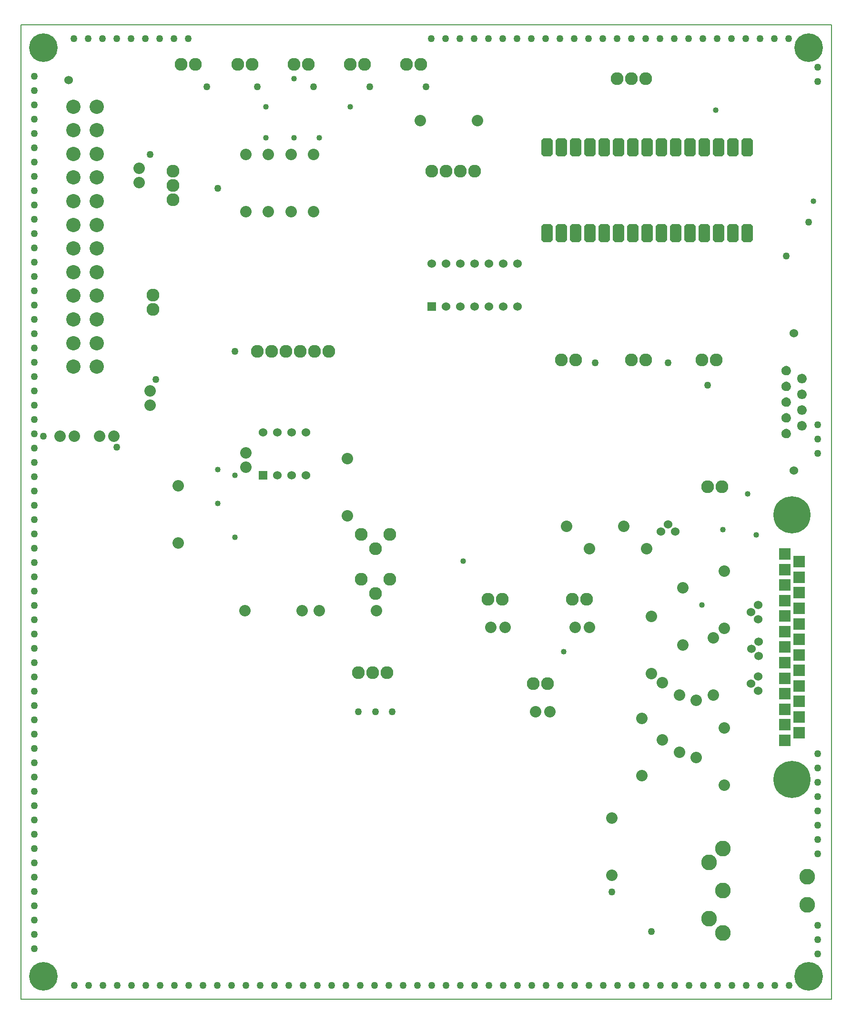
<source format=gbr>
G04 PROTEUS GERBER X2 FILE*
%TF.GenerationSoftware,Labcenter,Proteus,8.13-SP0-Build31525*%
%TF.CreationDate,2025-11-15T21:06:59+00:00*%
%TF.FileFunction,Soldermask,Top*%
%TF.FilePolarity,Negative*%
%TF.Part,Single*%
%TF.SameCoordinates,{cc02ee6e-adca-4851-b155-35c3e6c58354}*%
%FSLAX45Y45*%
%MOMM*%
G01*
%TA.AperFunction,Material*%
%ADD31C,1.016000*%
%ADD32C,1.270000*%
%AMPPAD027*
4,1,8,
-0.607800,1.627000,
0.607800,1.627000,
0.987000,1.247800,
0.987000,-1.247800,
0.607800,-1.627000,
-0.607800,-1.627000,
-0.987000,-1.247800,
-0.987000,1.247800,
-0.607800,1.627000,
0*%
%TA.AperFunction,Material*%
%ADD33PPAD027*%
%TA.AperFunction,Material*%
%ADD34C,2.286000*%
%ADD35C,2.032000*%
%TA.AperFunction,Material*%
%ADD36C,0.787400*%
%ADD37C,1.524000*%
%AMPPAD032*
4,1,36,
-0.635000,0.762000,
0.635000,0.762000,
0.660970,0.759470,
0.684980,0.752200,
0.706580,0.740650,
0.725290,0.725290,
0.740650,0.706570,
0.752200,0.684980,
0.759470,0.660970,
0.762000,0.635000,
0.762000,-0.635000,
0.759470,-0.660970,
0.752200,-0.684980,
0.740650,-0.706570,
0.725290,-0.725290,
0.706580,-0.740650,
0.684980,-0.752200,
0.660970,-0.759470,
0.635000,-0.762000,
-0.635000,-0.762000,
-0.660970,-0.759470,
-0.684980,-0.752200,
-0.706580,-0.740650,
-0.725290,-0.725290,
-0.740650,-0.706570,
-0.752200,-0.684980,
-0.759470,-0.660970,
-0.762000,-0.635000,
-0.762000,0.635000,
-0.759470,0.660970,
-0.752200,0.684980,
-0.740650,0.706570,
-0.725290,0.725290,
-0.706580,0.740650,
-0.684980,0.752200,
-0.660970,0.759470,
-0.635000,0.762000,
0*%
%TA.AperFunction,Material*%
%ADD38PPAD032*%
%TA.AperFunction,Material*%
%ADD39C,2.794000*%
%TA.AperFunction,Material*%
%ADD40C,2.540000*%
%TA.AperFunction,Material*%
%ADD41C,5.080000*%
%AMPPAD036*
4,1,36,
1.016000,0.889000,
1.016000,-0.889000,
1.013470,-0.914970,
1.006200,-0.938980,
0.994650,-0.960580,
0.979290,-0.979290,
0.960570,-0.994650,
0.938980,-1.006200,
0.914970,-1.013470,
0.889000,-1.016000,
-0.889000,-1.016000,
-0.914970,-1.013470,
-0.938980,-1.006200,
-0.960570,-0.994650,
-0.979290,-0.979290,
-0.994650,-0.960580,
-1.006200,-0.938980,
-1.013470,-0.914970,
-1.016000,-0.889000,
-1.016000,0.889000,
-1.013470,0.914970,
-1.006200,0.938980,
-0.994650,0.960580,
-0.979290,0.979290,
-0.960570,0.994650,
-0.938980,1.006200,
-0.914970,1.013470,
-0.889000,1.016000,
0.889000,1.016000,
0.914970,1.013470,
0.938980,1.006200,
0.960570,0.994650,
0.979290,0.979290,
0.994650,0.960580,
1.006200,0.938980,
1.013470,0.914970,
1.016000,0.889000,
0*%
%TA.AperFunction,Material*%
%ADD42PPAD036*%
%ADD43C,6.604000*%
%TA.AperFunction,Material*%
%ADD44C,1.258000*%
%TA.AperFunction,Material*%
%ADD72C,0.031750*%
%ADD73C,0.127000*%
%TA.AperFunction,Profile*%
%ADD28C,0.203200*%
%TD.AperFunction*%
D31*
X+3750000Y+200000D03*
X+4250000Y+200000D03*
X+4700000Y+200000D03*
X+2900000Y-5700000D03*
X+2900000Y-6300000D03*
X+3200000Y-5800000D03*
X+3200000Y-6900000D03*
X+5250000Y+750000D03*
X+4250000Y+1250000D03*
X+7256314Y-7320626D03*
X+12466839Y-6853448D03*
X+11500000Y-8100000D03*
D32*
X+13053240Y-14861241D03*
X+12799240Y-14861241D03*
X+12545240Y-14861241D03*
X+12291240Y-14861241D03*
X+12037240Y-14861241D03*
X+11783240Y-14861241D03*
X+11529240Y-14861241D03*
X+11275240Y-14861241D03*
X+11021240Y-14861241D03*
X+10767240Y-14861241D03*
X+10513240Y-14861241D03*
X+10259240Y-14861241D03*
X+10005240Y-14861241D03*
X+9751240Y-14861241D03*
X+9497240Y-14861241D03*
X+9243240Y-14861241D03*
X+8989240Y-14861241D03*
X+8735240Y-14861241D03*
X+8481240Y-14861241D03*
X+8227240Y-14861241D03*
X+7973240Y-14861241D03*
X+7719240Y-14861241D03*
X+7465240Y-14861241D03*
X+7211240Y-14861241D03*
X+6957240Y-14861241D03*
X+6703240Y-14861241D03*
X+6449240Y-14861241D03*
X+6195240Y-14861241D03*
X+5941240Y-14861241D03*
X+5687240Y-14861241D03*
X+5433240Y-14861241D03*
X+5179240Y-14861241D03*
X+4925240Y-14861241D03*
X+4671240Y-14861241D03*
X+4417240Y-14861241D03*
X+4163240Y-14861241D03*
X+3909240Y-14861241D03*
X+3655240Y-14861241D03*
X+3401240Y-14861241D03*
X+3147240Y-14861241D03*
X+2893240Y-14861241D03*
X+2639240Y-14861241D03*
X+2385240Y-14861241D03*
X+2131240Y-14861241D03*
X+1877240Y-14861241D03*
X+1623240Y-14861241D03*
X+1369240Y-14861241D03*
X+1115240Y-14861241D03*
X+861240Y-14861241D03*
X+607240Y-14861241D03*
X+353240Y-14861241D03*
X-361240Y-14205316D03*
X-361240Y-13951316D03*
X-361240Y-13697316D03*
X-361240Y-13443316D03*
X-361240Y-13189316D03*
X-361240Y-12935316D03*
X-361240Y-12681316D03*
X-361240Y-12427316D03*
X-361240Y-12173316D03*
X-361240Y-11919316D03*
X-361240Y-11665316D03*
X-361240Y-11411316D03*
X-361240Y-11157316D03*
X-361240Y-10903316D03*
X-361240Y-10649316D03*
X-361240Y-10395316D03*
X-361240Y-10141316D03*
X-361240Y-9887316D03*
X-361240Y-9633316D03*
X-361240Y-9379316D03*
X-361240Y-9125316D03*
X-361240Y-8871316D03*
X-361240Y-8617316D03*
X-361240Y-8363316D03*
X-361240Y-8109316D03*
X-361240Y-7855316D03*
X-361240Y-7601316D03*
X-361240Y-7347316D03*
X-361240Y-7093316D03*
X-361240Y-6839316D03*
X-361240Y-6585316D03*
X-361240Y-6331316D03*
X-361240Y-6077316D03*
X-361240Y-5823316D03*
X-361240Y-5569316D03*
X-361240Y-5315316D03*
X-361240Y-5061316D03*
X-361240Y-4807316D03*
X-361240Y-4553316D03*
X-361240Y-4299316D03*
X-361240Y-4045316D03*
X-361240Y-3791316D03*
X-361240Y-3537316D03*
X-361240Y-3283316D03*
X-361240Y-3029316D03*
X-361240Y-2775316D03*
X-361240Y-2521316D03*
X-361240Y-2267316D03*
X-361240Y-2013316D03*
X-361240Y-1759316D03*
X-361240Y-1505316D03*
X-361240Y-1251316D03*
X-361240Y-997316D03*
X-361240Y-743316D03*
X-361240Y-489316D03*
X-361240Y-235316D03*
X-361240Y+18684D03*
X-361240Y+272684D03*
X-361240Y+526684D03*
X-361240Y+780684D03*
X-361240Y+1034684D03*
X-361240Y+1288684D03*
X+340246Y+1961241D03*
X+594246Y+1961241D03*
X+848246Y+1961241D03*
X+1102246Y+1961241D03*
X+1356246Y+1961241D03*
X+1610246Y+1961241D03*
X+1864246Y+1961241D03*
X+2118246Y+1961241D03*
X+2372246Y+1961241D03*
X+6690246Y+1961241D03*
X+6944246Y+1961241D03*
X+7198246Y+1961241D03*
X+7452246Y+1961241D03*
X+7706246Y+1961241D03*
X+7960246Y+1961241D03*
X+8214246Y+1961241D03*
X+8468246Y+1961241D03*
X+8722246Y+1961241D03*
X+8976246Y+1961241D03*
X+9230246Y+1961241D03*
X+9484246Y+1961241D03*
X+9738246Y+1961241D03*
X+9992246Y+1961241D03*
X+10246246Y+1961241D03*
X+10500246Y+1961241D03*
X+10754246Y+1961241D03*
X+11008246Y+1961241D03*
X+11262246Y+1961241D03*
X+11516246Y+1961241D03*
X+11770246Y+1961241D03*
X+12024246Y+1961241D03*
X+12278246Y+1961241D03*
X+12532246Y+1961241D03*
X+12786246Y+1961241D03*
X+13040246Y+1961241D03*
X+13561240Y+1453574D03*
X+13561240Y+1199574D03*
X+13561240Y-4896426D03*
X+13561240Y-5150426D03*
X+13561240Y-5404426D03*
X+13561240Y-10738426D03*
X+13561240Y-10992426D03*
X+13561240Y-11246426D03*
X+13561240Y-11500426D03*
X+13561240Y-11754426D03*
X+13561240Y-12008426D03*
X+13561240Y-12262426D03*
X+13561240Y-12516426D03*
X+13561240Y-13786426D03*
X+13561240Y-14040426D03*
X+13561240Y-14294426D03*
D31*
X+12315337Y-6129865D03*
X+11876793Y-6762125D03*
X+9047310Y-8932128D03*
X+11746429Y+683624D03*
X+13480079Y-929074D03*
X+3750000Y+750000D03*
D33*
X+8750000Y-1500000D03*
X+9004000Y-1500000D03*
X+9258000Y-1500000D03*
X+9512000Y-1500000D03*
X+9766000Y-1500000D03*
X+10020000Y-1500000D03*
X+10274000Y-1500000D03*
X+10528000Y-1500000D03*
X+10782000Y-1500000D03*
X+11036000Y-1500000D03*
X+11290000Y-1500000D03*
X+11544000Y-1500000D03*
X+11798000Y-1500000D03*
X+12052000Y-1500000D03*
X+12306000Y-1500000D03*
X+12306000Y+24000D03*
X+12052000Y+24000D03*
X+11798000Y+24000D03*
X+11544000Y+24000D03*
X+11290000Y+24000D03*
X+11036000Y+24000D03*
X+10782000Y+24000D03*
X+10528000Y+24000D03*
X+10274000Y+24000D03*
X+10020000Y+24000D03*
X+9766000Y+24000D03*
X+9512000Y+24000D03*
X+9258000Y+24000D03*
X+9004000Y+24000D03*
X+8750000Y+24000D03*
D34*
X+9000000Y-3750000D03*
X+9254000Y-3750000D03*
X+10250000Y-3750000D03*
X+10504000Y-3750000D03*
X+11500000Y-3750000D03*
X+11754000Y-3750000D03*
X+5250000Y+1500000D03*
X+5504000Y+1500000D03*
X+6250000Y+1500000D03*
X+6504000Y+1500000D03*
X+4250000Y+1500000D03*
X+4504000Y+1500000D03*
X+2250000Y+1500000D03*
X+2504000Y+1500000D03*
X+3250000Y+1500000D03*
X+3504000Y+1500000D03*
D35*
X+6500000Y+500000D03*
X+7516000Y+500000D03*
X+3400000Y-100000D03*
X+3400000Y-1116000D03*
X+4600000Y-100000D03*
X+4600000Y-1116000D03*
X+4200000Y-100000D03*
X+4200000Y-1116000D03*
X+3800000Y-100000D03*
X+3800000Y-1116000D03*
D36*
X+12997209Y-3939340D03*
X+12997209Y-4218740D03*
X+12997209Y-4498140D03*
X+12997209Y-4777540D03*
X+12997209Y-5056940D03*
X+13276609Y-4079040D03*
X+13276609Y-4358440D03*
X+13276609Y-4637840D03*
X+13276609Y-4917240D03*
D37*
X+13136909Y-3278940D03*
X+13136909Y-5717340D03*
D34*
X+3600000Y-3600000D03*
X+3854000Y-3600000D03*
X+4108000Y-3600000D03*
X+4362000Y-3600000D03*
X+4616000Y-3600000D03*
X+4870000Y-3600000D03*
X+7700000Y-8000000D03*
X+7954000Y-8000000D03*
X+9200000Y-8000000D03*
X+9454000Y-8000000D03*
X+8500000Y-9500000D03*
X+8754000Y-9500000D03*
D38*
X+3700000Y-5800000D03*
D37*
X+3954000Y-5800000D03*
X+4208000Y-5800000D03*
X+4462000Y-5800000D03*
X+4462000Y-5038000D03*
X+4208000Y-5038000D03*
X+3954000Y-5038000D03*
X+3700000Y-5038000D03*
D39*
X+11875000Y-12425000D03*
X+11875000Y-13175000D03*
X+11875000Y-13925000D03*
X+11625000Y-12675000D03*
X+11625000Y-13675000D03*
X+13375000Y-13425000D03*
X+13375000Y-12925000D03*
D34*
X+5446000Y-6846000D03*
X+5954000Y-6846000D03*
X+5700000Y-7100000D03*
D35*
X+5200000Y-5500000D03*
X+5200000Y-6516000D03*
D34*
X+5446000Y-7646000D03*
X+5954000Y-7646000D03*
X+5700000Y-7900000D03*
D35*
X+4700000Y-8200000D03*
X+5716000Y-8200000D03*
X+4400000Y-8200000D03*
X+3384000Y-8200000D03*
X+2200000Y-7000000D03*
X+2200000Y-5984000D03*
D34*
X+5400000Y-9300000D03*
X+5654000Y-9300000D03*
X+5908000Y-9300000D03*
D35*
X+3400000Y-5400000D03*
X+3400000Y-5654000D03*
X+9900000Y-12900000D03*
X+9900000Y-11884000D03*
X+8000000Y-8500000D03*
X+7746000Y-8500000D03*
X+8800000Y-10000000D03*
X+8546000Y-10000000D03*
X+9500000Y-8500000D03*
X+9246000Y-8500000D03*
D37*
X+12500000Y-8354000D03*
X+12373000Y-8227000D03*
X+12500000Y-8100000D03*
D40*
X+750000Y+750000D03*
X+330000Y+750000D03*
X+750000Y+330000D03*
X+330000Y+330000D03*
X+750000Y-90000D03*
X+330000Y-90000D03*
X+750000Y-510000D03*
X+330000Y-510000D03*
X+750000Y-930000D03*
X+330000Y-930000D03*
X+750000Y-1350000D03*
X+330000Y-1350000D03*
X+750000Y-1770000D03*
X+330000Y-1770000D03*
X+750000Y-2190000D03*
X+330000Y-2190000D03*
X+750000Y-2610000D03*
X+330000Y-2610000D03*
X+750000Y-3030000D03*
X+330000Y-3030000D03*
X+750000Y-3450000D03*
X+330000Y-3450000D03*
X+750000Y-3870006D03*
X+330000Y-3870006D03*
D37*
X+246000Y+1220000D03*
D34*
X+1750000Y-2850000D03*
X+1750000Y-2596000D03*
D35*
X+1500000Y-600000D03*
X+1500000Y-346000D03*
X+800000Y-5100000D03*
X+1054000Y-5100000D03*
X+1700000Y-4550000D03*
X+1700000Y-4296000D03*
X+100000Y-5100000D03*
X+354000Y-5100000D03*
D34*
X+10500000Y+1250000D03*
X+10246000Y+1250000D03*
X+9992000Y+1250000D03*
D41*
X-200000Y+1800000D03*
X+13400000Y+1800000D03*
X+13400000Y-14700000D03*
X-200000Y-14700000D03*
D34*
X+6700000Y-400000D03*
X+6954000Y-400000D03*
X+7208000Y-400000D03*
X+7462000Y-400000D03*
X+2100000Y-400000D03*
X+2100000Y-654000D03*
X+2100000Y-908000D03*
D42*
X+12973000Y-7193420D03*
X+12973000Y-7470280D03*
X+12973000Y-7744600D03*
X+12973000Y-8021460D03*
X+12973000Y-8298320D03*
X+12973000Y-8572640D03*
X+12973000Y-8849500D03*
X+12973000Y-9126360D03*
X+12973000Y-9400680D03*
X+12973000Y-9677540D03*
X+12973000Y-9954400D03*
X+12973000Y-10228720D03*
X+12973000Y-10505580D03*
X+13227000Y-7330580D03*
X+13227000Y-7607440D03*
X+13227000Y-7881760D03*
X+13227000Y-8158620D03*
X+13227000Y-8435480D03*
X+13227000Y-8709800D03*
X+13227000Y-8986660D03*
X+13227000Y-9263520D03*
X+13227000Y-9537840D03*
X+13227000Y-9814700D03*
X+13227000Y-10091560D03*
X+13227000Y-10365880D03*
D43*
X+13100000Y-6500000D03*
X+13100000Y-11199000D03*
D34*
X+11600000Y-6000000D03*
X+11854000Y-6000000D03*
D35*
X+11900000Y-7500000D03*
X+11900000Y-8516000D03*
X+11396726Y-9796726D03*
X+11396726Y-10812726D03*
X+11165099Y-7800000D03*
X+11165099Y-8816000D03*
X+11900000Y-11300000D03*
X+11900000Y-10284000D03*
X+11700000Y-9700000D03*
X+11700000Y-8684000D03*
X+10430198Y-10116000D03*
X+10430198Y-11132000D03*
D44*
X+3200000Y-3600000D03*
X+1100000Y-5300000D03*
X-200000Y-5100000D03*
X+1800000Y-4100000D03*
X+1700000Y-100000D03*
X+6600000Y+1100000D03*
X+5600000Y+1100000D03*
X+4600000Y+1100000D03*
X+3600000Y+1100000D03*
X+2700000Y+1100000D03*
X+9600000Y-3800000D03*
X+10900000Y-3800000D03*
X+11600000Y-4200000D03*
X+13000000Y-1900000D03*
X+13400000Y-1300000D03*
X+9900000Y-13200000D03*
X+5400000Y-10000000D03*
X+6000000Y-10000000D03*
X+5700000Y-10000000D03*
X+2900000Y-700000D03*
D37*
X+12500000Y-9627000D03*
X+12373000Y-9500000D03*
X+12500000Y-9373000D03*
X+12509501Y-9005907D03*
X+12382501Y-8878907D03*
X+12509501Y-8751907D03*
X+10773000Y-6800000D03*
X+10900000Y-6673000D03*
X+11027000Y-6800000D03*
D35*
X+9100000Y-6700000D03*
X+10116000Y-6700000D03*
X+9500000Y-7100000D03*
X+10516000Y-7100000D03*
X+10600000Y-8300000D03*
X+10600000Y-9316000D03*
X+10800000Y-10500000D03*
X+10800000Y-9484000D03*
X+11100000Y-9700000D03*
X+11100000Y-10716000D03*
D44*
X+10600000Y-13900000D03*
D38*
X+6700000Y-2800000D03*
D37*
X+6954000Y-2800000D03*
X+7208000Y-2800000D03*
X+7462000Y-2800000D03*
X+7716000Y-2800000D03*
X+7970000Y-2800000D03*
X+8224000Y-2800000D03*
X+8224000Y-2038000D03*
X+7970000Y-2038000D03*
X+7716000Y-2038000D03*
X+7462000Y-2038000D03*
X+7208000Y-2038000D03*
X+6954000Y-2038000D03*
X+6700000Y-2038000D03*
D72*
X+12997209Y-4015540D02*
X+12997209Y-4015540D01*
X+12997209Y-3863140D02*
X+12997209Y-3863140D01*
X+12997208Y-4015540D02*
X+12997210Y-4015540D01*
X+12997208Y-3863140D02*
X+12997210Y-3863140D01*
X+12997207Y-4015540D02*
X+12997211Y-4015540D01*
X+12997207Y-3863140D02*
X+12997211Y-3863140D01*
X+12997206Y-4015540D02*
X+12997212Y-4015540D01*
X+12997206Y-3863140D02*
X+12997212Y-3863140D01*
X+12997205Y-4015540D02*
X+12997213Y-4015540D01*
X+12997205Y-3863140D02*
X+12997213Y-3863140D01*
X+12997204Y-4015540D02*
X+12997214Y-4015540D01*
X+12997204Y-3863140D02*
X+12997214Y-3863140D01*
X+12997203Y-4015540D02*
X+12997215Y-4015540D01*
X+12997203Y-3863140D02*
X+12997215Y-3863140D01*
X+12997202Y-4015540D02*
X+12997216Y-4015540D01*
X+12997202Y-3863140D02*
X+12997216Y-3863140D01*
X+12997201Y-4015540D02*
X+12997217Y-4015540D01*
X+12997201Y-3863140D02*
X+12997217Y-3863140D01*
X+12997200Y-4015540D02*
X+12997218Y-4015540D01*
X+12997200Y-3863140D02*
X+12997218Y-3863140D01*
X+12997199Y-4015540D02*
X+12997219Y-4015540D01*
X+12997199Y-3863140D02*
X+12997219Y-3863140D01*
X+12997198Y-4015540D02*
X+12997220Y-4015540D01*
X+12997198Y-3863140D02*
X+12997220Y-3863140D01*
X+12997197Y-4015540D02*
X+12997221Y-4015540D01*
X+12997197Y-3863140D02*
X+12997221Y-3863140D01*
X+12997196Y-4015540D02*
X+12997222Y-4015540D01*
X+12997196Y-3863140D02*
X+12997222Y-3863140D01*
X+12997195Y-4015540D02*
X+12997223Y-4015540D01*
X+12997195Y-3863140D02*
X+12997223Y-3863140D01*
X+12997194Y-4015540D02*
X+12997224Y-4015540D01*
X+12997194Y-3863140D02*
X+12997224Y-3863140D01*
X+12997193Y-4015540D02*
X+12997225Y-4015540D01*
X+12997193Y-3863140D02*
X+12997225Y-3863140D01*
X+12997192Y-4015540D02*
X+12997226Y-4015540D01*
X+12997192Y-3863140D02*
X+12997226Y-3863140D01*
X+12997191Y-4015540D02*
X+12997227Y-4015540D01*
X+12997191Y-3863140D02*
X+12997227Y-3863140D01*
X+12997190Y-4015540D02*
X+12997228Y-4015540D01*
X+12997190Y-3863140D02*
X+12997228Y-3863140D01*
X+12997189Y-4015540D02*
X+12997229Y-4015540D01*
X+12997189Y-3863140D02*
X+12997229Y-3863140D01*
X+12997188Y-4015540D02*
X+12997230Y-4015540D01*
X+12997188Y-3863140D02*
X+12997230Y-3863140D01*
X+12997187Y-4015540D02*
X+12997231Y-4015540D01*
X+12997187Y-3863140D02*
X+12997231Y-3863140D01*
X+12997186Y-4015540D02*
X+12997232Y-4015540D01*
X+12997186Y-3863140D02*
X+12997232Y-3863140D01*
X+12997185Y-4015540D02*
X+12997233Y-4015540D01*
X+12997185Y-3863140D02*
X+12997233Y-3863140D01*
X+12997184Y-4015540D02*
X+12997234Y-4015540D01*
X+12997184Y-3863140D02*
X+12997234Y-3863140D01*
X+12997183Y-4015540D02*
X+12997235Y-4015540D01*
X+12997183Y-3863140D02*
X+12997235Y-3863140D01*
X+12997182Y-4015540D02*
X+12997236Y-4015540D01*
X+12997182Y-3863140D02*
X+12997236Y-3863140D01*
X+12997181Y-4015540D02*
X+12997237Y-4015540D01*
X+12997181Y-3863140D02*
X+12997237Y-3863140D01*
X+12997180Y-4015540D02*
X+12997238Y-4015540D01*
X+12997180Y-3863140D02*
X+12997238Y-3863140D01*
X+12997179Y-4015540D02*
X+12997239Y-4015540D01*
X+12997179Y-3863140D02*
X+12997239Y-3863140D01*
X+12997178Y-4015540D02*
X+12997240Y-4015540D01*
X+12997178Y-3863140D02*
X+12997240Y-3863140D01*
X+12997177Y-4015540D02*
X+12997241Y-4015540D01*
X+12997177Y-3863140D02*
X+12997241Y-3863140D01*
X+12997176Y-4015540D02*
X+12997242Y-4015540D01*
X+12997176Y-3863140D02*
X+12997242Y-3863140D01*
X+12997175Y-4015540D02*
X+12997243Y-4015540D01*
X+12997175Y-3863140D02*
X+12997243Y-3863140D01*
X+12997174Y-4015540D02*
X+12997244Y-4015540D01*
X+12997174Y-3863140D02*
X+12997244Y-3863140D01*
X+12997173Y-4015540D02*
X+12997245Y-4015540D01*
X+12997173Y-3863140D02*
X+12997245Y-3863140D01*
X+12997172Y-4015540D02*
X+12997246Y-4015540D01*
X+12997172Y-3863140D02*
X+12997246Y-3863140D01*
X+12997171Y-4015540D02*
X+12997247Y-4015540D01*
X+12997171Y-3863140D02*
X+12997247Y-3863140D01*
X+12997170Y-4015540D02*
X+12997248Y-4015540D01*
X+12997170Y-3863140D02*
X+12997248Y-3863140D01*
X+12997169Y-4015540D02*
X+12997249Y-4015540D01*
X+12997169Y-3863140D02*
X+12997249Y-3863140D01*
X+12997168Y-4015540D02*
X+12997250Y-4015540D01*
X+12997168Y-3863140D02*
X+12997250Y-3863140D01*
X+12997167Y-4015540D02*
X+12997251Y-4015540D01*
X+12997167Y-3863140D02*
X+12997251Y-3863140D01*
X+12997166Y-4015540D02*
X+12997252Y-4015540D01*
X+12997166Y-3863140D02*
X+12997252Y-3863140D01*
X+12997165Y-4015540D02*
X+12997253Y-4015540D01*
X+12997165Y-3863140D02*
X+12997253Y-3863140D01*
X+12997164Y-4015540D02*
X+12997254Y-4015540D01*
X+12997164Y-3863140D02*
X+12997254Y-3863140D01*
X+12997163Y-4015540D02*
X+12997255Y-4015540D01*
X+12997163Y-3863140D02*
X+12997255Y-3863140D01*
X+12997162Y-4015540D02*
X+12997256Y-4015540D01*
X+12997162Y-3863140D02*
X+12997256Y-3863140D01*
X+12997161Y-4015540D02*
X+12997257Y-4015540D01*
X+12997161Y-3863140D02*
X+12997257Y-3863140D01*
X+12997160Y-4015540D02*
X+12997258Y-4015540D01*
X+12997160Y-3863140D02*
X+12997258Y-3863140D01*
X+12997159Y-4015540D02*
X+12997259Y-4015540D01*
X+12997159Y-3863140D02*
X+12997259Y-3863140D01*
X+12997158Y-4015540D02*
X+12997260Y-4015540D01*
X+12997158Y-3863140D02*
X+12997260Y-3863140D01*
X+12997157Y-4015540D02*
X+12997261Y-4015540D01*
X+12997157Y-3863140D02*
X+12997261Y-3863140D01*
X+12997156Y-4015540D02*
X+12997262Y-4015540D01*
X+12997156Y-3863140D02*
X+12997262Y-3863140D01*
X+12997155Y-4015540D02*
X+12997263Y-4015540D01*
X+12997155Y-3863140D02*
X+12997263Y-3863140D01*
X+12997154Y-4015540D02*
X+12997264Y-4015540D01*
X+12997154Y-3863140D02*
X+12997264Y-3863140D01*
X+12997153Y-4015540D02*
X+12997265Y-4015540D01*
X+12997153Y-3863140D02*
X+12997265Y-3863140D01*
X+12997152Y-4015540D02*
X+12997266Y-4015540D01*
X+12997152Y-3863140D02*
X+12997266Y-3863140D01*
X+12997151Y-4015540D02*
X+12997267Y-4015540D01*
X+12997151Y-3863140D02*
X+12997267Y-3863140D01*
X+12997150Y-4015540D02*
X+12997268Y-4015540D01*
X+12997150Y-3863140D02*
X+12997268Y-3863140D01*
X+12997149Y-4015540D02*
X+12997269Y-4015540D01*
X+12997149Y-3863140D02*
X+12997269Y-3863140D01*
X+12997148Y-4015540D02*
X+12997270Y-4015540D01*
X+12997148Y-3863140D02*
X+12997270Y-3863140D01*
X+12997147Y-4015540D02*
X+12997271Y-4015540D01*
X+12997147Y-3863140D02*
X+12997271Y-3863140D01*
X+12997146Y-4015540D02*
X+12997272Y-4015540D01*
X+12997146Y-3863140D02*
X+12997272Y-3863140D01*
X+12997145Y-4015540D02*
X+12997273Y-4015540D01*
X+12997145Y-3863140D02*
X+12997273Y-3863140D01*
X+12997144Y-4015540D02*
X+12997274Y-4015540D01*
X+12997144Y-3863140D02*
X+12997274Y-3863140D01*
X+12997143Y-4015540D02*
X+12997275Y-4015540D01*
X+12997143Y-3863140D02*
X+12997275Y-3863140D01*
X+12997142Y-4015540D02*
X+12997276Y-4015540D01*
X+12997142Y-3863140D02*
X+12997276Y-3863140D01*
X+12997141Y-4015540D02*
X+12997277Y-4015540D01*
X+12997141Y-3863140D02*
X+12997277Y-3863140D01*
X+12997140Y-4015540D02*
X+12997278Y-4015540D01*
X+12997140Y-3863140D02*
X+12997278Y-3863140D01*
X+12997139Y-4015540D02*
X+12997279Y-4015540D01*
X+12997139Y-3863140D02*
X+12997279Y-3863140D01*
X+12997138Y-4015540D02*
X+12997280Y-4015540D01*
X+12997138Y-3863140D02*
X+12997280Y-3863140D01*
X+12997137Y-4015540D02*
X+12997281Y-4015540D01*
X+12997137Y-3863140D02*
X+12997281Y-3863140D01*
X+12997136Y-4015540D02*
X+12997282Y-4015540D01*
X+12997136Y-3863140D02*
X+12997282Y-3863140D01*
X+12997135Y-4015540D02*
X+12997283Y-4015540D01*
X+12997135Y-3863140D02*
X+12997283Y-3863140D01*
X+12997134Y-4015540D02*
X+12997284Y-4015540D01*
X+12997134Y-3863140D02*
X+12997284Y-3863140D01*
X+12997133Y-4015540D02*
X+12997285Y-4015540D01*
X+12997133Y-3863140D02*
X+12997285Y-3863140D01*
X+12997132Y-4015540D02*
X+12997286Y-4015540D01*
X+12997132Y-3863140D02*
X+12997286Y-3863140D01*
X+12997131Y-4015540D02*
X+12997287Y-4015540D01*
X+12997131Y-3863140D02*
X+12997287Y-3863140D01*
X+12997130Y-4015540D02*
X+12997288Y-4015540D01*
X+12997130Y-3863140D02*
X+12997288Y-3863140D01*
X+12997129Y-4015540D02*
X+12997289Y-4015540D01*
X+12997129Y-3863140D02*
X+12997289Y-3863140D01*
X+12997128Y-4015540D02*
X+12997290Y-4015540D01*
X+12997128Y-3863140D02*
X+12997290Y-3863140D01*
X+12997127Y-4015540D02*
X+12997291Y-4015540D01*
X+12997127Y-3863140D02*
X+12997291Y-3863140D01*
X+12997126Y-4015540D02*
X+12997292Y-4015540D01*
X+12997126Y-3863140D02*
X+12997292Y-3863140D01*
X+12997125Y-4015540D02*
X+12997293Y-4015540D01*
X+12997125Y-3863140D02*
X+12997293Y-3863140D01*
X+12997124Y-4015540D02*
X+12997294Y-4015540D01*
X+12997124Y-3863140D02*
X+12997294Y-3863140D01*
X+12997123Y-4015540D02*
X+12997295Y-4015540D01*
X+12997123Y-3863140D02*
X+12997295Y-3863140D01*
X+12997122Y-4015540D02*
X+12997296Y-4015540D01*
X+12997122Y-3863140D02*
X+12997296Y-3863140D01*
X+12997121Y-4015540D02*
X+12997297Y-4015540D01*
X+12997121Y-3863140D02*
X+12997297Y-3863140D01*
X+12997120Y-4015540D02*
X+12997298Y-4015540D01*
X+12997120Y-3863140D02*
X+12997298Y-3863140D01*
X+12997119Y-4015540D02*
X+12997299Y-4015540D01*
X+12997119Y-3863140D02*
X+12997299Y-3863140D01*
X+12997118Y-4015540D02*
X+12997300Y-4015540D01*
X+12997118Y-3863140D02*
X+12997300Y-3863140D01*
X+12997117Y-4015540D02*
X+12997301Y-4015540D01*
X+12997117Y-3863140D02*
X+12997301Y-3863140D01*
X+12997116Y-4015540D02*
X+12997302Y-4015540D01*
X+12997116Y-3863140D02*
X+12997302Y-3863140D01*
X+12997115Y-4015540D02*
X+12997303Y-4015540D01*
X+12997115Y-3863140D02*
X+12997303Y-3863140D01*
X+12997114Y-4015540D02*
X+12997304Y-4015540D01*
X+12997114Y-3863140D02*
X+12997304Y-3863140D01*
X+12997113Y-4015540D02*
X+12997305Y-4015540D01*
X+12997113Y-3863140D02*
X+12997305Y-3863140D01*
X+12997112Y-4015540D02*
X+12997306Y-4015540D01*
X+12997112Y-3863140D02*
X+12997306Y-3863140D01*
X+12997111Y-4015540D02*
X+12997307Y-4015540D01*
X+12997111Y-3863140D02*
X+12997307Y-3863140D01*
X+12997110Y-4015540D02*
X+12997308Y-4015540D01*
X+12997110Y-3863140D02*
X+12997308Y-3863140D01*
X+12997109Y-4015540D02*
X+12997309Y-4015540D01*
X+12997109Y-3863140D02*
X+12997309Y-3863140D01*
X+12997108Y-4015540D02*
X+12997310Y-4015540D01*
X+12997108Y-3863140D02*
X+12997310Y-3863140D01*
X+12997107Y-4015540D02*
X+12997311Y-4015540D01*
X+12997107Y-3863140D02*
X+12997311Y-3863140D01*
X+12997106Y-4015540D02*
X+12997312Y-4015540D01*
X+12997106Y-3863140D02*
X+12997312Y-3863140D01*
X+12997105Y-4015540D02*
X+12997313Y-4015540D01*
X+12997105Y-3863140D02*
X+12997313Y-3863140D01*
X+12997104Y-4015540D02*
X+12997314Y-4015540D01*
X+12997104Y-3863140D02*
X+12997314Y-3863140D01*
X+12997103Y-4015540D02*
X+12997315Y-4015540D01*
X+12997103Y-3863140D02*
X+12997315Y-3863140D01*
X+12997102Y-4015540D02*
X+12997316Y-4015540D01*
X+12997102Y-3863140D02*
X+12997316Y-3863140D01*
X+12997101Y-4015540D02*
X+12997317Y-4015540D01*
X+12997101Y-3863140D02*
X+12997317Y-3863140D01*
X+12997100Y-4015540D02*
X+12997318Y-4015540D01*
X+12997100Y-3863140D02*
X+12997318Y-3863140D01*
X+12997099Y-4015540D02*
X+12997319Y-4015540D01*
X+12997099Y-3863140D02*
X+12997319Y-3863140D01*
X+12997098Y-4015540D02*
X+12997320Y-4015540D01*
X+12997098Y-3863140D02*
X+12997320Y-3863140D01*
X+12997097Y-4015540D02*
X+12997321Y-4015540D01*
X+12997097Y-3863140D02*
X+12997321Y-3863140D01*
X+12997096Y-4015540D02*
X+12997322Y-4015540D01*
X+12997096Y-3863140D02*
X+12997322Y-3863140D01*
X+12997095Y-4015540D02*
X+12997323Y-4015540D01*
X+12997095Y-3863140D02*
X+12997323Y-3863140D01*
X+12997094Y-4015540D02*
X+12997324Y-4015540D01*
X+12997094Y-3863140D02*
X+12997324Y-3863140D01*
X+12997093Y-4015540D02*
X+12997325Y-4015540D01*
X+12997093Y-3863140D02*
X+12997325Y-3863140D01*
X+12997092Y-4015540D02*
X+12997326Y-4015540D01*
X+12997092Y-3863140D02*
X+12997326Y-3863140D01*
X+12997091Y-4015540D02*
X+12997327Y-4015540D01*
X+12997091Y-3863140D02*
X+12997327Y-3863140D01*
X+12997090Y-4015540D02*
X+12997328Y-4015540D01*
X+12997090Y-3863140D02*
X+12997328Y-3863140D01*
X+12997089Y-4015540D02*
X+12997329Y-4015540D01*
X+12997089Y-3863140D02*
X+12997329Y-3863140D01*
X+12997088Y-4015540D02*
X+12997330Y-4015540D01*
X+12997088Y-3863140D02*
X+12997330Y-3863140D01*
X+12997087Y-4015540D02*
X+12997331Y-4015540D01*
X+12997087Y-3863140D02*
X+12997331Y-3863140D01*
X+12997086Y-4015540D02*
X+12997332Y-4015540D01*
X+12997086Y-3863140D02*
X+12997332Y-3863140D01*
X+12997085Y-4015540D02*
X+12997333Y-4015540D01*
X+12997085Y-3863140D02*
X+12997333Y-3863140D01*
X+12997084Y-4015540D02*
X+12997334Y-4015540D01*
X+12997084Y-3863140D02*
X+12997334Y-3863140D01*
X+12997083Y-4015540D02*
X+12997335Y-4015540D01*
X+12997083Y-3863140D02*
X+12997335Y-3863140D01*
X+12997082Y-4015540D02*
X+12997336Y-4015540D01*
X+12997082Y-3863140D02*
X+12997336Y-3863140D01*
X+12997081Y-4015540D02*
X+12997337Y-4015540D01*
X+12997081Y-3863140D02*
X+12997337Y-3863140D01*
X+12997080Y-4015540D02*
X+12997338Y-4015540D01*
X+12997080Y-3863140D02*
X+12997338Y-3863140D01*
X+12997079Y-4015540D02*
X+12997339Y-4015540D01*
X+12997079Y-3863140D02*
X+12997339Y-3863140D01*
X+12997078Y-4015540D02*
X+12997340Y-4015540D01*
X+12997078Y-3863140D02*
X+12997340Y-3863140D01*
X+12997077Y-4015540D02*
X+12997341Y-4015540D01*
X+12997077Y-3863140D02*
X+12997341Y-3863140D01*
X+12997076Y-4015540D02*
X+12997342Y-4015540D01*
X+12997076Y-3863140D02*
X+12997342Y-3863140D01*
X+12997075Y-4015540D02*
X+12997343Y-4015540D01*
X+12997075Y-3863140D02*
X+12997343Y-3863140D01*
X+12997074Y-4015540D02*
X+12997344Y-4015540D01*
X+12997074Y-3863140D02*
X+12997344Y-3863140D01*
X+12997073Y-4015540D02*
X+12997345Y-4015540D01*
X+12997073Y-3863140D02*
X+12997345Y-3863140D01*
X+12997072Y-4015540D02*
X+12997346Y-4015540D01*
X+12997072Y-3863140D02*
X+12997346Y-3863140D01*
X+12997071Y-4015540D02*
X+12997347Y-4015540D01*
X+12997071Y-3863140D02*
X+12997347Y-3863140D01*
X+12997070Y-4015540D02*
X+12997348Y-4015540D01*
X+12997070Y-3863140D02*
X+12997348Y-3863140D01*
X+12997069Y-4015540D02*
X+12997349Y-4015540D01*
X+12997069Y-3863140D02*
X+12997349Y-3863140D01*
X+12997068Y-4015540D02*
X+12997350Y-4015540D01*
X+12997068Y-3863140D02*
X+12997350Y-3863140D01*
X+12997067Y-4015540D02*
X+12997351Y-4015540D01*
X+12997067Y-3863140D02*
X+12997351Y-3863140D01*
X+12997066Y-4015540D02*
X+12997352Y-4015540D01*
X+12997066Y-3863140D02*
X+12997352Y-3863140D01*
X+12997065Y-4015540D02*
X+12997353Y-4015540D01*
X+12997065Y-3863140D02*
X+12997353Y-3863140D01*
X+12997064Y-4015540D02*
X+12997354Y-4015540D01*
X+12997064Y-3863140D02*
X+12997354Y-3863140D01*
X+12997063Y-4015540D02*
X+12997355Y-4015540D01*
X+12997063Y-3863140D02*
X+12997355Y-3863140D01*
X+12997062Y-4015540D02*
X+12997356Y-4015540D01*
X+12997062Y-3863140D02*
X+12997356Y-3863140D01*
X+12997061Y-4015540D02*
X+12997357Y-4015540D01*
X+12997061Y-3863140D02*
X+12997357Y-3863140D01*
X+12997060Y-4015540D02*
X+12997358Y-4015540D01*
X+12997060Y-3863140D02*
X+12997358Y-3863140D01*
X+12997059Y-4015540D02*
X+12997359Y-4015540D01*
X+12997059Y-3863140D02*
X+12997359Y-3863140D01*
X+12997058Y-4015540D02*
X+12997360Y-4015540D01*
X+12997058Y-3863140D02*
X+12997360Y-3863140D01*
X+12997057Y-4015540D02*
X+12997361Y-4015540D01*
X+12997057Y-3863140D02*
X+12997361Y-3863140D01*
X+12997056Y-4015540D02*
X+12997362Y-4015540D01*
X+12997056Y-3863140D02*
X+12997362Y-3863140D01*
X+12997055Y-4015540D02*
X+12997363Y-4015540D01*
X+12997055Y-3863140D02*
X+12997363Y-3863140D01*
X+12997054Y-4015540D02*
X+12997364Y-4015540D01*
X+12997054Y-3863140D02*
X+12997364Y-3863140D01*
X+12997053Y-4015540D02*
X+12997365Y-4015540D01*
X+12997053Y-3863140D02*
X+12997365Y-3863140D01*
X+12997052Y-4015540D02*
X+12997366Y-4015540D01*
X+12997052Y-3863140D02*
X+12997366Y-3863140D01*
X+12997051Y-4015540D02*
X+12997367Y-4015540D01*
X+12997051Y-3863140D02*
X+12997367Y-3863140D01*
X+12997050Y-4015540D02*
X+12997368Y-4015540D01*
X+12997050Y-3863140D02*
X+12997368Y-3863140D01*
X+12997049Y-4015540D02*
X+12997369Y-4015540D01*
X+12997049Y-3863140D02*
X+12997369Y-3863140D01*
X+12997048Y-4015540D02*
X+12997370Y-4015540D01*
X+12997048Y-3863140D02*
X+12997370Y-3863140D01*
X+12997047Y-4015540D02*
X+12997371Y-4015540D01*
X+12997047Y-3863140D02*
X+12997371Y-3863140D01*
X+12997046Y-4015540D02*
X+12997372Y-4015540D01*
X+12997046Y-3863140D02*
X+12997372Y-3863140D01*
X+12997045Y-4015540D02*
X+12997373Y-4015540D01*
X+12997045Y-3863140D02*
X+12997373Y-3863140D01*
X+12997044Y-4015540D02*
X+12997374Y-4015540D01*
X+12997044Y-3863140D02*
X+12997374Y-3863140D01*
X+12997043Y-4015540D02*
X+12997375Y-4015540D01*
X+12997043Y-3863140D02*
X+12997375Y-3863140D01*
X+12997042Y-4015540D02*
X+12997376Y-4015540D01*
X+12997042Y-3863140D02*
X+12997376Y-3863140D01*
X+12997041Y-4015540D02*
X+12997377Y-4015540D01*
X+12997041Y-3863140D02*
X+12997377Y-3863140D01*
X+12997040Y-4015540D02*
X+12997378Y-4015540D01*
X+12997040Y-3863140D02*
X+12997378Y-3863140D01*
X+12997039Y-4015540D02*
X+12997379Y-4015540D01*
X+12997039Y-3863140D02*
X+12997379Y-3863140D01*
X+12997038Y-4015540D02*
X+12997380Y-4015540D01*
X+12997038Y-3863140D02*
X+12997380Y-3863140D01*
X+12997037Y-4015540D02*
X+12997381Y-4015540D01*
X+12997037Y-3863140D02*
X+12997381Y-3863140D01*
X+12997036Y-4015540D02*
X+12997382Y-4015540D01*
X+12997036Y-3863140D02*
X+12997382Y-3863140D01*
X+12997035Y-4015540D02*
X+12997383Y-4015540D01*
X+12997035Y-3863140D02*
X+12997383Y-3863140D01*
X+12997034Y-4015540D02*
X+12997384Y-4015540D01*
X+12997034Y-3863140D02*
X+12997384Y-3863140D01*
X+12997033Y-4015540D02*
X+12997385Y-4015540D01*
X+12997033Y-3863140D02*
X+12997385Y-3863140D01*
X+12997032Y-4015540D02*
X+12997386Y-4015540D01*
X+12997032Y-3863140D02*
X+12997386Y-3863140D01*
X+12997031Y-4015540D02*
X+12997387Y-4015540D01*
X+12997031Y-3863140D02*
X+12997387Y-3863140D01*
X+12997030Y-4015540D02*
X+12997388Y-4015540D01*
X+12997030Y-3863140D02*
X+12997388Y-3863140D01*
X+12997029Y-4015540D02*
X+12997389Y-4015540D01*
X+12997029Y-3863140D02*
X+12997389Y-3863140D01*
X+12997028Y-4015540D02*
X+12997390Y-4015540D01*
X+12997028Y-3863140D02*
X+12997390Y-3863140D01*
X+12997027Y-4015540D02*
X+12997391Y-4015540D01*
X+12997027Y-3863140D02*
X+12997391Y-3863140D01*
X+12997026Y-4015540D02*
X+12997392Y-4015540D01*
X+12997026Y-3863140D02*
X+12997392Y-3863140D01*
X+12997025Y-4015540D02*
X+12997393Y-4015540D01*
X+12997025Y-3863140D02*
X+12997393Y-3863140D01*
X+12997024Y-4015540D02*
X+12997394Y-4015540D01*
X+12997024Y-3863140D02*
X+12997394Y-3863140D01*
X+12997023Y-4015540D02*
X+12997395Y-4015540D01*
X+12997023Y-3863140D02*
X+12997395Y-3863140D01*
X+12997022Y-4015540D02*
X+12997396Y-4015540D01*
X+12997022Y-3863140D02*
X+12997396Y-3863140D01*
X+12997021Y-4015540D02*
X+12997397Y-4015540D01*
X+12997021Y-3863140D02*
X+12997397Y-3863140D01*
X+12997020Y-4015540D02*
X+12997398Y-4015540D01*
X+12997020Y-3863140D02*
X+12997398Y-3863140D01*
X+12997019Y-4015540D02*
X+12997399Y-4015540D01*
X+12997019Y-3863140D02*
X+12997399Y-3863140D01*
X+12997018Y-4015540D02*
X+12997400Y-4015540D01*
X+12997018Y-3863140D02*
X+12997400Y-3863140D01*
X+12997017Y-4015540D02*
X+12997401Y-4015540D01*
X+12997017Y-3863140D02*
X+12997401Y-3863140D01*
X+12997016Y-4015540D02*
X+12997402Y-4015540D01*
X+12997016Y-3863140D02*
X+12997402Y-3863140D01*
X+12997015Y-4015540D02*
X+12997403Y-4015540D01*
X+12997015Y-3863140D02*
X+12997403Y-3863140D01*
X+12997014Y-4015540D02*
X+12997404Y-4015540D01*
X+12997014Y-3863140D02*
X+12997404Y-3863140D01*
X+12997013Y-4015540D02*
X+12997405Y-4015540D01*
X+12997013Y-3863140D02*
X+12997405Y-3863140D01*
X+12997012Y-4015540D02*
X+12997406Y-4015540D01*
X+12997012Y-3863140D02*
X+12997406Y-3863140D01*
X+12997011Y-4015540D02*
X+12997407Y-4015540D01*
X+12997011Y-3863140D02*
X+12997407Y-3863140D01*
X+12997010Y-4015540D02*
X+12997408Y-4015540D01*
X+12997010Y-3863140D02*
X+12997408Y-3863140D01*
X+12997009Y-4015540D02*
X+12997409Y-4015540D01*
X+12997009Y-3863140D02*
X+12997409Y-3863140D01*
X+12997008Y-4015540D02*
X+12997410Y-4015540D01*
X+12997008Y-3863140D02*
X+12997410Y-3863140D01*
X+12997007Y-4015540D02*
X+12997411Y-4015540D01*
X+12997007Y-3863140D02*
X+12997411Y-3863140D01*
X+12997006Y-4015540D02*
X+12997412Y-4015540D01*
X+12997006Y-3863140D02*
X+12997412Y-3863140D01*
X+12997005Y-4015540D02*
X+12997413Y-4015540D01*
X+12997005Y-3863140D02*
X+12997413Y-3863140D01*
X+12997004Y-4015540D02*
X+12997414Y-4015540D01*
X+12997004Y-3863140D02*
X+12997414Y-3863140D01*
X+12997003Y-4015540D02*
X+12997415Y-4015540D01*
X+12997003Y-3863140D02*
X+12997415Y-3863140D01*
X+12997002Y-4015540D02*
X+12997416Y-4015540D01*
X+12997002Y-3863140D02*
X+12997416Y-3863140D01*
X+12997001Y-4015540D02*
X+12997417Y-4015540D01*
X+12997001Y-3863140D02*
X+12997417Y-3863140D01*
X+12997000Y-4015540D02*
X+12997418Y-4015540D01*
X+12997000Y-3863140D02*
X+12997418Y-3863140D01*
X+12996999Y-4015540D02*
X+12997419Y-4015540D01*
X+12996999Y-3863140D02*
X+12997419Y-3863140D01*
X+12996998Y-4015540D02*
X+12997420Y-4015540D01*
X+12996998Y-3863140D02*
X+12997420Y-3863140D01*
X+12996997Y-4015540D02*
X+12997421Y-4015540D01*
X+12996997Y-3863140D02*
X+12997421Y-3863140D01*
X+12996996Y-4015540D02*
X+12997422Y-4015540D01*
X+12996996Y-3863140D02*
X+12997422Y-3863140D01*
X+12996995Y-4015540D02*
X+12997423Y-4015540D01*
X+12996995Y-3863140D02*
X+12997423Y-3863140D01*
X+12996994Y-4015540D02*
X+12997424Y-4015540D01*
X+12996994Y-3863140D02*
X+12997424Y-3863140D01*
X+12996993Y-4015540D02*
X+12997425Y-4015540D01*
X+12996993Y-3863140D02*
X+12997425Y-3863140D01*
X+12996992Y-4015540D02*
X+12997426Y-4015540D01*
X+12996992Y-3863140D02*
X+12997426Y-3863140D01*
X+12996991Y-4015540D02*
X+12997427Y-4015540D01*
X+12996991Y-3863140D02*
X+12997427Y-3863140D01*
X+12996990Y-4015540D02*
X+12997428Y-4015540D01*
X+12996990Y-3863140D02*
X+12997428Y-3863140D01*
X+12996989Y-4015540D02*
X+12997429Y-4015540D01*
X+12996989Y-3863140D02*
X+12997429Y-3863140D01*
X+12996988Y-4015540D02*
X+12997430Y-4015540D01*
X+12996988Y-3863140D02*
X+12997430Y-3863140D01*
X+12996987Y-4015540D02*
X+12997431Y-4015540D01*
X+12996987Y-3863140D02*
X+12997431Y-3863140D01*
X+12996986Y-4015540D02*
X+12997432Y-4015540D01*
X+12996986Y-3863140D02*
X+12997432Y-3863140D01*
X+12996985Y-4015540D02*
X+12997433Y-4015540D01*
X+12996985Y-3863140D02*
X+12997433Y-3863140D01*
X+12996984Y-4015540D02*
X+12997434Y-4015540D01*
X+12996984Y-3863140D02*
X+12997434Y-3863140D01*
X+12996983Y-4015540D02*
X+12997435Y-4015540D01*
X+12996983Y-3863140D02*
X+12997435Y-3863140D01*
X+12996982Y-4015540D02*
X+12997436Y-4015540D01*
X+12996982Y-3863140D02*
X+12997436Y-3863140D01*
X+12996981Y-4015540D02*
X+12997437Y-4015540D01*
X+12996981Y-3863140D02*
X+12997437Y-3863140D01*
X+12996980Y-4015540D02*
X+12997438Y-4015540D01*
X+12996980Y-3863140D02*
X+12997438Y-3863140D01*
X+12996979Y-4015540D02*
X+12997439Y-4015540D01*
X+12996979Y-3863140D02*
X+12997439Y-3863140D01*
X+12996978Y-4015540D02*
X+12997440Y-4015540D01*
X+12996978Y-3863140D02*
X+12997440Y-3863140D01*
X+12996977Y-4015540D02*
X+12997441Y-4015540D01*
X+12996977Y-3863140D02*
X+12997441Y-3863140D01*
X+12996976Y-4015540D02*
X+12997442Y-4015540D01*
X+12996976Y-3863140D02*
X+12997442Y-3863140D01*
X+12996975Y-4015540D02*
X+12997443Y-4015540D01*
X+12996975Y-3863140D02*
X+12997443Y-3863140D01*
X+12996974Y-4015540D02*
X+12997444Y-4015540D01*
X+12996974Y-3863140D02*
X+12997444Y-3863140D01*
X+12996973Y-4015540D02*
X+12997445Y-4015540D01*
X+12996973Y-3863140D02*
X+12997445Y-3863140D01*
X+12996972Y-4015540D02*
X+12997446Y-4015540D01*
X+12996972Y-3863140D02*
X+12997446Y-3863140D01*
X+12996971Y-4015540D02*
X+12997447Y-4015540D01*
X+12996971Y-3863140D02*
X+12997447Y-3863140D01*
X+12996970Y-4015540D02*
X+12997448Y-4015540D01*
X+12996970Y-3863140D02*
X+12997448Y-3863140D01*
X+12996969Y-4015540D02*
X+12997449Y-4015540D01*
X+12996969Y-3863140D02*
X+12997449Y-3863140D01*
X+12996968Y-4015540D02*
X+12997450Y-4015540D01*
X+12996968Y-3863140D02*
X+12997450Y-3863140D01*
X+12996967Y-4015540D02*
X+12997451Y-4015540D01*
X+12996967Y-3863140D02*
X+12997451Y-3863140D01*
X+12996966Y-4015540D02*
X+12997452Y-4015540D01*
X+12996966Y-3863140D02*
X+12997452Y-3863140D01*
X+12996965Y-4015540D02*
X+12997453Y-4015540D01*
X+12996965Y-3863140D02*
X+12997453Y-3863140D01*
X+12996964Y-4015540D02*
X+12997454Y-4015540D01*
X+12996964Y-3863140D02*
X+12997454Y-3863140D01*
X+12996963Y-4015540D02*
X+12997455Y-4015540D01*
X+12996963Y-3863140D02*
X+12997455Y-3863140D01*
X+12996962Y-4015540D02*
X+12997456Y-4015540D01*
X+12996962Y-3863140D02*
X+12997456Y-3863140D01*
X+12996961Y-4015540D02*
X+12997457Y-4015540D01*
X+12996961Y-3863140D02*
X+12997457Y-3863140D01*
X+12996960Y-4015540D02*
X+12997458Y-4015540D01*
X+12996960Y-3863140D02*
X+12997458Y-3863140D01*
X+12996959Y-4015540D02*
X+12997459Y-4015540D01*
X+12996959Y-3863140D02*
X+12997459Y-3863140D01*
X+12996958Y-4015540D02*
X+12997460Y-4015540D01*
X+12996958Y-3863140D02*
X+12997460Y-3863140D01*
X+12996957Y-4015540D02*
X+12997461Y-4015540D01*
X+12996957Y-3863140D02*
X+12997461Y-3863140D01*
X+12996956Y-4015540D02*
X+12997462Y-4015540D01*
X+12996956Y-3863140D02*
X+12997462Y-3863140D01*
X+12996955Y-4015540D02*
X+12997463Y-4015540D01*
X+12996955Y-3863140D02*
X+12997463Y-3863140D01*
X+12996954Y-4015540D02*
X+12997464Y-4015540D01*
X+12996954Y-3863140D02*
X+12997464Y-3863140D01*
X+12996953Y-4015540D02*
X+12997465Y-4015540D01*
X+12996953Y-3863140D02*
X+12997465Y-3863140D01*
X+12996952Y-4015540D02*
X+12997466Y-4015540D01*
X+12996952Y-3863140D02*
X+12997466Y-3863140D01*
X+12996951Y-4015540D02*
X+12997467Y-4015540D01*
X+12996951Y-3863140D02*
X+12997467Y-3863140D01*
X+12996950Y-4015540D02*
X+12997468Y-4015540D01*
X+12996950Y-3863140D02*
X+12997468Y-3863140D01*
X+12996949Y-4015540D02*
X+12997469Y-4015540D01*
X+12996949Y-3863140D02*
X+12997469Y-3863140D01*
X+12996948Y-4015540D02*
X+12997470Y-4015540D01*
X+12996948Y-3863140D02*
X+12997470Y-3863140D01*
X+12996947Y-4015540D02*
X+12997471Y-4015540D01*
X+12996947Y-3863140D02*
X+12997471Y-3863140D01*
X+12996946Y-4015540D02*
X+12997472Y-4015540D01*
X+12996946Y-3863140D02*
X+12997472Y-3863140D01*
X+12996945Y-4015540D02*
X+12997473Y-4015540D01*
X+12996945Y-3863140D02*
X+12997473Y-3863140D01*
X+12996944Y-4015540D02*
X+12997474Y-4015540D01*
X+12996944Y-3863140D02*
X+12997474Y-3863140D01*
X+12996943Y-4015540D02*
X+12997475Y-4015540D01*
X+12996943Y-3863140D02*
X+12997475Y-3863140D01*
X+12996942Y-4015540D02*
X+12997476Y-4015540D01*
X+12996942Y-3863140D02*
X+12997476Y-3863140D01*
X+12996941Y-4015540D02*
X+12997477Y-4015540D01*
X+12996941Y-3863140D02*
X+12997477Y-3863140D01*
X+12996940Y-4015540D02*
X+12997478Y-4015540D01*
X+12996940Y-3863140D02*
X+12997478Y-3863140D01*
X+12996939Y-4015540D02*
X+12997479Y-4015540D01*
X+12996939Y-3863140D02*
X+12997479Y-3863140D01*
X+12996938Y-4015540D02*
X+12997480Y-4015540D01*
X+12996938Y-3863140D02*
X+12997480Y-3863140D01*
X+12996937Y-4015540D02*
X+12997481Y-4015540D01*
X+12996937Y-3863140D02*
X+12997481Y-3863140D01*
X+12996936Y-4015540D02*
X+12997482Y-4015540D01*
X+12996936Y-3863140D02*
X+12997482Y-3863140D01*
X+12996935Y-4015540D02*
X+12997483Y-4015540D01*
X+12996935Y-3863140D02*
X+12997483Y-3863140D01*
X+12996934Y-4015540D02*
X+12997484Y-4015540D01*
X+12996934Y-3863140D02*
X+12997484Y-3863140D01*
X+12996933Y-4015540D02*
X+12997485Y-4015540D01*
X+12996933Y-3863140D02*
X+12997485Y-3863140D01*
X+12994393Y-4015488D02*
X+13000025Y-4015488D01*
X+12994393Y-3863192D02*
X+13000025Y-3863192D01*
X+12991853Y-4015352D02*
X+13002565Y-4015352D01*
X+12991853Y-3863328D02*
X+13002565Y-3863328D01*
X+12989313Y-4015130D02*
X+13005105Y-4015130D01*
X+12989313Y-3863550D02*
X+13005105Y-3863550D01*
X+12986773Y-4014822D02*
X+13007645Y-4014822D01*
X+12986773Y-3863858D02*
X+13007645Y-3863858D01*
X+12984233Y-4014427D02*
X+13010185Y-4014427D01*
X+12984233Y-3864253D02*
X+13010185Y-3864253D01*
X+12981693Y-4013944D02*
X+13012725Y-4013944D01*
X+12981693Y-3864736D02*
X+13012725Y-3864736D01*
X+12979153Y-4013370D02*
X+13015265Y-4013370D01*
X+12979153Y-3865310D02*
X+13015265Y-3865310D01*
X+12976613Y-4012704D02*
X+13017805Y-4012704D01*
X+12976613Y-3865976D02*
X+13017805Y-3865976D01*
X+12974073Y-4011943D02*
X+13020345Y-4011943D01*
X+12974073Y-3866737D02*
X+13020345Y-3866737D01*
X+12971533Y-4011084D02*
X+13022885Y-4011084D01*
X+12971533Y-3867596D02*
X+13022885Y-3867596D01*
X+12968993Y-4010123D02*
X+13025425Y-4010123D01*
X+12968993Y-3868557D02*
X+13025425Y-3868557D01*
X+12966453Y-4009057D02*
X+13027965Y-4009057D01*
X+12966453Y-3869623D02*
X+13027965Y-3869623D01*
X+12963913Y-4007881D02*
X+13030505Y-4007881D01*
X+12963913Y-3870799D02*
X+13030505Y-3870799D01*
X+12961373Y-4006587D02*
X+13033045Y-4006587D01*
X+12961373Y-3872093D02*
X+13033045Y-3872093D01*
X+12958833Y-4005171D02*
X+13035585Y-4005171D01*
X+12958833Y-3873509D02*
X+13035585Y-3873509D01*
X+12956293Y-4003623D02*
X+13038125Y-4003623D01*
X+12956293Y-3875057D02*
X+13038125Y-3875057D01*
X+12953753Y-4001934D02*
X+13040665Y-4001934D01*
X+12953753Y-3876746D02*
X+13040665Y-3876746D01*
X+12951213Y-4000092D02*
X+13043205Y-4000092D01*
X+12951213Y-3878588D02*
X+13043205Y-3878588D01*
X+12948673Y-3998083D02*
X+13045745Y-3998083D01*
X+12948673Y-3880597D02*
X+13045745Y-3880597D01*
X+12946133Y-3995888D02*
X+13048285Y-3995888D01*
X+12946133Y-3882792D02*
X+13048285Y-3882792D01*
X+12943593Y-3993486D02*
X+13050825Y-3993486D01*
X+12943593Y-3885194D02*
X+13050825Y-3885194D01*
X+12941145Y-3990947D02*
X+13053273Y-3990947D01*
X+12941145Y-3887733D02*
X+13053273Y-3887733D01*
X+12938909Y-3988407D02*
X+13055509Y-3988407D01*
X+12938909Y-3890273D02*
X+13055509Y-3890273D01*
X+12936863Y-3985867D02*
X+13057555Y-3985867D01*
X+12936863Y-3892813D02*
X+13057555Y-3892813D01*
X+12934987Y-3983327D02*
X+13059431Y-3983327D01*
X+12934987Y-3895353D02*
X+13059431Y-3895353D01*
X+12933267Y-3980787D02*
X+13061151Y-3980787D01*
X+12933267Y-3897893D02*
X+13061151Y-3897893D01*
X+12931690Y-3978247D02*
X+13062728Y-3978247D01*
X+12931690Y-3900433D02*
X+13062728Y-3900433D01*
X+12930247Y-3975707D02*
X+13064171Y-3975707D01*
X+12930247Y-3902973D02*
X+13064171Y-3902973D01*
X+12928929Y-3973167D02*
X+13065489Y-3973167D01*
X+12928929Y-3905513D02*
X+13065489Y-3905513D01*
X+12927728Y-3970627D02*
X+13066690Y-3970627D01*
X+12927728Y-3908053D02*
X+13066690Y-3908053D01*
X+12926640Y-3968087D02*
X+13067778Y-3968087D01*
X+12926640Y-3910593D02*
X+13067778Y-3910593D01*
X+12925657Y-3965547D02*
X+13068761Y-3965547D01*
X+12925657Y-3913133D02*
X+13068761Y-3913133D01*
X+12924778Y-3963007D02*
X+13069640Y-3963007D01*
X+12924778Y-3915673D02*
X+13069640Y-3915673D01*
X+12923996Y-3960467D02*
X+13070422Y-3960467D01*
X+12923996Y-3918213D02*
X+13070422Y-3918213D01*
X+12923311Y-3957927D02*
X+13071107Y-3957927D01*
X+12923311Y-3920753D02*
X+13071107Y-3920753D01*
X+12922718Y-3955387D02*
X+13071700Y-3955387D01*
X+12922718Y-3923293D02*
X+13071700Y-3923293D01*
X+12922216Y-3952847D02*
X+13072202Y-3952847D01*
X+12922216Y-3925833D02*
X+13072202Y-3925833D01*
X+12921802Y-3950307D02*
X+13072616Y-3950307D01*
X+12921802Y-3928373D02*
X+13072616Y-3928373D01*
X+12921476Y-3947767D02*
X+13072942Y-3947767D01*
X+12921476Y-3930913D02*
X+13072942Y-3930913D01*
X+12921237Y-3945227D02*
X+13073181Y-3945227D01*
X+12921237Y-3933453D02*
X+13073181Y-3933453D01*
X+12921083Y-3942687D02*
X+13073335Y-3942687D01*
X+12921083Y-3935993D02*
X+13073335Y-3935993D01*
X+12921013Y-3940147D02*
X+13073405Y-3940147D01*
X+12921013Y-3938533D02*
X+13073405Y-3938533D01*
X+12921009Y-3939340D02*
X+13073409Y-3939340D01*
X+12921009Y-3939340D02*
X+13073409Y-3939340D01*
D73*
X+13073149Y-3933054D01*
X+13071038Y-3920480D01*
X+13066623Y-3907906D01*
X+13059416Y-3895332D01*
X+13048390Y-3882887D01*
X+13035816Y-3873644D01*
X+13023242Y-3867725D01*
X+13010668Y-3864338D01*
X+12998094Y-3863145D01*
X+12997209Y-3863140D01*
X+12921009Y-3939340D02*
X+12921269Y-3933054D01*
X+12923380Y-3920480D01*
X+12927795Y-3907906D01*
X+12935002Y-3895332D01*
X+12946028Y-3882887D01*
X+12958602Y-3873644D01*
X+12971176Y-3867725D01*
X+12983750Y-3864338D01*
X+12996324Y-3863145D01*
X+12997209Y-3863140D01*
X+12921009Y-3939340D02*
X+12921269Y-3945626D01*
X+12923380Y-3958200D01*
X+12927795Y-3970774D01*
X+12935002Y-3983348D01*
X+12946028Y-3995793D01*
X+12958602Y-4005036D01*
X+12971176Y-4010955D01*
X+12983750Y-4014342D01*
X+12996324Y-4015535D01*
X+12997209Y-4015540D01*
X+13073409Y-3939340D02*
X+13073149Y-3945626D01*
X+13071038Y-3958200D01*
X+13066623Y-3970774D01*
X+13059416Y-3983348D01*
X+13048390Y-3995793D01*
X+13035816Y-4005036D01*
X+13023242Y-4010955D01*
X+13010668Y-4014342D01*
X+12998094Y-4015535D01*
X+12997209Y-4015540D01*
D72*
X+13276609Y-4155240D02*
X+13276609Y-4155240D01*
X+13276609Y-4002840D02*
X+13276609Y-4002840D01*
X+13276608Y-4155240D02*
X+13276610Y-4155240D01*
X+13276608Y-4002840D02*
X+13276610Y-4002840D01*
X+13276607Y-4155240D02*
X+13276611Y-4155240D01*
X+13276607Y-4002840D02*
X+13276611Y-4002840D01*
X+13276606Y-4155240D02*
X+13276612Y-4155240D01*
X+13276606Y-4002840D02*
X+13276612Y-4002840D01*
X+13276605Y-4155240D02*
X+13276613Y-4155240D01*
X+13276605Y-4002840D02*
X+13276613Y-4002840D01*
X+13276604Y-4155240D02*
X+13276614Y-4155240D01*
X+13276604Y-4002840D02*
X+13276614Y-4002840D01*
X+13276603Y-4155240D02*
X+13276615Y-4155240D01*
X+13276603Y-4002840D02*
X+13276615Y-4002840D01*
X+13276602Y-4155240D02*
X+13276616Y-4155240D01*
X+13276602Y-4002840D02*
X+13276616Y-4002840D01*
X+13276601Y-4155240D02*
X+13276617Y-4155240D01*
X+13276601Y-4002840D02*
X+13276617Y-4002840D01*
X+13276600Y-4155240D02*
X+13276618Y-4155240D01*
X+13276600Y-4002840D02*
X+13276618Y-4002840D01*
X+13276599Y-4155240D02*
X+13276619Y-4155240D01*
X+13276599Y-4002840D02*
X+13276619Y-4002840D01*
X+13276598Y-4155240D02*
X+13276620Y-4155240D01*
X+13276598Y-4002840D02*
X+13276620Y-4002840D01*
X+13276597Y-4155240D02*
X+13276621Y-4155240D01*
X+13276597Y-4002840D02*
X+13276621Y-4002840D01*
X+13276596Y-4155240D02*
X+13276622Y-4155240D01*
X+13276596Y-4002840D02*
X+13276622Y-4002840D01*
X+13276595Y-4155240D02*
X+13276623Y-4155240D01*
X+13276595Y-4002840D02*
X+13276623Y-4002840D01*
X+13276594Y-4155240D02*
X+13276624Y-4155240D01*
X+13276594Y-4002840D02*
X+13276624Y-4002840D01*
X+13276593Y-4155240D02*
X+13276625Y-4155240D01*
X+13276593Y-4002840D02*
X+13276625Y-4002840D01*
X+13276592Y-4155240D02*
X+13276626Y-4155240D01*
X+13276592Y-4002840D02*
X+13276626Y-4002840D01*
X+13276591Y-4155240D02*
X+13276627Y-4155240D01*
X+13276591Y-4002840D02*
X+13276627Y-4002840D01*
X+13276590Y-4155240D02*
X+13276628Y-4155240D01*
X+13276590Y-4002840D02*
X+13276628Y-4002840D01*
X+13276589Y-4155240D02*
X+13276629Y-4155240D01*
X+13276589Y-4002840D02*
X+13276629Y-4002840D01*
X+13276588Y-4155240D02*
X+13276630Y-4155240D01*
X+13276588Y-4002840D02*
X+13276630Y-4002840D01*
X+13276587Y-4155240D02*
X+13276631Y-4155240D01*
X+13276587Y-4002840D02*
X+13276631Y-4002840D01*
X+13276586Y-4155240D02*
X+13276632Y-4155240D01*
X+13276586Y-4002840D02*
X+13276632Y-4002840D01*
X+13276585Y-4155240D02*
X+13276633Y-4155240D01*
X+13276585Y-4002840D02*
X+13276633Y-4002840D01*
X+13276584Y-4155240D02*
X+13276634Y-4155240D01*
X+13276584Y-4002840D02*
X+13276634Y-4002840D01*
X+13276583Y-4155240D02*
X+13276635Y-4155240D01*
X+13276583Y-4002840D02*
X+13276635Y-4002840D01*
X+13276582Y-4155240D02*
X+13276636Y-4155240D01*
X+13276582Y-4002840D02*
X+13276636Y-4002840D01*
X+13276581Y-4155240D02*
X+13276637Y-4155240D01*
X+13276581Y-4002840D02*
X+13276637Y-4002840D01*
X+13276580Y-4155240D02*
X+13276638Y-4155240D01*
X+13276580Y-4002840D02*
X+13276638Y-4002840D01*
X+13276579Y-4155240D02*
X+13276639Y-4155240D01*
X+13276579Y-4002840D02*
X+13276639Y-4002840D01*
X+13276578Y-4155240D02*
X+13276640Y-4155240D01*
X+13276578Y-4002840D02*
X+13276640Y-4002840D01*
X+13276577Y-4155240D02*
X+13276641Y-4155240D01*
X+13276577Y-4002840D02*
X+13276641Y-4002840D01*
X+13276576Y-4155240D02*
X+13276642Y-4155240D01*
X+13276576Y-4002840D02*
X+13276642Y-4002840D01*
X+13276575Y-4155240D02*
X+13276643Y-4155240D01*
X+13276575Y-4002840D02*
X+13276643Y-4002840D01*
X+13276574Y-4155240D02*
X+13276644Y-4155240D01*
X+13276574Y-4002840D02*
X+13276644Y-4002840D01*
X+13276573Y-4155240D02*
X+13276645Y-4155240D01*
X+13276573Y-4002840D02*
X+13276645Y-4002840D01*
X+13276572Y-4155240D02*
X+13276646Y-4155240D01*
X+13276572Y-4002840D02*
X+13276646Y-4002840D01*
X+13276571Y-4155240D02*
X+13276647Y-4155240D01*
X+13276571Y-4002840D02*
X+13276647Y-4002840D01*
X+13276570Y-4155240D02*
X+13276648Y-4155240D01*
X+13276570Y-4002840D02*
X+13276648Y-4002840D01*
X+13276569Y-4155240D02*
X+13276649Y-4155240D01*
X+13276569Y-4002840D02*
X+13276649Y-4002840D01*
X+13276568Y-4155240D02*
X+13276650Y-4155240D01*
X+13276568Y-4002840D02*
X+13276650Y-4002840D01*
X+13276567Y-4155240D02*
X+13276651Y-4155240D01*
X+13276567Y-4002840D02*
X+13276651Y-4002840D01*
X+13276566Y-4155240D02*
X+13276652Y-4155240D01*
X+13276566Y-4002840D02*
X+13276652Y-4002840D01*
X+13276565Y-4155240D02*
X+13276653Y-4155240D01*
X+13276565Y-4002840D02*
X+13276653Y-4002840D01*
X+13276564Y-4155240D02*
X+13276654Y-4155240D01*
X+13276564Y-4002840D02*
X+13276654Y-4002840D01*
X+13276563Y-4155240D02*
X+13276655Y-4155240D01*
X+13276563Y-4002840D02*
X+13276655Y-4002840D01*
X+13276562Y-4155240D02*
X+13276656Y-4155240D01*
X+13276562Y-4002840D02*
X+13276656Y-4002840D01*
X+13276561Y-4155240D02*
X+13276657Y-4155240D01*
X+13276561Y-4002840D02*
X+13276657Y-4002840D01*
X+13276560Y-4155240D02*
X+13276658Y-4155240D01*
X+13276560Y-4002840D02*
X+13276658Y-4002840D01*
X+13276559Y-4155240D02*
X+13276659Y-4155240D01*
X+13276559Y-4002840D02*
X+13276659Y-4002840D01*
X+13276558Y-4155240D02*
X+13276660Y-4155240D01*
X+13276558Y-4002840D02*
X+13276660Y-4002840D01*
X+13276557Y-4155240D02*
X+13276661Y-4155240D01*
X+13276557Y-4002840D02*
X+13276661Y-4002840D01*
X+13276556Y-4155240D02*
X+13276662Y-4155240D01*
X+13276556Y-4002840D02*
X+13276662Y-4002840D01*
X+13276555Y-4155240D02*
X+13276663Y-4155240D01*
X+13276555Y-4002840D02*
X+13276663Y-4002840D01*
X+13276554Y-4155240D02*
X+13276664Y-4155240D01*
X+13276554Y-4002840D02*
X+13276664Y-4002840D01*
X+13276553Y-4155240D02*
X+13276665Y-4155240D01*
X+13276553Y-4002840D02*
X+13276665Y-4002840D01*
X+13276552Y-4155240D02*
X+13276666Y-4155240D01*
X+13276552Y-4002840D02*
X+13276666Y-4002840D01*
X+13276551Y-4155240D02*
X+13276667Y-4155240D01*
X+13276551Y-4002840D02*
X+13276667Y-4002840D01*
X+13276550Y-4155240D02*
X+13276668Y-4155240D01*
X+13276550Y-4002840D02*
X+13276668Y-4002840D01*
X+13276549Y-4155240D02*
X+13276669Y-4155240D01*
X+13276549Y-4002840D02*
X+13276669Y-4002840D01*
X+13276548Y-4155240D02*
X+13276670Y-4155240D01*
X+13276548Y-4002840D02*
X+13276670Y-4002840D01*
X+13276547Y-4155240D02*
X+13276671Y-4155240D01*
X+13276547Y-4002840D02*
X+13276671Y-4002840D01*
X+13276546Y-4155240D02*
X+13276672Y-4155240D01*
X+13276546Y-4002840D02*
X+13276672Y-4002840D01*
X+13276545Y-4155240D02*
X+13276673Y-4155240D01*
X+13276545Y-4002840D02*
X+13276673Y-4002840D01*
X+13276544Y-4155240D02*
X+13276674Y-4155240D01*
X+13276544Y-4002840D02*
X+13276674Y-4002840D01*
X+13276543Y-4155240D02*
X+13276675Y-4155240D01*
X+13276543Y-4002840D02*
X+13276675Y-4002840D01*
X+13276542Y-4155240D02*
X+13276676Y-4155240D01*
X+13276542Y-4002840D02*
X+13276676Y-4002840D01*
X+13276541Y-4155240D02*
X+13276677Y-4155240D01*
X+13276541Y-4002840D02*
X+13276677Y-4002840D01*
X+13276540Y-4155240D02*
X+13276678Y-4155240D01*
X+13276540Y-4002840D02*
X+13276678Y-4002840D01*
X+13276539Y-4155240D02*
X+13276679Y-4155240D01*
X+13276539Y-4002840D02*
X+13276679Y-4002840D01*
X+13276538Y-4155240D02*
X+13276680Y-4155240D01*
X+13276538Y-4002840D02*
X+13276680Y-4002840D01*
X+13276537Y-4155240D02*
X+13276681Y-4155240D01*
X+13276537Y-4002840D02*
X+13276681Y-4002840D01*
X+13276536Y-4155240D02*
X+13276682Y-4155240D01*
X+13276536Y-4002840D02*
X+13276682Y-4002840D01*
X+13276535Y-4155240D02*
X+13276683Y-4155240D01*
X+13276535Y-4002840D02*
X+13276683Y-4002840D01*
X+13276534Y-4155240D02*
X+13276684Y-4155240D01*
X+13276534Y-4002840D02*
X+13276684Y-4002840D01*
X+13276533Y-4155240D02*
X+13276685Y-4155240D01*
X+13276533Y-4002840D02*
X+13276685Y-4002840D01*
X+13276532Y-4155240D02*
X+13276686Y-4155240D01*
X+13276532Y-4002840D02*
X+13276686Y-4002840D01*
X+13276531Y-4155240D02*
X+13276687Y-4155240D01*
X+13276531Y-4002840D02*
X+13276687Y-4002840D01*
X+13276530Y-4155240D02*
X+13276688Y-4155240D01*
X+13276530Y-4002840D02*
X+13276688Y-4002840D01*
X+13276529Y-4155240D02*
X+13276689Y-4155240D01*
X+13276529Y-4002840D02*
X+13276689Y-4002840D01*
X+13276528Y-4155240D02*
X+13276690Y-4155240D01*
X+13276528Y-4002840D02*
X+13276690Y-4002840D01*
X+13276527Y-4155240D02*
X+13276691Y-4155240D01*
X+13276527Y-4002840D02*
X+13276691Y-4002840D01*
X+13276526Y-4155240D02*
X+13276692Y-4155240D01*
X+13276526Y-4002840D02*
X+13276692Y-4002840D01*
X+13276525Y-4155240D02*
X+13276693Y-4155240D01*
X+13276525Y-4002840D02*
X+13276693Y-4002840D01*
X+13276524Y-4155240D02*
X+13276694Y-4155240D01*
X+13276524Y-4002840D02*
X+13276694Y-4002840D01*
X+13276523Y-4155240D02*
X+13276695Y-4155240D01*
X+13276523Y-4002840D02*
X+13276695Y-4002840D01*
X+13276522Y-4155240D02*
X+13276696Y-4155240D01*
X+13276522Y-4002840D02*
X+13276696Y-4002840D01*
X+13276521Y-4155240D02*
X+13276697Y-4155240D01*
X+13276521Y-4002840D02*
X+13276697Y-4002840D01*
X+13276520Y-4155240D02*
X+13276698Y-4155240D01*
X+13276520Y-4002840D02*
X+13276698Y-4002840D01*
X+13276519Y-4155240D02*
X+13276699Y-4155240D01*
X+13276519Y-4002840D02*
X+13276699Y-4002840D01*
X+13276518Y-4155240D02*
X+13276700Y-4155240D01*
X+13276518Y-4002840D02*
X+13276700Y-4002840D01*
X+13276517Y-4155240D02*
X+13276701Y-4155240D01*
X+13276517Y-4002840D02*
X+13276701Y-4002840D01*
X+13276516Y-4155240D02*
X+13276702Y-4155240D01*
X+13276516Y-4002840D02*
X+13276702Y-4002840D01*
X+13276515Y-4155240D02*
X+13276703Y-4155240D01*
X+13276515Y-4002840D02*
X+13276703Y-4002840D01*
X+13276514Y-4155240D02*
X+13276704Y-4155240D01*
X+13276514Y-4002840D02*
X+13276704Y-4002840D01*
X+13276513Y-4155240D02*
X+13276705Y-4155240D01*
X+13276513Y-4002840D02*
X+13276705Y-4002840D01*
X+13276512Y-4155240D02*
X+13276706Y-4155240D01*
X+13276512Y-4002840D02*
X+13276706Y-4002840D01*
X+13276511Y-4155240D02*
X+13276707Y-4155240D01*
X+13276511Y-4002840D02*
X+13276707Y-4002840D01*
X+13276510Y-4155240D02*
X+13276708Y-4155240D01*
X+13276510Y-4002840D02*
X+13276708Y-4002840D01*
X+13276509Y-4155240D02*
X+13276709Y-4155240D01*
X+13276509Y-4002840D02*
X+13276709Y-4002840D01*
X+13276508Y-4155240D02*
X+13276710Y-4155240D01*
X+13276508Y-4002840D02*
X+13276710Y-4002840D01*
X+13276507Y-4155240D02*
X+13276711Y-4155240D01*
X+13276507Y-4002840D02*
X+13276711Y-4002840D01*
X+13276506Y-4155240D02*
X+13276712Y-4155240D01*
X+13276506Y-4002840D02*
X+13276712Y-4002840D01*
X+13276505Y-4155240D02*
X+13276713Y-4155240D01*
X+13276505Y-4002840D02*
X+13276713Y-4002840D01*
X+13276504Y-4155240D02*
X+13276714Y-4155240D01*
X+13276504Y-4002840D02*
X+13276714Y-4002840D01*
X+13276503Y-4155240D02*
X+13276715Y-4155240D01*
X+13276503Y-4002840D02*
X+13276715Y-4002840D01*
X+13276502Y-4155240D02*
X+13276716Y-4155240D01*
X+13276502Y-4002840D02*
X+13276716Y-4002840D01*
X+13276501Y-4155240D02*
X+13276717Y-4155240D01*
X+13276501Y-4002840D02*
X+13276717Y-4002840D01*
X+13276500Y-4155240D02*
X+13276718Y-4155240D01*
X+13276500Y-4002840D02*
X+13276718Y-4002840D01*
X+13276499Y-4155240D02*
X+13276719Y-4155240D01*
X+13276499Y-4002840D02*
X+13276719Y-4002840D01*
X+13276498Y-4155240D02*
X+13276720Y-4155240D01*
X+13276498Y-4002840D02*
X+13276720Y-4002840D01*
X+13276497Y-4155240D02*
X+13276721Y-4155240D01*
X+13276497Y-4002840D02*
X+13276721Y-4002840D01*
X+13276496Y-4155240D02*
X+13276722Y-4155240D01*
X+13276496Y-4002840D02*
X+13276722Y-4002840D01*
X+13276495Y-4155240D02*
X+13276723Y-4155240D01*
X+13276495Y-4002840D02*
X+13276723Y-4002840D01*
X+13276494Y-4155240D02*
X+13276724Y-4155240D01*
X+13276494Y-4002840D02*
X+13276724Y-4002840D01*
X+13276493Y-4155240D02*
X+13276725Y-4155240D01*
X+13276493Y-4002840D02*
X+13276725Y-4002840D01*
X+13276492Y-4155240D02*
X+13276726Y-4155240D01*
X+13276492Y-4002840D02*
X+13276726Y-4002840D01*
X+13276491Y-4155240D02*
X+13276727Y-4155240D01*
X+13276491Y-4002840D02*
X+13276727Y-4002840D01*
X+13276490Y-4155240D02*
X+13276728Y-4155240D01*
X+13276490Y-4002840D02*
X+13276728Y-4002840D01*
X+13276489Y-4155240D02*
X+13276729Y-4155240D01*
X+13276489Y-4002840D02*
X+13276729Y-4002840D01*
X+13276488Y-4155240D02*
X+13276730Y-4155240D01*
X+13276488Y-4002840D02*
X+13276730Y-4002840D01*
X+13276487Y-4155240D02*
X+13276731Y-4155240D01*
X+13276487Y-4002840D02*
X+13276731Y-4002840D01*
X+13276486Y-4155240D02*
X+13276732Y-4155240D01*
X+13276486Y-4002840D02*
X+13276732Y-4002840D01*
X+13276485Y-4155240D02*
X+13276733Y-4155240D01*
X+13276485Y-4002840D02*
X+13276733Y-4002840D01*
X+13276484Y-4155240D02*
X+13276734Y-4155240D01*
X+13276484Y-4002840D02*
X+13276734Y-4002840D01*
X+13276483Y-4155240D02*
X+13276735Y-4155240D01*
X+13276483Y-4002840D02*
X+13276735Y-4002840D01*
X+13276482Y-4155240D02*
X+13276736Y-4155240D01*
X+13276482Y-4002840D02*
X+13276736Y-4002840D01*
X+13276481Y-4155240D02*
X+13276737Y-4155240D01*
X+13276481Y-4002840D02*
X+13276737Y-4002840D01*
X+13276480Y-4155240D02*
X+13276738Y-4155240D01*
X+13276480Y-4002840D02*
X+13276738Y-4002840D01*
X+13276479Y-4155240D02*
X+13276739Y-4155240D01*
X+13276479Y-4002840D02*
X+13276739Y-4002840D01*
X+13276478Y-4155240D02*
X+13276740Y-4155240D01*
X+13276478Y-4002840D02*
X+13276740Y-4002840D01*
X+13276477Y-4155240D02*
X+13276741Y-4155240D01*
X+13276477Y-4002840D02*
X+13276741Y-4002840D01*
X+13276476Y-4155240D02*
X+13276742Y-4155240D01*
X+13276476Y-4002840D02*
X+13276742Y-4002840D01*
X+13276475Y-4155240D02*
X+13276743Y-4155240D01*
X+13276475Y-4002840D02*
X+13276743Y-4002840D01*
X+13276474Y-4155240D02*
X+13276744Y-4155240D01*
X+13276474Y-4002840D02*
X+13276744Y-4002840D01*
X+13276473Y-4155240D02*
X+13276745Y-4155240D01*
X+13276473Y-4002840D02*
X+13276745Y-4002840D01*
X+13276472Y-4155240D02*
X+13276746Y-4155240D01*
X+13276472Y-4002840D02*
X+13276746Y-4002840D01*
X+13276471Y-4155240D02*
X+13276747Y-4155240D01*
X+13276471Y-4002840D02*
X+13276747Y-4002840D01*
X+13276470Y-4155240D02*
X+13276748Y-4155240D01*
X+13276470Y-4002840D02*
X+13276748Y-4002840D01*
X+13276469Y-4155240D02*
X+13276749Y-4155240D01*
X+13276469Y-4002840D02*
X+13276749Y-4002840D01*
X+13276468Y-4155240D02*
X+13276750Y-4155240D01*
X+13276468Y-4002840D02*
X+13276750Y-4002840D01*
X+13276467Y-4155240D02*
X+13276751Y-4155240D01*
X+13276467Y-4002840D02*
X+13276751Y-4002840D01*
X+13276466Y-4155240D02*
X+13276752Y-4155240D01*
X+13276466Y-4002840D02*
X+13276752Y-4002840D01*
X+13276465Y-4155240D02*
X+13276753Y-4155240D01*
X+13276465Y-4002840D02*
X+13276753Y-4002840D01*
X+13276464Y-4155240D02*
X+13276754Y-4155240D01*
X+13276464Y-4002840D02*
X+13276754Y-4002840D01*
X+13276463Y-4155240D02*
X+13276755Y-4155240D01*
X+13276463Y-4002840D02*
X+13276755Y-4002840D01*
X+13276462Y-4155240D02*
X+13276756Y-4155240D01*
X+13276462Y-4002840D02*
X+13276756Y-4002840D01*
X+13276461Y-4155240D02*
X+13276757Y-4155240D01*
X+13276461Y-4002840D02*
X+13276757Y-4002840D01*
X+13276460Y-4155240D02*
X+13276758Y-4155240D01*
X+13276460Y-4002840D02*
X+13276758Y-4002840D01*
X+13276459Y-4155240D02*
X+13276759Y-4155240D01*
X+13276459Y-4002840D02*
X+13276759Y-4002840D01*
X+13276458Y-4155240D02*
X+13276760Y-4155240D01*
X+13276458Y-4002840D02*
X+13276760Y-4002840D01*
X+13276457Y-4155240D02*
X+13276761Y-4155240D01*
X+13276457Y-4002840D02*
X+13276761Y-4002840D01*
X+13276456Y-4155240D02*
X+13276762Y-4155240D01*
X+13276456Y-4002840D02*
X+13276762Y-4002840D01*
X+13276455Y-4155240D02*
X+13276763Y-4155240D01*
X+13276455Y-4002840D02*
X+13276763Y-4002840D01*
X+13276454Y-4155240D02*
X+13276764Y-4155240D01*
X+13276454Y-4002840D02*
X+13276764Y-4002840D01*
X+13276453Y-4155240D02*
X+13276765Y-4155240D01*
X+13276453Y-4002840D02*
X+13276765Y-4002840D01*
X+13276452Y-4155240D02*
X+13276766Y-4155240D01*
X+13276452Y-4002840D02*
X+13276766Y-4002840D01*
X+13276451Y-4155240D02*
X+13276767Y-4155240D01*
X+13276451Y-4002840D02*
X+13276767Y-4002840D01*
X+13276450Y-4155240D02*
X+13276768Y-4155240D01*
X+13276450Y-4002840D02*
X+13276768Y-4002840D01*
X+13276449Y-4155240D02*
X+13276769Y-4155240D01*
X+13276449Y-4002840D02*
X+13276769Y-4002840D01*
X+13276448Y-4155240D02*
X+13276770Y-4155240D01*
X+13276448Y-4002840D02*
X+13276770Y-4002840D01*
X+13276447Y-4155240D02*
X+13276771Y-4155240D01*
X+13276447Y-4002840D02*
X+13276771Y-4002840D01*
X+13276446Y-4155240D02*
X+13276772Y-4155240D01*
X+13276446Y-4002840D02*
X+13276772Y-4002840D01*
X+13276445Y-4155240D02*
X+13276773Y-4155240D01*
X+13276445Y-4002840D02*
X+13276773Y-4002840D01*
X+13276444Y-4155240D02*
X+13276774Y-4155240D01*
X+13276444Y-4002840D02*
X+13276774Y-4002840D01*
X+13276443Y-4155240D02*
X+13276775Y-4155240D01*
X+13276443Y-4002840D02*
X+13276775Y-4002840D01*
X+13276442Y-4155240D02*
X+13276776Y-4155240D01*
X+13276442Y-4002840D02*
X+13276776Y-4002840D01*
X+13276441Y-4155240D02*
X+13276777Y-4155240D01*
X+13276441Y-4002840D02*
X+13276777Y-4002840D01*
X+13276440Y-4155240D02*
X+13276778Y-4155240D01*
X+13276440Y-4002840D02*
X+13276778Y-4002840D01*
X+13276439Y-4155240D02*
X+13276779Y-4155240D01*
X+13276439Y-4002840D02*
X+13276779Y-4002840D01*
X+13276438Y-4155240D02*
X+13276780Y-4155240D01*
X+13276438Y-4002840D02*
X+13276780Y-4002840D01*
X+13276437Y-4155240D02*
X+13276781Y-4155240D01*
X+13276437Y-4002840D02*
X+13276781Y-4002840D01*
X+13276436Y-4155240D02*
X+13276782Y-4155240D01*
X+13276436Y-4002840D02*
X+13276782Y-4002840D01*
X+13276435Y-4155240D02*
X+13276783Y-4155240D01*
X+13276435Y-4002840D02*
X+13276783Y-4002840D01*
X+13276434Y-4155240D02*
X+13276784Y-4155240D01*
X+13276434Y-4002840D02*
X+13276784Y-4002840D01*
X+13276433Y-4155240D02*
X+13276785Y-4155240D01*
X+13276433Y-4002840D02*
X+13276785Y-4002840D01*
X+13276432Y-4155240D02*
X+13276786Y-4155240D01*
X+13276432Y-4002840D02*
X+13276786Y-4002840D01*
X+13276431Y-4155240D02*
X+13276787Y-4155240D01*
X+13276431Y-4002840D02*
X+13276787Y-4002840D01*
X+13276430Y-4155240D02*
X+13276788Y-4155240D01*
X+13276430Y-4002840D02*
X+13276788Y-4002840D01*
X+13276429Y-4155240D02*
X+13276789Y-4155240D01*
X+13276429Y-4002840D02*
X+13276789Y-4002840D01*
X+13276428Y-4155240D02*
X+13276790Y-4155240D01*
X+13276428Y-4002840D02*
X+13276790Y-4002840D01*
X+13276427Y-4155240D02*
X+13276791Y-4155240D01*
X+13276427Y-4002840D02*
X+13276791Y-4002840D01*
X+13276426Y-4155240D02*
X+13276792Y-4155240D01*
X+13276426Y-4002840D02*
X+13276792Y-4002840D01*
X+13276425Y-4155240D02*
X+13276793Y-4155240D01*
X+13276425Y-4002840D02*
X+13276793Y-4002840D01*
X+13276424Y-4155240D02*
X+13276794Y-4155240D01*
X+13276424Y-4002840D02*
X+13276794Y-4002840D01*
X+13276423Y-4155240D02*
X+13276795Y-4155240D01*
X+13276423Y-4002840D02*
X+13276795Y-4002840D01*
X+13276422Y-4155240D02*
X+13276796Y-4155240D01*
X+13276422Y-4002840D02*
X+13276796Y-4002840D01*
X+13276421Y-4155240D02*
X+13276797Y-4155240D01*
X+13276421Y-4002840D02*
X+13276797Y-4002840D01*
X+13276420Y-4155240D02*
X+13276798Y-4155240D01*
X+13276420Y-4002840D02*
X+13276798Y-4002840D01*
X+13276419Y-4155240D02*
X+13276799Y-4155240D01*
X+13276419Y-4002840D02*
X+13276799Y-4002840D01*
X+13276418Y-4155240D02*
X+13276800Y-4155240D01*
X+13276418Y-4002840D02*
X+13276800Y-4002840D01*
X+13276417Y-4155240D02*
X+13276801Y-4155240D01*
X+13276417Y-4002840D02*
X+13276801Y-4002840D01*
X+13276416Y-4155240D02*
X+13276802Y-4155240D01*
X+13276416Y-4002840D02*
X+13276802Y-4002840D01*
X+13276415Y-4155240D02*
X+13276803Y-4155240D01*
X+13276415Y-4002840D02*
X+13276803Y-4002840D01*
X+13276414Y-4155240D02*
X+13276804Y-4155240D01*
X+13276414Y-4002840D02*
X+13276804Y-4002840D01*
X+13276413Y-4155240D02*
X+13276805Y-4155240D01*
X+13276413Y-4002840D02*
X+13276805Y-4002840D01*
X+13276412Y-4155240D02*
X+13276806Y-4155240D01*
X+13276412Y-4002840D02*
X+13276806Y-4002840D01*
X+13276411Y-4155240D02*
X+13276807Y-4155240D01*
X+13276411Y-4002840D02*
X+13276807Y-4002840D01*
X+13276410Y-4155240D02*
X+13276808Y-4155240D01*
X+13276410Y-4002840D02*
X+13276808Y-4002840D01*
X+13276409Y-4155240D02*
X+13276809Y-4155240D01*
X+13276409Y-4002840D02*
X+13276809Y-4002840D01*
X+13276408Y-4155240D02*
X+13276810Y-4155240D01*
X+13276408Y-4002840D02*
X+13276810Y-4002840D01*
X+13276407Y-4155240D02*
X+13276811Y-4155240D01*
X+13276407Y-4002840D02*
X+13276811Y-4002840D01*
X+13276406Y-4155240D02*
X+13276812Y-4155240D01*
X+13276406Y-4002840D02*
X+13276812Y-4002840D01*
X+13276405Y-4155240D02*
X+13276813Y-4155240D01*
X+13276405Y-4002840D02*
X+13276813Y-4002840D01*
X+13276404Y-4155240D02*
X+13276814Y-4155240D01*
X+13276404Y-4002840D02*
X+13276814Y-4002840D01*
X+13276403Y-4155240D02*
X+13276815Y-4155240D01*
X+13276403Y-4002840D02*
X+13276815Y-4002840D01*
X+13276402Y-4155240D02*
X+13276816Y-4155240D01*
X+13276402Y-4002840D02*
X+13276816Y-4002840D01*
X+13276401Y-4155240D02*
X+13276817Y-4155240D01*
X+13276401Y-4002840D02*
X+13276817Y-4002840D01*
X+13276400Y-4155240D02*
X+13276818Y-4155240D01*
X+13276400Y-4002840D02*
X+13276818Y-4002840D01*
X+13276399Y-4155240D02*
X+13276819Y-4155240D01*
X+13276399Y-4002840D02*
X+13276819Y-4002840D01*
X+13276398Y-4155240D02*
X+13276820Y-4155240D01*
X+13276398Y-4002840D02*
X+13276820Y-4002840D01*
X+13276397Y-4155240D02*
X+13276821Y-4155240D01*
X+13276397Y-4002840D02*
X+13276821Y-4002840D01*
X+13276396Y-4155240D02*
X+13276822Y-4155240D01*
X+13276396Y-4002840D02*
X+13276822Y-4002840D01*
X+13276395Y-4155240D02*
X+13276823Y-4155240D01*
X+13276395Y-4002840D02*
X+13276823Y-4002840D01*
X+13276394Y-4155240D02*
X+13276824Y-4155240D01*
X+13276394Y-4002840D02*
X+13276824Y-4002840D01*
X+13276393Y-4155240D02*
X+13276825Y-4155240D01*
X+13276393Y-4002840D02*
X+13276825Y-4002840D01*
X+13276392Y-4155240D02*
X+13276826Y-4155240D01*
X+13276392Y-4002840D02*
X+13276826Y-4002840D01*
X+13276391Y-4155240D02*
X+13276827Y-4155240D01*
X+13276391Y-4002840D02*
X+13276827Y-4002840D01*
X+13276390Y-4155240D02*
X+13276828Y-4155240D01*
X+13276390Y-4002840D02*
X+13276828Y-4002840D01*
X+13276389Y-4155240D02*
X+13276829Y-4155240D01*
X+13276389Y-4002840D02*
X+13276829Y-4002840D01*
X+13276388Y-4155240D02*
X+13276830Y-4155240D01*
X+13276388Y-4002840D02*
X+13276830Y-4002840D01*
X+13276387Y-4155240D02*
X+13276831Y-4155240D01*
X+13276387Y-4002840D02*
X+13276831Y-4002840D01*
X+13276386Y-4155240D02*
X+13276832Y-4155240D01*
X+13276386Y-4002840D02*
X+13276832Y-4002840D01*
X+13276385Y-4155240D02*
X+13276833Y-4155240D01*
X+13276385Y-4002840D02*
X+13276833Y-4002840D01*
X+13276384Y-4155240D02*
X+13276834Y-4155240D01*
X+13276384Y-4002840D02*
X+13276834Y-4002840D01*
X+13276383Y-4155240D02*
X+13276835Y-4155240D01*
X+13276383Y-4002840D02*
X+13276835Y-4002840D01*
X+13276382Y-4155240D02*
X+13276836Y-4155240D01*
X+13276382Y-4002840D02*
X+13276836Y-4002840D01*
X+13276381Y-4155240D02*
X+13276837Y-4155240D01*
X+13276381Y-4002840D02*
X+13276837Y-4002840D01*
X+13276380Y-4155240D02*
X+13276838Y-4155240D01*
X+13276380Y-4002840D02*
X+13276838Y-4002840D01*
X+13276379Y-4155240D02*
X+13276839Y-4155240D01*
X+13276379Y-4002840D02*
X+13276839Y-4002840D01*
X+13276378Y-4155240D02*
X+13276840Y-4155240D01*
X+13276378Y-4002840D02*
X+13276840Y-4002840D01*
X+13276377Y-4155240D02*
X+13276841Y-4155240D01*
X+13276377Y-4002840D02*
X+13276841Y-4002840D01*
X+13276376Y-4155240D02*
X+13276842Y-4155240D01*
X+13276376Y-4002840D02*
X+13276842Y-4002840D01*
X+13276375Y-4155240D02*
X+13276843Y-4155240D01*
X+13276375Y-4002840D02*
X+13276843Y-4002840D01*
X+13276374Y-4155240D02*
X+13276844Y-4155240D01*
X+13276374Y-4002840D02*
X+13276844Y-4002840D01*
X+13276373Y-4155240D02*
X+13276845Y-4155240D01*
X+13276373Y-4002840D02*
X+13276845Y-4002840D01*
X+13276372Y-4155240D02*
X+13276846Y-4155240D01*
X+13276372Y-4002840D02*
X+13276846Y-4002840D01*
X+13276371Y-4155240D02*
X+13276847Y-4155240D01*
X+13276371Y-4002840D02*
X+13276847Y-4002840D01*
X+13276370Y-4155240D02*
X+13276848Y-4155240D01*
X+13276370Y-4002840D02*
X+13276848Y-4002840D01*
X+13276369Y-4155240D02*
X+13276849Y-4155240D01*
X+13276369Y-4002840D02*
X+13276849Y-4002840D01*
X+13276368Y-4155240D02*
X+13276850Y-4155240D01*
X+13276368Y-4002840D02*
X+13276850Y-4002840D01*
X+13276367Y-4155240D02*
X+13276851Y-4155240D01*
X+13276367Y-4002840D02*
X+13276851Y-4002840D01*
X+13276366Y-4155240D02*
X+13276852Y-4155240D01*
X+13276366Y-4002840D02*
X+13276852Y-4002840D01*
X+13276365Y-4155240D02*
X+13276853Y-4155240D01*
X+13276365Y-4002840D02*
X+13276853Y-4002840D01*
X+13276364Y-4155240D02*
X+13276854Y-4155240D01*
X+13276364Y-4002840D02*
X+13276854Y-4002840D01*
X+13276363Y-4155240D02*
X+13276855Y-4155240D01*
X+13276363Y-4002840D02*
X+13276855Y-4002840D01*
X+13276362Y-4155240D02*
X+13276856Y-4155240D01*
X+13276362Y-4002840D02*
X+13276856Y-4002840D01*
X+13276361Y-4155240D02*
X+13276857Y-4155240D01*
X+13276361Y-4002840D02*
X+13276857Y-4002840D01*
X+13276360Y-4155240D02*
X+13276858Y-4155240D01*
X+13276360Y-4002840D02*
X+13276858Y-4002840D01*
X+13276359Y-4155240D02*
X+13276859Y-4155240D01*
X+13276359Y-4002840D02*
X+13276859Y-4002840D01*
X+13276358Y-4155240D02*
X+13276860Y-4155240D01*
X+13276358Y-4002840D02*
X+13276860Y-4002840D01*
X+13276357Y-4155240D02*
X+13276861Y-4155240D01*
X+13276357Y-4002840D02*
X+13276861Y-4002840D01*
X+13276356Y-4155240D02*
X+13276862Y-4155240D01*
X+13276356Y-4002840D02*
X+13276862Y-4002840D01*
X+13276355Y-4155240D02*
X+13276863Y-4155240D01*
X+13276355Y-4002840D02*
X+13276863Y-4002840D01*
X+13276354Y-4155240D02*
X+13276864Y-4155240D01*
X+13276354Y-4002840D02*
X+13276864Y-4002840D01*
X+13276353Y-4155240D02*
X+13276865Y-4155240D01*
X+13276353Y-4002840D02*
X+13276865Y-4002840D01*
X+13276352Y-4155240D02*
X+13276866Y-4155240D01*
X+13276352Y-4002840D02*
X+13276866Y-4002840D01*
X+13276351Y-4155240D02*
X+13276867Y-4155240D01*
X+13276351Y-4002840D02*
X+13276867Y-4002840D01*
X+13276350Y-4155240D02*
X+13276868Y-4155240D01*
X+13276350Y-4002840D02*
X+13276868Y-4002840D01*
X+13276349Y-4155240D02*
X+13276869Y-4155240D01*
X+13276349Y-4002840D02*
X+13276869Y-4002840D01*
X+13276348Y-4155240D02*
X+13276870Y-4155240D01*
X+13276348Y-4002840D02*
X+13276870Y-4002840D01*
X+13276347Y-4155240D02*
X+13276871Y-4155240D01*
X+13276347Y-4002840D02*
X+13276871Y-4002840D01*
X+13276346Y-4155240D02*
X+13276872Y-4155240D01*
X+13276346Y-4002840D02*
X+13276872Y-4002840D01*
X+13276345Y-4155240D02*
X+13276873Y-4155240D01*
X+13276345Y-4002840D02*
X+13276873Y-4002840D01*
X+13276344Y-4155240D02*
X+13276874Y-4155240D01*
X+13276344Y-4002840D02*
X+13276874Y-4002840D01*
X+13276343Y-4155240D02*
X+13276875Y-4155240D01*
X+13276343Y-4002840D02*
X+13276875Y-4002840D01*
X+13276342Y-4155240D02*
X+13276876Y-4155240D01*
X+13276342Y-4002840D02*
X+13276876Y-4002840D01*
X+13276341Y-4155240D02*
X+13276877Y-4155240D01*
X+13276341Y-4002840D02*
X+13276877Y-4002840D01*
X+13276340Y-4155240D02*
X+13276878Y-4155240D01*
X+13276340Y-4002840D02*
X+13276878Y-4002840D01*
X+13276339Y-4155240D02*
X+13276879Y-4155240D01*
X+13276339Y-4002840D02*
X+13276879Y-4002840D01*
X+13276338Y-4155240D02*
X+13276880Y-4155240D01*
X+13276338Y-4002840D02*
X+13276880Y-4002840D01*
X+13276337Y-4155240D02*
X+13276881Y-4155240D01*
X+13276337Y-4002840D02*
X+13276881Y-4002840D01*
X+13276336Y-4155240D02*
X+13276882Y-4155240D01*
X+13276336Y-4002840D02*
X+13276882Y-4002840D01*
X+13276335Y-4155240D02*
X+13276883Y-4155240D01*
X+13276335Y-4002840D02*
X+13276883Y-4002840D01*
X+13276334Y-4155240D02*
X+13276884Y-4155240D01*
X+13276334Y-4002840D02*
X+13276884Y-4002840D01*
X+13276333Y-4155240D02*
X+13276885Y-4155240D01*
X+13276333Y-4002840D02*
X+13276885Y-4002840D01*
X+13273793Y-4155188D02*
X+13279425Y-4155188D01*
X+13273793Y-4002892D02*
X+13279425Y-4002892D01*
X+13271253Y-4155052D02*
X+13281965Y-4155052D01*
X+13271253Y-4003028D02*
X+13281965Y-4003028D01*
X+13268713Y-4154830D02*
X+13284505Y-4154830D01*
X+13268713Y-4003250D02*
X+13284505Y-4003250D01*
X+13266173Y-4154522D02*
X+13287045Y-4154522D01*
X+13266173Y-4003558D02*
X+13287045Y-4003558D01*
X+13263633Y-4154127D02*
X+13289585Y-4154127D01*
X+13263633Y-4003953D02*
X+13289585Y-4003953D01*
X+13261093Y-4153644D02*
X+13292125Y-4153644D01*
X+13261093Y-4004436D02*
X+13292125Y-4004436D01*
X+13258553Y-4153070D02*
X+13294665Y-4153070D01*
X+13258553Y-4005010D02*
X+13294665Y-4005010D01*
X+13256013Y-4152404D02*
X+13297205Y-4152404D01*
X+13256013Y-4005676D02*
X+13297205Y-4005676D01*
X+13253473Y-4151643D02*
X+13299745Y-4151643D01*
X+13253473Y-4006437D02*
X+13299745Y-4006437D01*
X+13250933Y-4150784D02*
X+13302285Y-4150784D01*
X+13250933Y-4007296D02*
X+13302285Y-4007296D01*
X+13248393Y-4149823D02*
X+13304825Y-4149823D01*
X+13248393Y-4008257D02*
X+13304825Y-4008257D01*
X+13245853Y-4148757D02*
X+13307365Y-4148757D01*
X+13245853Y-4009323D02*
X+13307365Y-4009323D01*
X+13243313Y-4147581D02*
X+13309905Y-4147581D01*
X+13243313Y-4010499D02*
X+13309905Y-4010499D01*
X+13240773Y-4146287D02*
X+13312445Y-4146287D01*
X+13240773Y-4011793D02*
X+13312445Y-4011793D01*
X+13238233Y-4144871D02*
X+13314985Y-4144871D01*
X+13238233Y-4013209D02*
X+13314985Y-4013209D01*
X+13235693Y-4143323D02*
X+13317525Y-4143323D01*
X+13235693Y-4014757D02*
X+13317525Y-4014757D01*
X+13233153Y-4141634D02*
X+13320065Y-4141634D01*
X+13233153Y-4016446D02*
X+13320065Y-4016446D01*
X+13230613Y-4139792D02*
X+13322605Y-4139792D01*
X+13230613Y-4018288D02*
X+13322605Y-4018288D01*
X+13228073Y-4137783D02*
X+13325145Y-4137783D01*
X+13228073Y-4020297D02*
X+13325145Y-4020297D01*
X+13225533Y-4135588D02*
X+13327685Y-4135588D01*
X+13225533Y-4022492D02*
X+13327685Y-4022492D01*
X+13222993Y-4133186D02*
X+13330225Y-4133186D01*
X+13222993Y-4024894D02*
X+13330225Y-4024894D01*
X+13220545Y-4130647D02*
X+13332673Y-4130647D01*
X+13220545Y-4027433D02*
X+13332673Y-4027433D01*
X+13218309Y-4128107D02*
X+13334909Y-4128107D01*
X+13218309Y-4029973D02*
X+13334909Y-4029973D01*
X+13216263Y-4125567D02*
X+13336955Y-4125567D01*
X+13216263Y-4032513D02*
X+13336955Y-4032513D01*
X+13214387Y-4123027D02*
X+13338831Y-4123027D01*
X+13214387Y-4035053D02*
X+13338831Y-4035053D01*
X+13212667Y-4120487D02*
X+13340551Y-4120487D01*
X+13212667Y-4037593D02*
X+13340551Y-4037593D01*
X+13211090Y-4117947D02*
X+13342128Y-4117947D01*
X+13211090Y-4040133D02*
X+13342128Y-4040133D01*
X+13209647Y-4115407D02*
X+13343571Y-4115407D01*
X+13209647Y-4042673D02*
X+13343571Y-4042673D01*
X+13208329Y-4112867D02*
X+13344889Y-4112867D01*
X+13208329Y-4045213D02*
X+13344889Y-4045213D01*
X+13207128Y-4110327D02*
X+13346090Y-4110327D01*
X+13207128Y-4047753D02*
X+13346090Y-4047753D01*
X+13206040Y-4107787D02*
X+13347178Y-4107787D01*
X+13206040Y-4050293D02*
X+13347178Y-4050293D01*
X+13205057Y-4105247D02*
X+13348161Y-4105247D01*
X+13205057Y-4052833D02*
X+13348161Y-4052833D01*
X+13204178Y-4102707D02*
X+13349040Y-4102707D01*
X+13204178Y-4055373D02*
X+13349040Y-4055373D01*
X+13203396Y-4100167D02*
X+13349822Y-4100167D01*
X+13203396Y-4057913D02*
X+13349822Y-4057913D01*
X+13202711Y-4097627D02*
X+13350507Y-4097627D01*
X+13202711Y-4060453D02*
X+13350507Y-4060453D01*
X+13202118Y-4095087D02*
X+13351100Y-4095087D01*
X+13202118Y-4062993D02*
X+13351100Y-4062993D01*
X+13201616Y-4092547D02*
X+13351602Y-4092547D01*
X+13201616Y-4065533D02*
X+13351602Y-4065533D01*
X+13201202Y-4090007D02*
X+13352016Y-4090007D01*
X+13201202Y-4068073D02*
X+13352016Y-4068073D01*
X+13200876Y-4087467D02*
X+13352342Y-4087467D01*
X+13200876Y-4070613D02*
X+13352342Y-4070613D01*
X+13200637Y-4084927D02*
X+13352581Y-4084927D01*
X+13200637Y-4073153D02*
X+13352581Y-4073153D01*
X+13200483Y-4082387D02*
X+13352735Y-4082387D01*
X+13200483Y-4075693D02*
X+13352735Y-4075693D01*
X+13200413Y-4079847D02*
X+13352805Y-4079847D01*
X+13200413Y-4078233D02*
X+13352805Y-4078233D01*
X+13200409Y-4079040D02*
X+13352809Y-4079040D01*
X+13200409Y-4079040D02*
X+13352809Y-4079040D01*
D73*
X+13352549Y-4072754D01*
X+13350438Y-4060180D01*
X+13346023Y-4047606D01*
X+13338816Y-4035032D01*
X+13327790Y-4022587D01*
X+13315216Y-4013344D01*
X+13302642Y-4007425D01*
X+13290068Y-4004038D01*
X+13277494Y-4002845D01*
X+13276609Y-4002840D01*
X+13200409Y-4079040D02*
X+13200669Y-4072754D01*
X+13202780Y-4060180D01*
X+13207195Y-4047606D01*
X+13214402Y-4035032D01*
X+13225428Y-4022587D01*
X+13238002Y-4013344D01*
X+13250576Y-4007425D01*
X+13263150Y-4004038D01*
X+13275724Y-4002845D01*
X+13276609Y-4002840D01*
X+13200409Y-4079040D02*
X+13200669Y-4085326D01*
X+13202780Y-4097900D01*
X+13207195Y-4110474D01*
X+13214402Y-4123048D01*
X+13225428Y-4135493D01*
X+13238002Y-4144736D01*
X+13250576Y-4150655D01*
X+13263150Y-4154042D01*
X+13275724Y-4155235D01*
X+13276609Y-4155240D01*
X+13352809Y-4079040D02*
X+13352549Y-4085326D01*
X+13350438Y-4097900D01*
X+13346023Y-4110474D01*
X+13338816Y-4123048D01*
X+13327790Y-4135493D01*
X+13315216Y-4144736D01*
X+13302642Y-4150655D01*
X+13290068Y-4154042D01*
X+13277494Y-4155235D01*
X+13276609Y-4155240D01*
D72*
X+13276609Y-4434640D02*
X+13276609Y-4434640D01*
X+13276609Y-4282240D02*
X+13276609Y-4282240D01*
X+13276608Y-4434640D02*
X+13276610Y-4434640D01*
X+13276608Y-4282240D02*
X+13276610Y-4282240D01*
X+13276607Y-4434640D02*
X+13276611Y-4434640D01*
X+13276607Y-4282240D02*
X+13276611Y-4282240D01*
X+13276606Y-4434640D02*
X+13276612Y-4434640D01*
X+13276606Y-4282240D02*
X+13276612Y-4282240D01*
X+13276605Y-4434640D02*
X+13276613Y-4434640D01*
X+13276605Y-4282240D02*
X+13276613Y-4282240D01*
X+13276604Y-4434640D02*
X+13276614Y-4434640D01*
X+13276604Y-4282240D02*
X+13276614Y-4282240D01*
X+13276603Y-4434640D02*
X+13276615Y-4434640D01*
X+13276603Y-4282240D02*
X+13276615Y-4282240D01*
X+13276602Y-4434640D02*
X+13276616Y-4434640D01*
X+13276602Y-4282240D02*
X+13276616Y-4282240D01*
X+13276601Y-4434640D02*
X+13276617Y-4434640D01*
X+13276601Y-4282240D02*
X+13276617Y-4282240D01*
X+13276600Y-4434640D02*
X+13276618Y-4434640D01*
X+13276600Y-4282240D02*
X+13276618Y-4282240D01*
X+13276599Y-4434640D02*
X+13276619Y-4434640D01*
X+13276599Y-4282240D02*
X+13276619Y-4282240D01*
X+13276598Y-4434640D02*
X+13276620Y-4434640D01*
X+13276598Y-4282240D02*
X+13276620Y-4282240D01*
X+13276597Y-4434640D02*
X+13276621Y-4434640D01*
X+13276597Y-4282240D02*
X+13276621Y-4282240D01*
X+13276596Y-4434640D02*
X+13276622Y-4434640D01*
X+13276596Y-4282240D02*
X+13276622Y-4282240D01*
X+13276595Y-4434640D02*
X+13276623Y-4434640D01*
X+13276595Y-4282240D02*
X+13276623Y-4282240D01*
X+13276594Y-4434640D02*
X+13276624Y-4434640D01*
X+13276594Y-4282240D02*
X+13276624Y-4282240D01*
X+13276593Y-4434640D02*
X+13276625Y-4434640D01*
X+13276593Y-4282240D02*
X+13276625Y-4282240D01*
X+13276592Y-4434640D02*
X+13276626Y-4434640D01*
X+13276592Y-4282240D02*
X+13276626Y-4282240D01*
X+13276591Y-4434640D02*
X+13276627Y-4434640D01*
X+13276591Y-4282240D02*
X+13276627Y-4282240D01*
X+13276590Y-4434640D02*
X+13276628Y-4434640D01*
X+13276590Y-4282240D02*
X+13276628Y-4282240D01*
X+13276589Y-4434640D02*
X+13276629Y-4434640D01*
X+13276589Y-4282240D02*
X+13276629Y-4282240D01*
X+13276588Y-4434640D02*
X+13276630Y-4434640D01*
X+13276588Y-4282240D02*
X+13276630Y-4282240D01*
X+13276587Y-4434640D02*
X+13276631Y-4434640D01*
X+13276587Y-4282240D02*
X+13276631Y-4282240D01*
X+13276586Y-4434640D02*
X+13276632Y-4434640D01*
X+13276586Y-4282240D02*
X+13276632Y-4282240D01*
X+13276585Y-4434640D02*
X+13276633Y-4434640D01*
X+13276585Y-4282240D02*
X+13276633Y-4282240D01*
X+13276584Y-4434640D02*
X+13276634Y-4434640D01*
X+13276584Y-4282240D02*
X+13276634Y-4282240D01*
X+13276583Y-4434640D02*
X+13276635Y-4434640D01*
X+13276583Y-4282240D02*
X+13276635Y-4282240D01*
X+13276582Y-4434640D02*
X+13276636Y-4434640D01*
X+13276582Y-4282240D02*
X+13276636Y-4282240D01*
X+13276581Y-4434640D02*
X+13276637Y-4434640D01*
X+13276581Y-4282240D02*
X+13276637Y-4282240D01*
X+13276580Y-4434640D02*
X+13276638Y-4434640D01*
X+13276580Y-4282240D02*
X+13276638Y-4282240D01*
X+13276579Y-4434640D02*
X+13276639Y-4434640D01*
X+13276579Y-4282240D02*
X+13276639Y-4282240D01*
X+13276578Y-4434640D02*
X+13276640Y-4434640D01*
X+13276578Y-4282240D02*
X+13276640Y-4282240D01*
X+13276577Y-4434640D02*
X+13276641Y-4434640D01*
X+13276577Y-4282240D02*
X+13276641Y-4282240D01*
X+13276576Y-4434640D02*
X+13276642Y-4434640D01*
X+13276576Y-4282240D02*
X+13276642Y-4282240D01*
X+13276575Y-4434640D02*
X+13276643Y-4434640D01*
X+13276575Y-4282240D02*
X+13276643Y-4282240D01*
X+13276574Y-4434640D02*
X+13276644Y-4434640D01*
X+13276574Y-4282240D02*
X+13276644Y-4282240D01*
X+13276573Y-4434640D02*
X+13276645Y-4434640D01*
X+13276573Y-4282240D02*
X+13276645Y-4282240D01*
X+13276572Y-4434640D02*
X+13276646Y-4434640D01*
X+13276572Y-4282240D02*
X+13276646Y-4282240D01*
X+13276571Y-4434640D02*
X+13276647Y-4434640D01*
X+13276571Y-4282240D02*
X+13276647Y-4282240D01*
X+13276570Y-4434640D02*
X+13276648Y-4434640D01*
X+13276570Y-4282240D02*
X+13276648Y-4282240D01*
X+13276569Y-4434640D02*
X+13276649Y-4434640D01*
X+13276569Y-4282240D02*
X+13276649Y-4282240D01*
X+13276568Y-4434640D02*
X+13276650Y-4434640D01*
X+13276568Y-4282240D02*
X+13276650Y-4282240D01*
X+13276567Y-4434640D02*
X+13276651Y-4434640D01*
X+13276567Y-4282240D02*
X+13276651Y-4282240D01*
X+13276566Y-4434640D02*
X+13276652Y-4434640D01*
X+13276566Y-4282240D02*
X+13276652Y-4282240D01*
X+13276565Y-4434640D02*
X+13276653Y-4434640D01*
X+13276565Y-4282240D02*
X+13276653Y-4282240D01*
X+13276564Y-4434640D02*
X+13276654Y-4434640D01*
X+13276564Y-4282240D02*
X+13276654Y-4282240D01*
X+13276563Y-4434640D02*
X+13276655Y-4434640D01*
X+13276563Y-4282240D02*
X+13276655Y-4282240D01*
X+13276562Y-4434640D02*
X+13276656Y-4434640D01*
X+13276562Y-4282240D02*
X+13276656Y-4282240D01*
X+13276561Y-4434640D02*
X+13276657Y-4434640D01*
X+13276561Y-4282240D02*
X+13276657Y-4282240D01*
X+13276560Y-4434640D02*
X+13276658Y-4434640D01*
X+13276560Y-4282240D02*
X+13276658Y-4282240D01*
X+13276559Y-4434640D02*
X+13276659Y-4434640D01*
X+13276559Y-4282240D02*
X+13276659Y-4282240D01*
X+13276558Y-4434640D02*
X+13276660Y-4434640D01*
X+13276558Y-4282240D02*
X+13276660Y-4282240D01*
X+13276557Y-4434640D02*
X+13276661Y-4434640D01*
X+13276557Y-4282240D02*
X+13276661Y-4282240D01*
X+13276556Y-4434640D02*
X+13276662Y-4434640D01*
X+13276556Y-4282240D02*
X+13276662Y-4282240D01*
X+13276555Y-4434640D02*
X+13276663Y-4434640D01*
X+13276555Y-4282240D02*
X+13276663Y-4282240D01*
X+13276554Y-4434640D02*
X+13276664Y-4434640D01*
X+13276554Y-4282240D02*
X+13276664Y-4282240D01*
X+13276553Y-4434640D02*
X+13276665Y-4434640D01*
X+13276553Y-4282240D02*
X+13276665Y-4282240D01*
X+13276552Y-4434640D02*
X+13276666Y-4434640D01*
X+13276552Y-4282240D02*
X+13276666Y-4282240D01*
X+13276551Y-4434640D02*
X+13276667Y-4434640D01*
X+13276551Y-4282240D02*
X+13276667Y-4282240D01*
X+13276550Y-4434640D02*
X+13276668Y-4434640D01*
X+13276550Y-4282240D02*
X+13276668Y-4282240D01*
X+13276549Y-4434640D02*
X+13276669Y-4434640D01*
X+13276549Y-4282240D02*
X+13276669Y-4282240D01*
X+13276548Y-4434640D02*
X+13276670Y-4434640D01*
X+13276548Y-4282240D02*
X+13276670Y-4282240D01*
X+13276547Y-4434640D02*
X+13276671Y-4434640D01*
X+13276547Y-4282240D02*
X+13276671Y-4282240D01*
X+13276546Y-4434640D02*
X+13276672Y-4434640D01*
X+13276546Y-4282240D02*
X+13276672Y-4282240D01*
X+13276545Y-4434640D02*
X+13276673Y-4434640D01*
X+13276545Y-4282240D02*
X+13276673Y-4282240D01*
X+13276544Y-4434640D02*
X+13276674Y-4434640D01*
X+13276544Y-4282240D02*
X+13276674Y-4282240D01*
X+13276543Y-4434640D02*
X+13276675Y-4434640D01*
X+13276543Y-4282240D02*
X+13276675Y-4282240D01*
X+13276542Y-4434640D02*
X+13276676Y-4434640D01*
X+13276542Y-4282240D02*
X+13276676Y-4282240D01*
X+13276541Y-4434640D02*
X+13276677Y-4434640D01*
X+13276541Y-4282240D02*
X+13276677Y-4282240D01*
X+13276540Y-4434640D02*
X+13276678Y-4434640D01*
X+13276540Y-4282240D02*
X+13276678Y-4282240D01*
X+13276539Y-4434640D02*
X+13276679Y-4434640D01*
X+13276539Y-4282240D02*
X+13276679Y-4282240D01*
X+13276538Y-4434640D02*
X+13276680Y-4434640D01*
X+13276538Y-4282240D02*
X+13276680Y-4282240D01*
X+13276537Y-4434640D02*
X+13276681Y-4434640D01*
X+13276537Y-4282240D02*
X+13276681Y-4282240D01*
X+13276536Y-4434640D02*
X+13276682Y-4434640D01*
X+13276536Y-4282240D02*
X+13276682Y-4282240D01*
X+13276535Y-4434640D02*
X+13276683Y-4434640D01*
X+13276535Y-4282240D02*
X+13276683Y-4282240D01*
X+13276534Y-4434640D02*
X+13276684Y-4434640D01*
X+13276534Y-4282240D02*
X+13276684Y-4282240D01*
X+13276533Y-4434640D02*
X+13276685Y-4434640D01*
X+13276533Y-4282240D02*
X+13276685Y-4282240D01*
X+13276532Y-4434640D02*
X+13276686Y-4434640D01*
X+13276532Y-4282240D02*
X+13276686Y-4282240D01*
X+13276531Y-4434640D02*
X+13276687Y-4434640D01*
X+13276531Y-4282240D02*
X+13276687Y-4282240D01*
X+13276530Y-4434640D02*
X+13276688Y-4434640D01*
X+13276530Y-4282240D02*
X+13276688Y-4282240D01*
X+13276529Y-4434640D02*
X+13276689Y-4434640D01*
X+13276529Y-4282240D02*
X+13276689Y-4282240D01*
X+13276528Y-4434640D02*
X+13276690Y-4434640D01*
X+13276528Y-4282240D02*
X+13276690Y-4282240D01*
X+13276527Y-4434640D02*
X+13276691Y-4434640D01*
X+13276527Y-4282240D02*
X+13276691Y-4282240D01*
X+13276526Y-4434640D02*
X+13276692Y-4434640D01*
X+13276526Y-4282240D02*
X+13276692Y-4282240D01*
X+13276525Y-4434640D02*
X+13276693Y-4434640D01*
X+13276525Y-4282240D02*
X+13276693Y-4282240D01*
X+13276524Y-4434640D02*
X+13276694Y-4434640D01*
X+13276524Y-4282240D02*
X+13276694Y-4282240D01*
X+13276523Y-4434640D02*
X+13276695Y-4434640D01*
X+13276523Y-4282240D02*
X+13276695Y-4282240D01*
X+13276522Y-4434640D02*
X+13276696Y-4434640D01*
X+13276522Y-4282240D02*
X+13276696Y-4282240D01*
X+13276521Y-4434640D02*
X+13276697Y-4434640D01*
X+13276521Y-4282240D02*
X+13276697Y-4282240D01*
X+13276520Y-4434640D02*
X+13276698Y-4434640D01*
X+13276520Y-4282240D02*
X+13276698Y-4282240D01*
X+13276519Y-4434640D02*
X+13276699Y-4434640D01*
X+13276519Y-4282240D02*
X+13276699Y-4282240D01*
X+13276518Y-4434640D02*
X+13276700Y-4434640D01*
X+13276518Y-4282240D02*
X+13276700Y-4282240D01*
X+13276517Y-4434640D02*
X+13276701Y-4434640D01*
X+13276517Y-4282240D02*
X+13276701Y-4282240D01*
X+13276516Y-4434640D02*
X+13276702Y-4434640D01*
X+13276516Y-4282240D02*
X+13276702Y-4282240D01*
X+13276515Y-4434640D02*
X+13276703Y-4434640D01*
X+13276515Y-4282240D02*
X+13276703Y-4282240D01*
X+13276514Y-4434640D02*
X+13276704Y-4434640D01*
X+13276514Y-4282240D02*
X+13276704Y-4282240D01*
X+13276513Y-4434640D02*
X+13276705Y-4434640D01*
X+13276513Y-4282240D02*
X+13276705Y-4282240D01*
X+13276512Y-4434640D02*
X+13276706Y-4434640D01*
X+13276512Y-4282240D02*
X+13276706Y-4282240D01*
X+13276511Y-4434640D02*
X+13276707Y-4434640D01*
X+13276511Y-4282240D02*
X+13276707Y-4282240D01*
X+13276510Y-4434640D02*
X+13276708Y-4434640D01*
X+13276510Y-4282240D02*
X+13276708Y-4282240D01*
X+13276509Y-4434640D02*
X+13276709Y-4434640D01*
X+13276509Y-4282240D02*
X+13276709Y-4282240D01*
X+13276508Y-4434640D02*
X+13276710Y-4434640D01*
X+13276508Y-4282240D02*
X+13276710Y-4282240D01*
X+13276507Y-4434640D02*
X+13276711Y-4434640D01*
X+13276507Y-4282240D02*
X+13276711Y-4282240D01*
X+13276506Y-4434640D02*
X+13276712Y-4434640D01*
X+13276506Y-4282240D02*
X+13276712Y-4282240D01*
X+13276505Y-4434640D02*
X+13276713Y-4434640D01*
X+13276505Y-4282240D02*
X+13276713Y-4282240D01*
X+13276504Y-4434640D02*
X+13276714Y-4434640D01*
X+13276504Y-4282240D02*
X+13276714Y-4282240D01*
X+13276503Y-4434640D02*
X+13276715Y-4434640D01*
X+13276503Y-4282240D02*
X+13276715Y-4282240D01*
X+13276502Y-4434640D02*
X+13276716Y-4434640D01*
X+13276502Y-4282240D02*
X+13276716Y-4282240D01*
X+13276501Y-4434640D02*
X+13276717Y-4434640D01*
X+13276501Y-4282240D02*
X+13276717Y-4282240D01*
X+13276500Y-4434640D02*
X+13276718Y-4434640D01*
X+13276500Y-4282240D02*
X+13276718Y-4282240D01*
X+13276499Y-4434640D02*
X+13276719Y-4434640D01*
X+13276499Y-4282240D02*
X+13276719Y-4282240D01*
X+13276498Y-4434640D02*
X+13276720Y-4434640D01*
X+13276498Y-4282240D02*
X+13276720Y-4282240D01*
X+13276497Y-4434640D02*
X+13276721Y-4434640D01*
X+13276497Y-4282240D02*
X+13276721Y-4282240D01*
X+13276496Y-4434640D02*
X+13276722Y-4434640D01*
X+13276496Y-4282240D02*
X+13276722Y-4282240D01*
X+13276495Y-4434640D02*
X+13276723Y-4434640D01*
X+13276495Y-4282240D02*
X+13276723Y-4282240D01*
X+13276494Y-4434640D02*
X+13276724Y-4434640D01*
X+13276494Y-4282240D02*
X+13276724Y-4282240D01*
X+13276493Y-4434640D02*
X+13276725Y-4434640D01*
X+13276493Y-4282240D02*
X+13276725Y-4282240D01*
X+13276492Y-4434640D02*
X+13276726Y-4434640D01*
X+13276492Y-4282240D02*
X+13276726Y-4282240D01*
X+13276491Y-4434640D02*
X+13276727Y-4434640D01*
X+13276491Y-4282240D02*
X+13276727Y-4282240D01*
X+13276490Y-4434640D02*
X+13276728Y-4434640D01*
X+13276490Y-4282240D02*
X+13276728Y-4282240D01*
X+13276489Y-4434640D02*
X+13276729Y-4434640D01*
X+13276489Y-4282240D02*
X+13276729Y-4282240D01*
X+13276488Y-4434640D02*
X+13276730Y-4434640D01*
X+13276488Y-4282240D02*
X+13276730Y-4282240D01*
X+13276487Y-4434640D02*
X+13276731Y-4434640D01*
X+13276487Y-4282240D02*
X+13276731Y-4282240D01*
X+13276486Y-4434640D02*
X+13276732Y-4434640D01*
X+13276486Y-4282240D02*
X+13276732Y-4282240D01*
X+13276485Y-4434640D02*
X+13276733Y-4434640D01*
X+13276485Y-4282240D02*
X+13276733Y-4282240D01*
X+13276484Y-4434640D02*
X+13276734Y-4434640D01*
X+13276484Y-4282240D02*
X+13276734Y-4282240D01*
X+13276483Y-4434640D02*
X+13276735Y-4434640D01*
X+13276483Y-4282240D02*
X+13276735Y-4282240D01*
X+13276482Y-4434640D02*
X+13276736Y-4434640D01*
X+13276482Y-4282240D02*
X+13276736Y-4282240D01*
X+13276481Y-4434640D02*
X+13276737Y-4434640D01*
X+13276481Y-4282240D02*
X+13276737Y-4282240D01*
X+13276480Y-4434640D02*
X+13276738Y-4434640D01*
X+13276480Y-4282240D02*
X+13276738Y-4282240D01*
X+13276479Y-4434640D02*
X+13276739Y-4434640D01*
X+13276479Y-4282240D02*
X+13276739Y-4282240D01*
X+13276478Y-4434640D02*
X+13276740Y-4434640D01*
X+13276478Y-4282240D02*
X+13276740Y-4282240D01*
X+13276477Y-4434640D02*
X+13276741Y-4434640D01*
X+13276477Y-4282240D02*
X+13276741Y-4282240D01*
X+13276476Y-4434640D02*
X+13276742Y-4434640D01*
X+13276476Y-4282240D02*
X+13276742Y-4282240D01*
X+13276475Y-4434640D02*
X+13276743Y-4434640D01*
X+13276475Y-4282240D02*
X+13276743Y-4282240D01*
X+13276474Y-4434640D02*
X+13276744Y-4434640D01*
X+13276474Y-4282240D02*
X+13276744Y-4282240D01*
X+13276473Y-4434640D02*
X+13276745Y-4434640D01*
X+13276473Y-4282240D02*
X+13276745Y-4282240D01*
X+13276472Y-4434640D02*
X+13276746Y-4434640D01*
X+13276472Y-4282240D02*
X+13276746Y-4282240D01*
X+13276471Y-4434640D02*
X+13276747Y-4434640D01*
X+13276471Y-4282240D02*
X+13276747Y-4282240D01*
X+13276470Y-4434640D02*
X+13276748Y-4434640D01*
X+13276470Y-4282240D02*
X+13276748Y-4282240D01*
X+13276469Y-4434640D02*
X+13276749Y-4434640D01*
X+13276469Y-4282240D02*
X+13276749Y-4282240D01*
X+13276468Y-4434640D02*
X+13276750Y-4434640D01*
X+13276468Y-4282240D02*
X+13276750Y-4282240D01*
X+13276467Y-4434640D02*
X+13276751Y-4434640D01*
X+13276467Y-4282240D02*
X+13276751Y-4282240D01*
X+13276466Y-4434640D02*
X+13276752Y-4434640D01*
X+13276466Y-4282240D02*
X+13276752Y-4282240D01*
X+13276465Y-4434640D02*
X+13276753Y-4434640D01*
X+13276465Y-4282240D02*
X+13276753Y-4282240D01*
X+13276464Y-4434640D02*
X+13276754Y-4434640D01*
X+13276464Y-4282240D02*
X+13276754Y-4282240D01*
X+13276463Y-4434640D02*
X+13276755Y-4434640D01*
X+13276463Y-4282240D02*
X+13276755Y-4282240D01*
X+13276462Y-4434640D02*
X+13276756Y-4434640D01*
X+13276462Y-4282240D02*
X+13276756Y-4282240D01*
X+13276461Y-4434640D02*
X+13276757Y-4434640D01*
X+13276461Y-4282240D02*
X+13276757Y-4282240D01*
X+13276460Y-4434640D02*
X+13276758Y-4434640D01*
X+13276460Y-4282240D02*
X+13276758Y-4282240D01*
X+13276459Y-4434640D02*
X+13276759Y-4434640D01*
X+13276459Y-4282240D02*
X+13276759Y-4282240D01*
X+13276458Y-4434640D02*
X+13276760Y-4434640D01*
X+13276458Y-4282240D02*
X+13276760Y-4282240D01*
X+13276457Y-4434640D02*
X+13276761Y-4434640D01*
X+13276457Y-4282240D02*
X+13276761Y-4282240D01*
X+13276456Y-4434640D02*
X+13276762Y-4434640D01*
X+13276456Y-4282240D02*
X+13276762Y-4282240D01*
X+13276455Y-4434640D02*
X+13276763Y-4434640D01*
X+13276455Y-4282240D02*
X+13276763Y-4282240D01*
X+13276454Y-4434640D02*
X+13276764Y-4434640D01*
X+13276454Y-4282240D02*
X+13276764Y-4282240D01*
X+13276453Y-4434640D02*
X+13276765Y-4434640D01*
X+13276453Y-4282240D02*
X+13276765Y-4282240D01*
X+13276452Y-4434640D02*
X+13276766Y-4434640D01*
X+13276452Y-4282240D02*
X+13276766Y-4282240D01*
X+13276451Y-4434640D02*
X+13276767Y-4434640D01*
X+13276451Y-4282240D02*
X+13276767Y-4282240D01*
X+13276450Y-4434640D02*
X+13276768Y-4434640D01*
X+13276450Y-4282240D02*
X+13276768Y-4282240D01*
X+13276449Y-4434640D02*
X+13276769Y-4434640D01*
X+13276449Y-4282240D02*
X+13276769Y-4282240D01*
X+13276448Y-4434640D02*
X+13276770Y-4434640D01*
X+13276448Y-4282240D02*
X+13276770Y-4282240D01*
X+13276447Y-4434640D02*
X+13276771Y-4434640D01*
X+13276447Y-4282240D02*
X+13276771Y-4282240D01*
X+13276446Y-4434640D02*
X+13276772Y-4434640D01*
X+13276446Y-4282240D02*
X+13276772Y-4282240D01*
X+13276445Y-4434640D02*
X+13276773Y-4434640D01*
X+13276445Y-4282240D02*
X+13276773Y-4282240D01*
X+13276444Y-4434640D02*
X+13276774Y-4434640D01*
X+13276444Y-4282240D02*
X+13276774Y-4282240D01*
X+13276443Y-4434640D02*
X+13276775Y-4434640D01*
X+13276443Y-4282240D02*
X+13276775Y-4282240D01*
X+13276442Y-4434640D02*
X+13276776Y-4434640D01*
X+13276442Y-4282240D02*
X+13276776Y-4282240D01*
X+13276441Y-4434640D02*
X+13276777Y-4434640D01*
X+13276441Y-4282240D02*
X+13276777Y-4282240D01*
X+13276440Y-4434640D02*
X+13276778Y-4434640D01*
X+13276440Y-4282240D02*
X+13276778Y-4282240D01*
X+13276439Y-4434640D02*
X+13276779Y-4434640D01*
X+13276439Y-4282240D02*
X+13276779Y-4282240D01*
X+13276438Y-4434640D02*
X+13276780Y-4434640D01*
X+13276438Y-4282240D02*
X+13276780Y-4282240D01*
X+13276437Y-4434640D02*
X+13276781Y-4434640D01*
X+13276437Y-4282240D02*
X+13276781Y-4282240D01*
X+13276436Y-4434640D02*
X+13276782Y-4434640D01*
X+13276436Y-4282240D02*
X+13276782Y-4282240D01*
X+13276435Y-4434640D02*
X+13276783Y-4434640D01*
X+13276435Y-4282240D02*
X+13276783Y-4282240D01*
X+13276434Y-4434640D02*
X+13276784Y-4434640D01*
X+13276434Y-4282240D02*
X+13276784Y-4282240D01*
X+13276433Y-4434640D02*
X+13276785Y-4434640D01*
X+13276433Y-4282240D02*
X+13276785Y-4282240D01*
X+13276432Y-4434640D02*
X+13276786Y-4434640D01*
X+13276432Y-4282240D02*
X+13276786Y-4282240D01*
X+13276431Y-4434640D02*
X+13276787Y-4434640D01*
X+13276431Y-4282240D02*
X+13276787Y-4282240D01*
X+13276430Y-4434640D02*
X+13276788Y-4434640D01*
X+13276430Y-4282240D02*
X+13276788Y-4282240D01*
X+13276429Y-4434640D02*
X+13276789Y-4434640D01*
X+13276429Y-4282240D02*
X+13276789Y-4282240D01*
X+13276428Y-4434640D02*
X+13276790Y-4434640D01*
X+13276428Y-4282240D02*
X+13276790Y-4282240D01*
X+13276427Y-4434640D02*
X+13276791Y-4434640D01*
X+13276427Y-4282240D02*
X+13276791Y-4282240D01*
X+13276426Y-4434640D02*
X+13276792Y-4434640D01*
X+13276426Y-4282240D02*
X+13276792Y-4282240D01*
X+13276425Y-4434640D02*
X+13276793Y-4434640D01*
X+13276425Y-4282240D02*
X+13276793Y-4282240D01*
X+13276424Y-4434640D02*
X+13276794Y-4434640D01*
X+13276424Y-4282240D02*
X+13276794Y-4282240D01*
X+13276423Y-4434640D02*
X+13276795Y-4434640D01*
X+13276423Y-4282240D02*
X+13276795Y-4282240D01*
X+13276422Y-4434640D02*
X+13276796Y-4434640D01*
X+13276422Y-4282240D02*
X+13276796Y-4282240D01*
X+13276421Y-4434640D02*
X+13276797Y-4434640D01*
X+13276421Y-4282240D02*
X+13276797Y-4282240D01*
X+13276420Y-4434640D02*
X+13276798Y-4434640D01*
X+13276420Y-4282240D02*
X+13276798Y-4282240D01*
X+13276419Y-4434640D02*
X+13276799Y-4434640D01*
X+13276419Y-4282240D02*
X+13276799Y-4282240D01*
X+13276418Y-4434640D02*
X+13276800Y-4434640D01*
X+13276418Y-4282240D02*
X+13276800Y-4282240D01*
X+13276417Y-4434640D02*
X+13276801Y-4434640D01*
X+13276417Y-4282240D02*
X+13276801Y-4282240D01*
X+13276416Y-4434640D02*
X+13276802Y-4434640D01*
X+13276416Y-4282240D02*
X+13276802Y-4282240D01*
X+13276415Y-4434640D02*
X+13276803Y-4434640D01*
X+13276415Y-4282240D02*
X+13276803Y-4282240D01*
X+13276414Y-4434640D02*
X+13276804Y-4434640D01*
X+13276414Y-4282240D02*
X+13276804Y-4282240D01*
X+13276413Y-4434640D02*
X+13276805Y-4434640D01*
X+13276413Y-4282240D02*
X+13276805Y-4282240D01*
X+13276412Y-4434640D02*
X+13276806Y-4434640D01*
X+13276412Y-4282240D02*
X+13276806Y-4282240D01*
X+13276411Y-4434640D02*
X+13276807Y-4434640D01*
X+13276411Y-4282240D02*
X+13276807Y-4282240D01*
X+13276410Y-4434640D02*
X+13276808Y-4434640D01*
X+13276410Y-4282240D02*
X+13276808Y-4282240D01*
X+13276409Y-4434640D02*
X+13276809Y-4434640D01*
X+13276409Y-4282240D02*
X+13276809Y-4282240D01*
X+13276408Y-4434640D02*
X+13276810Y-4434640D01*
X+13276408Y-4282240D02*
X+13276810Y-4282240D01*
X+13276407Y-4434640D02*
X+13276811Y-4434640D01*
X+13276407Y-4282240D02*
X+13276811Y-4282240D01*
X+13276406Y-4434640D02*
X+13276812Y-4434640D01*
X+13276406Y-4282240D02*
X+13276812Y-4282240D01*
X+13276405Y-4434640D02*
X+13276813Y-4434640D01*
X+13276405Y-4282240D02*
X+13276813Y-4282240D01*
X+13276404Y-4434640D02*
X+13276814Y-4434640D01*
X+13276404Y-4282240D02*
X+13276814Y-4282240D01*
X+13276403Y-4434640D02*
X+13276815Y-4434640D01*
X+13276403Y-4282240D02*
X+13276815Y-4282240D01*
X+13276402Y-4434640D02*
X+13276816Y-4434640D01*
X+13276402Y-4282240D02*
X+13276816Y-4282240D01*
X+13276401Y-4434640D02*
X+13276817Y-4434640D01*
X+13276401Y-4282240D02*
X+13276817Y-4282240D01*
X+13276400Y-4434640D02*
X+13276818Y-4434640D01*
X+13276400Y-4282240D02*
X+13276818Y-4282240D01*
X+13276399Y-4434640D02*
X+13276819Y-4434640D01*
X+13276399Y-4282240D02*
X+13276819Y-4282240D01*
X+13276398Y-4434640D02*
X+13276820Y-4434640D01*
X+13276398Y-4282240D02*
X+13276820Y-4282240D01*
X+13276397Y-4434640D02*
X+13276821Y-4434640D01*
X+13276397Y-4282240D02*
X+13276821Y-4282240D01*
X+13276396Y-4434640D02*
X+13276822Y-4434640D01*
X+13276396Y-4282240D02*
X+13276822Y-4282240D01*
X+13276395Y-4434640D02*
X+13276823Y-4434640D01*
X+13276395Y-4282240D02*
X+13276823Y-4282240D01*
X+13276394Y-4434640D02*
X+13276824Y-4434640D01*
X+13276394Y-4282240D02*
X+13276824Y-4282240D01*
X+13276393Y-4434640D02*
X+13276825Y-4434640D01*
X+13276393Y-4282240D02*
X+13276825Y-4282240D01*
X+13276392Y-4434640D02*
X+13276826Y-4434640D01*
X+13276392Y-4282240D02*
X+13276826Y-4282240D01*
X+13276391Y-4434640D02*
X+13276827Y-4434640D01*
X+13276391Y-4282240D02*
X+13276827Y-4282240D01*
X+13276390Y-4434640D02*
X+13276828Y-4434640D01*
X+13276390Y-4282240D02*
X+13276828Y-4282240D01*
X+13276389Y-4434640D02*
X+13276829Y-4434640D01*
X+13276389Y-4282240D02*
X+13276829Y-4282240D01*
X+13276388Y-4434640D02*
X+13276830Y-4434640D01*
X+13276388Y-4282240D02*
X+13276830Y-4282240D01*
X+13276387Y-4434640D02*
X+13276831Y-4434640D01*
X+13276387Y-4282240D02*
X+13276831Y-4282240D01*
X+13276386Y-4434640D02*
X+13276832Y-4434640D01*
X+13276386Y-4282240D02*
X+13276832Y-4282240D01*
X+13276385Y-4434640D02*
X+13276833Y-4434640D01*
X+13276385Y-4282240D02*
X+13276833Y-4282240D01*
X+13276384Y-4434640D02*
X+13276834Y-4434640D01*
X+13276384Y-4282240D02*
X+13276834Y-4282240D01*
X+13276383Y-4434640D02*
X+13276835Y-4434640D01*
X+13276383Y-4282240D02*
X+13276835Y-4282240D01*
X+13276382Y-4434640D02*
X+13276836Y-4434640D01*
X+13276382Y-4282240D02*
X+13276836Y-4282240D01*
X+13276381Y-4434640D02*
X+13276837Y-4434640D01*
X+13276381Y-4282240D02*
X+13276837Y-4282240D01*
X+13276380Y-4434640D02*
X+13276838Y-4434640D01*
X+13276380Y-4282240D02*
X+13276838Y-4282240D01*
X+13276379Y-4434640D02*
X+13276839Y-4434640D01*
X+13276379Y-4282240D02*
X+13276839Y-4282240D01*
X+13276378Y-4434640D02*
X+13276840Y-4434640D01*
X+13276378Y-4282240D02*
X+13276840Y-4282240D01*
X+13276377Y-4434640D02*
X+13276841Y-4434640D01*
X+13276377Y-4282240D02*
X+13276841Y-4282240D01*
X+13276376Y-4434640D02*
X+13276842Y-4434640D01*
X+13276376Y-4282240D02*
X+13276842Y-4282240D01*
X+13276375Y-4434640D02*
X+13276843Y-4434640D01*
X+13276375Y-4282240D02*
X+13276843Y-4282240D01*
X+13276374Y-4434640D02*
X+13276844Y-4434640D01*
X+13276374Y-4282240D02*
X+13276844Y-4282240D01*
X+13276373Y-4434640D02*
X+13276845Y-4434640D01*
X+13276373Y-4282240D02*
X+13276845Y-4282240D01*
X+13276372Y-4434640D02*
X+13276846Y-4434640D01*
X+13276372Y-4282240D02*
X+13276846Y-4282240D01*
X+13276371Y-4434640D02*
X+13276847Y-4434640D01*
X+13276371Y-4282240D02*
X+13276847Y-4282240D01*
X+13276370Y-4434640D02*
X+13276848Y-4434640D01*
X+13276370Y-4282240D02*
X+13276848Y-4282240D01*
X+13276369Y-4434640D02*
X+13276849Y-4434640D01*
X+13276369Y-4282240D02*
X+13276849Y-4282240D01*
X+13276368Y-4434640D02*
X+13276850Y-4434640D01*
X+13276368Y-4282240D02*
X+13276850Y-4282240D01*
X+13276367Y-4434640D02*
X+13276851Y-4434640D01*
X+13276367Y-4282240D02*
X+13276851Y-4282240D01*
X+13276366Y-4434640D02*
X+13276852Y-4434640D01*
X+13276366Y-4282240D02*
X+13276852Y-4282240D01*
X+13276365Y-4434640D02*
X+13276853Y-4434640D01*
X+13276365Y-4282240D02*
X+13276853Y-4282240D01*
X+13276364Y-4434640D02*
X+13276854Y-4434640D01*
X+13276364Y-4282240D02*
X+13276854Y-4282240D01*
X+13276363Y-4434640D02*
X+13276855Y-4434640D01*
X+13276363Y-4282240D02*
X+13276855Y-4282240D01*
X+13276362Y-4434640D02*
X+13276856Y-4434640D01*
X+13276362Y-4282240D02*
X+13276856Y-4282240D01*
X+13276361Y-4434640D02*
X+13276857Y-4434640D01*
X+13276361Y-4282240D02*
X+13276857Y-4282240D01*
X+13276360Y-4434640D02*
X+13276858Y-4434640D01*
X+13276360Y-4282240D02*
X+13276858Y-4282240D01*
X+13276359Y-4434640D02*
X+13276859Y-4434640D01*
X+13276359Y-4282240D02*
X+13276859Y-4282240D01*
X+13276358Y-4434640D02*
X+13276860Y-4434640D01*
X+13276358Y-4282240D02*
X+13276860Y-4282240D01*
X+13276357Y-4434640D02*
X+13276861Y-4434640D01*
X+13276357Y-4282240D02*
X+13276861Y-4282240D01*
X+13276356Y-4434640D02*
X+13276862Y-4434640D01*
X+13276356Y-4282240D02*
X+13276862Y-4282240D01*
X+13276355Y-4434640D02*
X+13276863Y-4434640D01*
X+13276355Y-4282240D02*
X+13276863Y-4282240D01*
X+13276354Y-4434640D02*
X+13276864Y-4434640D01*
X+13276354Y-4282240D02*
X+13276864Y-4282240D01*
X+13276353Y-4434640D02*
X+13276865Y-4434640D01*
X+13276353Y-4282240D02*
X+13276865Y-4282240D01*
X+13276352Y-4434640D02*
X+13276866Y-4434640D01*
X+13276352Y-4282240D02*
X+13276866Y-4282240D01*
X+13276351Y-4434640D02*
X+13276867Y-4434640D01*
X+13276351Y-4282240D02*
X+13276867Y-4282240D01*
X+13276350Y-4434640D02*
X+13276868Y-4434640D01*
X+13276350Y-4282240D02*
X+13276868Y-4282240D01*
X+13276349Y-4434640D02*
X+13276869Y-4434640D01*
X+13276349Y-4282240D02*
X+13276869Y-4282240D01*
X+13276348Y-4434640D02*
X+13276870Y-4434640D01*
X+13276348Y-4282240D02*
X+13276870Y-4282240D01*
X+13276347Y-4434640D02*
X+13276871Y-4434640D01*
X+13276347Y-4282240D02*
X+13276871Y-4282240D01*
X+13276346Y-4434640D02*
X+13276872Y-4434640D01*
X+13276346Y-4282240D02*
X+13276872Y-4282240D01*
X+13276345Y-4434640D02*
X+13276873Y-4434640D01*
X+13276345Y-4282240D02*
X+13276873Y-4282240D01*
X+13276344Y-4434640D02*
X+13276874Y-4434640D01*
X+13276344Y-4282240D02*
X+13276874Y-4282240D01*
X+13276343Y-4434640D02*
X+13276875Y-4434640D01*
X+13276343Y-4282240D02*
X+13276875Y-4282240D01*
X+13276342Y-4434640D02*
X+13276876Y-4434640D01*
X+13276342Y-4282240D02*
X+13276876Y-4282240D01*
X+13276341Y-4434640D02*
X+13276877Y-4434640D01*
X+13276341Y-4282240D02*
X+13276877Y-4282240D01*
X+13276340Y-4434640D02*
X+13276878Y-4434640D01*
X+13276340Y-4282240D02*
X+13276878Y-4282240D01*
X+13276339Y-4434640D02*
X+13276879Y-4434640D01*
X+13276339Y-4282240D02*
X+13276879Y-4282240D01*
X+13276338Y-4434640D02*
X+13276880Y-4434640D01*
X+13276338Y-4282240D02*
X+13276880Y-4282240D01*
X+13276337Y-4434640D02*
X+13276881Y-4434640D01*
X+13276337Y-4282240D02*
X+13276881Y-4282240D01*
X+13276336Y-4434640D02*
X+13276882Y-4434640D01*
X+13276336Y-4282240D02*
X+13276882Y-4282240D01*
X+13276335Y-4434640D02*
X+13276883Y-4434640D01*
X+13276335Y-4282240D02*
X+13276883Y-4282240D01*
X+13276334Y-4434640D02*
X+13276884Y-4434640D01*
X+13276334Y-4282240D02*
X+13276884Y-4282240D01*
X+13276333Y-4434640D02*
X+13276885Y-4434640D01*
X+13276333Y-4282240D02*
X+13276885Y-4282240D01*
X+13273793Y-4434588D02*
X+13279425Y-4434588D01*
X+13273793Y-4282292D02*
X+13279425Y-4282292D01*
X+13271253Y-4434452D02*
X+13281965Y-4434452D01*
X+13271253Y-4282428D02*
X+13281965Y-4282428D01*
X+13268713Y-4434230D02*
X+13284505Y-4434230D01*
X+13268713Y-4282650D02*
X+13284505Y-4282650D01*
X+13266173Y-4433922D02*
X+13287045Y-4433922D01*
X+13266173Y-4282958D02*
X+13287045Y-4282958D01*
X+13263633Y-4433527D02*
X+13289585Y-4433527D01*
X+13263633Y-4283353D02*
X+13289585Y-4283353D01*
X+13261093Y-4433044D02*
X+13292125Y-4433044D01*
X+13261093Y-4283836D02*
X+13292125Y-4283836D01*
X+13258553Y-4432470D02*
X+13294665Y-4432470D01*
X+13258553Y-4284410D02*
X+13294665Y-4284410D01*
X+13256013Y-4431804D02*
X+13297205Y-4431804D01*
X+13256013Y-4285076D02*
X+13297205Y-4285076D01*
X+13253473Y-4431043D02*
X+13299745Y-4431043D01*
X+13253473Y-4285837D02*
X+13299745Y-4285837D01*
X+13250933Y-4430184D02*
X+13302285Y-4430184D01*
X+13250933Y-4286696D02*
X+13302285Y-4286696D01*
X+13248393Y-4429223D02*
X+13304825Y-4429223D01*
X+13248393Y-4287657D02*
X+13304825Y-4287657D01*
X+13245853Y-4428157D02*
X+13307365Y-4428157D01*
X+13245853Y-4288723D02*
X+13307365Y-4288723D01*
X+13243313Y-4426981D02*
X+13309905Y-4426981D01*
X+13243313Y-4289899D02*
X+13309905Y-4289899D01*
X+13240773Y-4425687D02*
X+13312445Y-4425687D01*
X+13240773Y-4291193D02*
X+13312445Y-4291193D01*
X+13238233Y-4424271D02*
X+13314985Y-4424271D01*
X+13238233Y-4292609D02*
X+13314985Y-4292609D01*
X+13235693Y-4422723D02*
X+13317525Y-4422723D01*
X+13235693Y-4294157D02*
X+13317525Y-4294157D01*
X+13233153Y-4421034D02*
X+13320065Y-4421034D01*
X+13233153Y-4295846D02*
X+13320065Y-4295846D01*
X+13230613Y-4419192D02*
X+13322605Y-4419192D01*
X+13230613Y-4297688D02*
X+13322605Y-4297688D01*
X+13228073Y-4417183D02*
X+13325145Y-4417183D01*
X+13228073Y-4299697D02*
X+13325145Y-4299697D01*
X+13225533Y-4414988D02*
X+13327685Y-4414988D01*
X+13225533Y-4301892D02*
X+13327685Y-4301892D01*
X+13222993Y-4412586D02*
X+13330225Y-4412586D01*
X+13222993Y-4304294D02*
X+13330225Y-4304294D01*
X+13220545Y-4410047D02*
X+13332673Y-4410047D01*
X+13220545Y-4306833D02*
X+13332673Y-4306833D01*
X+13218309Y-4407507D02*
X+13334909Y-4407507D01*
X+13218309Y-4309373D02*
X+13334909Y-4309373D01*
X+13216263Y-4404967D02*
X+13336955Y-4404967D01*
X+13216263Y-4311913D02*
X+13336955Y-4311913D01*
X+13214387Y-4402427D02*
X+13338831Y-4402427D01*
X+13214387Y-4314453D02*
X+13338831Y-4314453D01*
X+13212667Y-4399887D02*
X+13340551Y-4399887D01*
X+13212667Y-4316993D02*
X+13340551Y-4316993D01*
X+13211090Y-4397347D02*
X+13342128Y-4397347D01*
X+13211090Y-4319533D02*
X+13342128Y-4319533D01*
X+13209647Y-4394807D02*
X+13343571Y-4394807D01*
X+13209647Y-4322073D02*
X+13343571Y-4322073D01*
X+13208329Y-4392267D02*
X+13344889Y-4392267D01*
X+13208329Y-4324613D02*
X+13344889Y-4324613D01*
X+13207128Y-4389727D02*
X+13346090Y-4389727D01*
X+13207128Y-4327153D02*
X+13346090Y-4327153D01*
X+13206040Y-4387187D02*
X+13347178Y-4387187D01*
X+13206040Y-4329693D02*
X+13347178Y-4329693D01*
X+13205057Y-4384647D02*
X+13348161Y-4384647D01*
X+13205057Y-4332233D02*
X+13348161Y-4332233D01*
X+13204178Y-4382107D02*
X+13349040Y-4382107D01*
X+13204178Y-4334773D02*
X+13349040Y-4334773D01*
X+13203396Y-4379567D02*
X+13349822Y-4379567D01*
X+13203396Y-4337313D02*
X+13349822Y-4337313D01*
X+13202711Y-4377027D02*
X+13350507Y-4377027D01*
X+13202711Y-4339853D02*
X+13350507Y-4339853D01*
X+13202118Y-4374487D02*
X+13351100Y-4374487D01*
X+13202118Y-4342393D02*
X+13351100Y-4342393D01*
X+13201616Y-4371947D02*
X+13351602Y-4371947D01*
X+13201616Y-4344933D02*
X+13351602Y-4344933D01*
X+13201202Y-4369407D02*
X+13352016Y-4369407D01*
X+13201202Y-4347473D02*
X+13352016Y-4347473D01*
X+13200876Y-4366867D02*
X+13352342Y-4366867D01*
X+13200876Y-4350013D02*
X+13352342Y-4350013D01*
X+13200637Y-4364327D02*
X+13352581Y-4364327D01*
X+13200637Y-4352553D02*
X+13352581Y-4352553D01*
X+13200483Y-4361787D02*
X+13352735Y-4361787D01*
X+13200483Y-4355093D02*
X+13352735Y-4355093D01*
X+13200413Y-4359247D02*
X+13352805Y-4359247D01*
X+13200413Y-4357633D02*
X+13352805Y-4357633D01*
X+13200409Y-4358440D02*
X+13352809Y-4358440D01*
X+13200409Y-4358440D02*
X+13352809Y-4358440D01*
D73*
X+13352549Y-4352154D01*
X+13350438Y-4339580D01*
X+13346023Y-4327006D01*
X+13338816Y-4314432D01*
X+13327790Y-4301987D01*
X+13315216Y-4292744D01*
X+13302642Y-4286825D01*
X+13290068Y-4283438D01*
X+13277494Y-4282245D01*
X+13276609Y-4282240D01*
X+13200409Y-4358440D02*
X+13200669Y-4352154D01*
X+13202780Y-4339580D01*
X+13207195Y-4327006D01*
X+13214402Y-4314432D01*
X+13225428Y-4301987D01*
X+13238002Y-4292744D01*
X+13250576Y-4286825D01*
X+13263150Y-4283438D01*
X+13275724Y-4282245D01*
X+13276609Y-4282240D01*
X+13200409Y-4358440D02*
X+13200669Y-4364726D01*
X+13202780Y-4377300D01*
X+13207195Y-4389874D01*
X+13214402Y-4402448D01*
X+13225428Y-4414893D01*
X+13238002Y-4424136D01*
X+13250576Y-4430055D01*
X+13263150Y-4433442D01*
X+13275724Y-4434635D01*
X+13276609Y-4434640D01*
X+13352809Y-4358440D02*
X+13352549Y-4364726D01*
X+13350438Y-4377300D01*
X+13346023Y-4389874D01*
X+13338816Y-4402448D01*
X+13327790Y-4414893D01*
X+13315216Y-4424136D01*
X+13302642Y-4430055D01*
X+13290068Y-4433442D01*
X+13277494Y-4434635D01*
X+13276609Y-4434640D01*
D72*
X+12997209Y-4294940D02*
X+12997209Y-4294940D01*
X+12997209Y-4142540D02*
X+12997209Y-4142540D01*
X+12997208Y-4294940D02*
X+12997210Y-4294940D01*
X+12997208Y-4142540D02*
X+12997210Y-4142540D01*
X+12997207Y-4294940D02*
X+12997211Y-4294940D01*
X+12997207Y-4142540D02*
X+12997211Y-4142540D01*
X+12997206Y-4294940D02*
X+12997212Y-4294940D01*
X+12997206Y-4142540D02*
X+12997212Y-4142540D01*
X+12997205Y-4294940D02*
X+12997213Y-4294940D01*
X+12997205Y-4142540D02*
X+12997213Y-4142540D01*
X+12997204Y-4294940D02*
X+12997214Y-4294940D01*
X+12997204Y-4142540D02*
X+12997214Y-4142540D01*
X+12997203Y-4294940D02*
X+12997215Y-4294940D01*
X+12997203Y-4142540D02*
X+12997215Y-4142540D01*
X+12997202Y-4294940D02*
X+12997216Y-4294940D01*
X+12997202Y-4142540D02*
X+12997216Y-4142540D01*
X+12997201Y-4294940D02*
X+12997217Y-4294940D01*
X+12997201Y-4142540D02*
X+12997217Y-4142540D01*
X+12997200Y-4294940D02*
X+12997218Y-4294940D01*
X+12997200Y-4142540D02*
X+12997218Y-4142540D01*
X+12997199Y-4294940D02*
X+12997219Y-4294940D01*
X+12997199Y-4142540D02*
X+12997219Y-4142540D01*
X+12997198Y-4294940D02*
X+12997220Y-4294940D01*
X+12997198Y-4142540D02*
X+12997220Y-4142540D01*
X+12997197Y-4294940D02*
X+12997221Y-4294940D01*
X+12997197Y-4142540D02*
X+12997221Y-4142540D01*
X+12997196Y-4294940D02*
X+12997222Y-4294940D01*
X+12997196Y-4142540D02*
X+12997222Y-4142540D01*
X+12997195Y-4294940D02*
X+12997223Y-4294940D01*
X+12997195Y-4142540D02*
X+12997223Y-4142540D01*
X+12997194Y-4294940D02*
X+12997224Y-4294940D01*
X+12997194Y-4142540D02*
X+12997224Y-4142540D01*
X+12997193Y-4294940D02*
X+12997225Y-4294940D01*
X+12997193Y-4142540D02*
X+12997225Y-4142540D01*
X+12997192Y-4294940D02*
X+12997226Y-4294940D01*
X+12997192Y-4142540D02*
X+12997226Y-4142540D01*
X+12997191Y-4294940D02*
X+12997227Y-4294940D01*
X+12997191Y-4142540D02*
X+12997227Y-4142540D01*
X+12997190Y-4294940D02*
X+12997228Y-4294940D01*
X+12997190Y-4142540D02*
X+12997228Y-4142540D01*
X+12997189Y-4294940D02*
X+12997229Y-4294940D01*
X+12997189Y-4142540D02*
X+12997229Y-4142540D01*
X+12997188Y-4294940D02*
X+12997230Y-4294940D01*
X+12997188Y-4142540D02*
X+12997230Y-4142540D01*
X+12997187Y-4294940D02*
X+12997231Y-4294940D01*
X+12997187Y-4142540D02*
X+12997231Y-4142540D01*
X+12997186Y-4294940D02*
X+12997232Y-4294940D01*
X+12997186Y-4142540D02*
X+12997232Y-4142540D01*
X+12997185Y-4294940D02*
X+12997233Y-4294940D01*
X+12997185Y-4142540D02*
X+12997233Y-4142540D01*
X+12997184Y-4294940D02*
X+12997234Y-4294940D01*
X+12997184Y-4142540D02*
X+12997234Y-4142540D01*
X+12997183Y-4294940D02*
X+12997235Y-4294940D01*
X+12997183Y-4142540D02*
X+12997235Y-4142540D01*
X+12997182Y-4294940D02*
X+12997236Y-4294940D01*
X+12997182Y-4142540D02*
X+12997236Y-4142540D01*
X+12997181Y-4294940D02*
X+12997237Y-4294940D01*
X+12997181Y-4142540D02*
X+12997237Y-4142540D01*
X+12997180Y-4294940D02*
X+12997238Y-4294940D01*
X+12997180Y-4142540D02*
X+12997238Y-4142540D01*
X+12997179Y-4294940D02*
X+12997239Y-4294940D01*
X+12997179Y-4142540D02*
X+12997239Y-4142540D01*
X+12997178Y-4294940D02*
X+12997240Y-4294940D01*
X+12997178Y-4142540D02*
X+12997240Y-4142540D01*
X+12997177Y-4294940D02*
X+12997241Y-4294940D01*
X+12997177Y-4142540D02*
X+12997241Y-4142540D01*
X+12997176Y-4294940D02*
X+12997242Y-4294940D01*
X+12997176Y-4142540D02*
X+12997242Y-4142540D01*
X+12997175Y-4294940D02*
X+12997243Y-4294940D01*
X+12997175Y-4142540D02*
X+12997243Y-4142540D01*
X+12997174Y-4294940D02*
X+12997244Y-4294940D01*
X+12997174Y-4142540D02*
X+12997244Y-4142540D01*
X+12997173Y-4294940D02*
X+12997245Y-4294940D01*
X+12997173Y-4142540D02*
X+12997245Y-4142540D01*
X+12997172Y-4294940D02*
X+12997246Y-4294940D01*
X+12997172Y-4142540D02*
X+12997246Y-4142540D01*
X+12997171Y-4294940D02*
X+12997247Y-4294940D01*
X+12997171Y-4142540D02*
X+12997247Y-4142540D01*
X+12997170Y-4294940D02*
X+12997248Y-4294940D01*
X+12997170Y-4142540D02*
X+12997248Y-4142540D01*
X+12997169Y-4294940D02*
X+12997249Y-4294940D01*
X+12997169Y-4142540D02*
X+12997249Y-4142540D01*
X+12997168Y-4294940D02*
X+12997250Y-4294940D01*
X+12997168Y-4142540D02*
X+12997250Y-4142540D01*
X+12997167Y-4294940D02*
X+12997251Y-4294940D01*
X+12997167Y-4142540D02*
X+12997251Y-4142540D01*
X+12997166Y-4294940D02*
X+12997252Y-4294940D01*
X+12997166Y-4142540D02*
X+12997252Y-4142540D01*
X+12997165Y-4294940D02*
X+12997253Y-4294940D01*
X+12997165Y-4142540D02*
X+12997253Y-4142540D01*
X+12997164Y-4294940D02*
X+12997254Y-4294940D01*
X+12997164Y-4142540D02*
X+12997254Y-4142540D01*
X+12997163Y-4294940D02*
X+12997255Y-4294940D01*
X+12997163Y-4142540D02*
X+12997255Y-4142540D01*
X+12997162Y-4294940D02*
X+12997256Y-4294940D01*
X+12997162Y-4142540D02*
X+12997256Y-4142540D01*
X+12997161Y-4294940D02*
X+12997257Y-4294940D01*
X+12997161Y-4142540D02*
X+12997257Y-4142540D01*
X+12997160Y-4294940D02*
X+12997258Y-4294940D01*
X+12997160Y-4142540D02*
X+12997258Y-4142540D01*
X+12997159Y-4294940D02*
X+12997259Y-4294940D01*
X+12997159Y-4142540D02*
X+12997259Y-4142540D01*
X+12997158Y-4294940D02*
X+12997260Y-4294940D01*
X+12997158Y-4142540D02*
X+12997260Y-4142540D01*
X+12997157Y-4294940D02*
X+12997261Y-4294940D01*
X+12997157Y-4142540D02*
X+12997261Y-4142540D01*
X+12997156Y-4294940D02*
X+12997262Y-4294940D01*
X+12997156Y-4142540D02*
X+12997262Y-4142540D01*
X+12997155Y-4294940D02*
X+12997263Y-4294940D01*
X+12997155Y-4142540D02*
X+12997263Y-4142540D01*
X+12997154Y-4294940D02*
X+12997264Y-4294940D01*
X+12997154Y-4142540D02*
X+12997264Y-4142540D01*
X+12997153Y-4294940D02*
X+12997265Y-4294940D01*
X+12997153Y-4142540D02*
X+12997265Y-4142540D01*
X+12997152Y-4294940D02*
X+12997266Y-4294940D01*
X+12997152Y-4142540D02*
X+12997266Y-4142540D01*
X+12997151Y-4294940D02*
X+12997267Y-4294940D01*
X+12997151Y-4142540D02*
X+12997267Y-4142540D01*
X+12997150Y-4294940D02*
X+12997268Y-4294940D01*
X+12997150Y-4142540D02*
X+12997268Y-4142540D01*
X+12997149Y-4294940D02*
X+12997269Y-4294940D01*
X+12997149Y-4142540D02*
X+12997269Y-4142540D01*
X+12997148Y-4294940D02*
X+12997270Y-4294940D01*
X+12997148Y-4142540D02*
X+12997270Y-4142540D01*
X+12997147Y-4294940D02*
X+12997271Y-4294940D01*
X+12997147Y-4142540D02*
X+12997271Y-4142540D01*
X+12997146Y-4294940D02*
X+12997272Y-4294940D01*
X+12997146Y-4142540D02*
X+12997272Y-4142540D01*
X+12997145Y-4294940D02*
X+12997273Y-4294940D01*
X+12997145Y-4142540D02*
X+12997273Y-4142540D01*
X+12997144Y-4294940D02*
X+12997274Y-4294940D01*
X+12997144Y-4142540D02*
X+12997274Y-4142540D01*
X+12997143Y-4294940D02*
X+12997275Y-4294940D01*
X+12997143Y-4142540D02*
X+12997275Y-4142540D01*
X+12997142Y-4294940D02*
X+12997276Y-4294940D01*
X+12997142Y-4142540D02*
X+12997276Y-4142540D01*
X+12997141Y-4294940D02*
X+12997277Y-4294940D01*
X+12997141Y-4142540D02*
X+12997277Y-4142540D01*
X+12997140Y-4294940D02*
X+12997278Y-4294940D01*
X+12997140Y-4142540D02*
X+12997278Y-4142540D01*
X+12997139Y-4294940D02*
X+12997279Y-4294940D01*
X+12997139Y-4142540D02*
X+12997279Y-4142540D01*
X+12997138Y-4294940D02*
X+12997280Y-4294940D01*
X+12997138Y-4142540D02*
X+12997280Y-4142540D01*
X+12997137Y-4294940D02*
X+12997281Y-4294940D01*
X+12997137Y-4142540D02*
X+12997281Y-4142540D01*
X+12997136Y-4294940D02*
X+12997282Y-4294940D01*
X+12997136Y-4142540D02*
X+12997282Y-4142540D01*
X+12997135Y-4294940D02*
X+12997283Y-4294940D01*
X+12997135Y-4142540D02*
X+12997283Y-4142540D01*
X+12997134Y-4294940D02*
X+12997284Y-4294940D01*
X+12997134Y-4142540D02*
X+12997284Y-4142540D01*
X+12997133Y-4294940D02*
X+12997285Y-4294940D01*
X+12997133Y-4142540D02*
X+12997285Y-4142540D01*
X+12997132Y-4294940D02*
X+12997286Y-4294940D01*
X+12997132Y-4142540D02*
X+12997286Y-4142540D01*
X+12997131Y-4294940D02*
X+12997287Y-4294940D01*
X+12997131Y-4142540D02*
X+12997287Y-4142540D01*
X+12997130Y-4294940D02*
X+12997288Y-4294940D01*
X+12997130Y-4142540D02*
X+12997288Y-4142540D01*
X+12997129Y-4294940D02*
X+12997289Y-4294940D01*
X+12997129Y-4142540D02*
X+12997289Y-4142540D01*
X+12997128Y-4294940D02*
X+12997290Y-4294940D01*
X+12997128Y-4142540D02*
X+12997290Y-4142540D01*
X+12997127Y-4294940D02*
X+12997291Y-4294940D01*
X+12997127Y-4142540D02*
X+12997291Y-4142540D01*
X+12997126Y-4294940D02*
X+12997292Y-4294940D01*
X+12997126Y-4142540D02*
X+12997292Y-4142540D01*
X+12997125Y-4294940D02*
X+12997293Y-4294940D01*
X+12997125Y-4142540D02*
X+12997293Y-4142540D01*
X+12997124Y-4294940D02*
X+12997294Y-4294940D01*
X+12997124Y-4142540D02*
X+12997294Y-4142540D01*
X+12997123Y-4294940D02*
X+12997295Y-4294940D01*
X+12997123Y-4142540D02*
X+12997295Y-4142540D01*
X+12997122Y-4294940D02*
X+12997296Y-4294940D01*
X+12997122Y-4142540D02*
X+12997296Y-4142540D01*
X+12997121Y-4294940D02*
X+12997297Y-4294940D01*
X+12997121Y-4142540D02*
X+12997297Y-4142540D01*
X+12997120Y-4294940D02*
X+12997298Y-4294940D01*
X+12997120Y-4142540D02*
X+12997298Y-4142540D01*
X+12997119Y-4294940D02*
X+12997299Y-4294940D01*
X+12997119Y-4142540D02*
X+12997299Y-4142540D01*
X+12997118Y-4294940D02*
X+12997300Y-4294940D01*
X+12997118Y-4142540D02*
X+12997300Y-4142540D01*
X+12997117Y-4294940D02*
X+12997301Y-4294940D01*
X+12997117Y-4142540D02*
X+12997301Y-4142540D01*
X+12997116Y-4294940D02*
X+12997302Y-4294940D01*
X+12997116Y-4142540D02*
X+12997302Y-4142540D01*
X+12997115Y-4294940D02*
X+12997303Y-4294940D01*
X+12997115Y-4142540D02*
X+12997303Y-4142540D01*
X+12997114Y-4294940D02*
X+12997304Y-4294940D01*
X+12997114Y-4142540D02*
X+12997304Y-4142540D01*
X+12997113Y-4294940D02*
X+12997305Y-4294940D01*
X+12997113Y-4142540D02*
X+12997305Y-4142540D01*
X+12997112Y-4294940D02*
X+12997306Y-4294940D01*
X+12997112Y-4142540D02*
X+12997306Y-4142540D01*
X+12997111Y-4294940D02*
X+12997307Y-4294940D01*
X+12997111Y-4142540D02*
X+12997307Y-4142540D01*
X+12997110Y-4294940D02*
X+12997308Y-4294940D01*
X+12997110Y-4142540D02*
X+12997308Y-4142540D01*
X+12997109Y-4294940D02*
X+12997309Y-4294940D01*
X+12997109Y-4142540D02*
X+12997309Y-4142540D01*
X+12997108Y-4294940D02*
X+12997310Y-4294940D01*
X+12997108Y-4142540D02*
X+12997310Y-4142540D01*
X+12997107Y-4294940D02*
X+12997311Y-4294940D01*
X+12997107Y-4142540D02*
X+12997311Y-4142540D01*
X+12997106Y-4294940D02*
X+12997312Y-4294940D01*
X+12997106Y-4142540D02*
X+12997312Y-4142540D01*
X+12997105Y-4294940D02*
X+12997313Y-4294940D01*
X+12997105Y-4142540D02*
X+12997313Y-4142540D01*
X+12997104Y-4294940D02*
X+12997314Y-4294940D01*
X+12997104Y-4142540D02*
X+12997314Y-4142540D01*
X+12997103Y-4294940D02*
X+12997315Y-4294940D01*
X+12997103Y-4142540D02*
X+12997315Y-4142540D01*
X+12997102Y-4294940D02*
X+12997316Y-4294940D01*
X+12997102Y-4142540D02*
X+12997316Y-4142540D01*
X+12997101Y-4294940D02*
X+12997317Y-4294940D01*
X+12997101Y-4142540D02*
X+12997317Y-4142540D01*
X+12997100Y-4294940D02*
X+12997318Y-4294940D01*
X+12997100Y-4142540D02*
X+12997318Y-4142540D01*
X+12997099Y-4294940D02*
X+12997319Y-4294940D01*
X+12997099Y-4142540D02*
X+12997319Y-4142540D01*
X+12997098Y-4294940D02*
X+12997320Y-4294940D01*
X+12997098Y-4142540D02*
X+12997320Y-4142540D01*
X+12997097Y-4294940D02*
X+12997321Y-4294940D01*
X+12997097Y-4142540D02*
X+12997321Y-4142540D01*
X+12997096Y-4294940D02*
X+12997322Y-4294940D01*
X+12997096Y-4142540D02*
X+12997322Y-4142540D01*
X+12997095Y-4294940D02*
X+12997323Y-4294940D01*
X+12997095Y-4142540D02*
X+12997323Y-4142540D01*
X+12997094Y-4294940D02*
X+12997324Y-4294940D01*
X+12997094Y-4142540D02*
X+12997324Y-4142540D01*
X+12997093Y-4294940D02*
X+12997325Y-4294940D01*
X+12997093Y-4142540D02*
X+12997325Y-4142540D01*
X+12997092Y-4294940D02*
X+12997326Y-4294940D01*
X+12997092Y-4142540D02*
X+12997326Y-4142540D01*
X+12997091Y-4294940D02*
X+12997327Y-4294940D01*
X+12997091Y-4142540D02*
X+12997327Y-4142540D01*
X+12997090Y-4294940D02*
X+12997328Y-4294940D01*
X+12997090Y-4142540D02*
X+12997328Y-4142540D01*
X+12997089Y-4294940D02*
X+12997329Y-4294940D01*
X+12997089Y-4142540D02*
X+12997329Y-4142540D01*
X+12997088Y-4294940D02*
X+12997330Y-4294940D01*
X+12997088Y-4142540D02*
X+12997330Y-4142540D01*
X+12997087Y-4294940D02*
X+12997331Y-4294940D01*
X+12997087Y-4142540D02*
X+12997331Y-4142540D01*
X+12997086Y-4294940D02*
X+12997332Y-4294940D01*
X+12997086Y-4142540D02*
X+12997332Y-4142540D01*
X+12997085Y-4294940D02*
X+12997333Y-4294940D01*
X+12997085Y-4142540D02*
X+12997333Y-4142540D01*
X+12997084Y-4294940D02*
X+12997334Y-4294940D01*
X+12997084Y-4142540D02*
X+12997334Y-4142540D01*
X+12997083Y-4294940D02*
X+12997335Y-4294940D01*
X+12997083Y-4142540D02*
X+12997335Y-4142540D01*
X+12997082Y-4294940D02*
X+12997336Y-4294940D01*
X+12997082Y-4142540D02*
X+12997336Y-4142540D01*
X+12997081Y-4294940D02*
X+12997337Y-4294940D01*
X+12997081Y-4142540D02*
X+12997337Y-4142540D01*
X+12997080Y-4294940D02*
X+12997338Y-4294940D01*
X+12997080Y-4142540D02*
X+12997338Y-4142540D01*
X+12997079Y-4294940D02*
X+12997339Y-4294940D01*
X+12997079Y-4142540D02*
X+12997339Y-4142540D01*
X+12997078Y-4294940D02*
X+12997340Y-4294940D01*
X+12997078Y-4142540D02*
X+12997340Y-4142540D01*
X+12997077Y-4294940D02*
X+12997341Y-4294940D01*
X+12997077Y-4142540D02*
X+12997341Y-4142540D01*
X+12997076Y-4294940D02*
X+12997342Y-4294940D01*
X+12997076Y-4142540D02*
X+12997342Y-4142540D01*
X+12997075Y-4294940D02*
X+12997343Y-4294940D01*
X+12997075Y-4142540D02*
X+12997343Y-4142540D01*
X+12997074Y-4294940D02*
X+12997344Y-4294940D01*
X+12997074Y-4142540D02*
X+12997344Y-4142540D01*
X+12997073Y-4294940D02*
X+12997345Y-4294940D01*
X+12997073Y-4142540D02*
X+12997345Y-4142540D01*
X+12997072Y-4294940D02*
X+12997346Y-4294940D01*
X+12997072Y-4142540D02*
X+12997346Y-4142540D01*
X+12997071Y-4294940D02*
X+12997347Y-4294940D01*
X+12997071Y-4142540D02*
X+12997347Y-4142540D01*
X+12997070Y-4294940D02*
X+12997348Y-4294940D01*
X+12997070Y-4142540D02*
X+12997348Y-4142540D01*
X+12997069Y-4294940D02*
X+12997349Y-4294940D01*
X+12997069Y-4142540D02*
X+12997349Y-4142540D01*
X+12997068Y-4294940D02*
X+12997350Y-4294940D01*
X+12997068Y-4142540D02*
X+12997350Y-4142540D01*
X+12997067Y-4294940D02*
X+12997351Y-4294940D01*
X+12997067Y-4142540D02*
X+12997351Y-4142540D01*
X+12997066Y-4294940D02*
X+12997352Y-4294940D01*
X+12997066Y-4142540D02*
X+12997352Y-4142540D01*
X+12997065Y-4294940D02*
X+12997353Y-4294940D01*
X+12997065Y-4142540D02*
X+12997353Y-4142540D01*
X+12997064Y-4294940D02*
X+12997354Y-4294940D01*
X+12997064Y-4142540D02*
X+12997354Y-4142540D01*
X+12997063Y-4294940D02*
X+12997355Y-4294940D01*
X+12997063Y-4142540D02*
X+12997355Y-4142540D01*
X+12997062Y-4294940D02*
X+12997356Y-4294940D01*
X+12997062Y-4142540D02*
X+12997356Y-4142540D01*
X+12997061Y-4294940D02*
X+12997357Y-4294940D01*
X+12997061Y-4142540D02*
X+12997357Y-4142540D01*
X+12997060Y-4294940D02*
X+12997358Y-4294940D01*
X+12997060Y-4142540D02*
X+12997358Y-4142540D01*
X+12997059Y-4294940D02*
X+12997359Y-4294940D01*
X+12997059Y-4142540D02*
X+12997359Y-4142540D01*
X+12997058Y-4294940D02*
X+12997360Y-4294940D01*
X+12997058Y-4142540D02*
X+12997360Y-4142540D01*
X+12997057Y-4294940D02*
X+12997361Y-4294940D01*
X+12997057Y-4142540D02*
X+12997361Y-4142540D01*
X+12997056Y-4294940D02*
X+12997362Y-4294940D01*
X+12997056Y-4142540D02*
X+12997362Y-4142540D01*
X+12997055Y-4294940D02*
X+12997363Y-4294940D01*
X+12997055Y-4142540D02*
X+12997363Y-4142540D01*
X+12997054Y-4294940D02*
X+12997364Y-4294940D01*
X+12997054Y-4142540D02*
X+12997364Y-4142540D01*
X+12997053Y-4294940D02*
X+12997365Y-4294940D01*
X+12997053Y-4142540D02*
X+12997365Y-4142540D01*
X+12997052Y-4294940D02*
X+12997366Y-4294940D01*
X+12997052Y-4142540D02*
X+12997366Y-4142540D01*
X+12997051Y-4294940D02*
X+12997367Y-4294940D01*
X+12997051Y-4142540D02*
X+12997367Y-4142540D01*
X+12997050Y-4294940D02*
X+12997368Y-4294940D01*
X+12997050Y-4142540D02*
X+12997368Y-4142540D01*
X+12997049Y-4294940D02*
X+12997369Y-4294940D01*
X+12997049Y-4142540D02*
X+12997369Y-4142540D01*
X+12997048Y-4294940D02*
X+12997370Y-4294940D01*
X+12997048Y-4142540D02*
X+12997370Y-4142540D01*
X+12997047Y-4294940D02*
X+12997371Y-4294940D01*
X+12997047Y-4142540D02*
X+12997371Y-4142540D01*
X+12997046Y-4294940D02*
X+12997372Y-4294940D01*
X+12997046Y-4142540D02*
X+12997372Y-4142540D01*
X+12997045Y-4294940D02*
X+12997373Y-4294940D01*
X+12997045Y-4142540D02*
X+12997373Y-4142540D01*
X+12997044Y-4294940D02*
X+12997374Y-4294940D01*
X+12997044Y-4142540D02*
X+12997374Y-4142540D01*
X+12997043Y-4294940D02*
X+12997375Y-4294940D01*
X+12997043Y-4142540D02*
X+12997375Y-4142540D01*
X+12997042Y-4294940D02*
X+12997376Y-4294940D01*
X+12997042Y-4142540D02*
X+12997376Y-4142540D01*
X+12997041Y-4294940D02*
X+12997377Y-4294940D01*
X+12997041Y-4142540D02*
X+12997377Y-4142540D01*
X+12997040Y-4294940D02*
X+12997378Y-4294940D01*
X+12997040Y-4142540D02*
X+12997378Y-4142540D01*
X+12997039Y-4294940D02*
X+12997379Y-4294940D01*
X+12997039Y-4142540D02*
X+12997379Y-4142540D01*
X+12997038Y-4294940D02*
X+12997380Y-4294940D01*
X+12997038Y-4142540D02*
X+12997380Y-4142540D01*
X+12997037Y-4294940D02*
X+12997381Y-4294940D01*
X+12997037Y-4142540D02*
X+12997381Y-4142540D01*
X+12997036Y-4294940D02*
X+12997382Y-4294940D01*
X+12997036Y-4142540D02*
X+12997382Y-4142540D01*
X+12997035Y-4294940D02*
X+12997383Y-4294940D01*
X+12997035Y-4142540D02*
X+12997383Y-4142540D01*
X+12997034Y-4294940D02*
X+12997384Y-4294940D01*
X+12997034Y-4142540D02*
X+12997384Y-4142540D01*
X+12997033Y-4294940D02*
X+12997385Y-4294940D01*
X+12997033Y-4142540D02*
X+12997385Y-4142540D01*
X+12997032Y-4294940D02*
X+12997386Y-4294940D01*
X+12997032Y-4142540D02*
X+12997386Y-4142540D01*
X+12997031Y-4294940D02*
X+12997387Y-4294940D01*
X+12997031Y-4142540D02*
X+12997387Y-4142540D01*
X+12997030Y-4294940D02*
X+12997388Y-4294940D01*
X+12997030Y-4142540D02*
X+12997388Y-4142540D01*
X+12997029Y-4294940D02*
X+12997389Y-4294940D01*
X+12997029Y-4142540D02*
X+12997389Y-4142540D01*
X+12997028Y-4294940D02*
X+12997390Y-4294940D01*
X+12997028Y-4142540D02*
X+12997390Y-4142540D01*
X+12997027Y-4294940D02*
X+12997391Y-4294940D01*
X+12997027Y-4142540D02*
X+12997391Y-4142540D01*
X+12997026Y-4294940D02*
X+12997392Y-4294940D01*
X+12997026Y-4142540D02*
X+12997392Y-4142540D01*
X+12997025Y-4294940D02*
X+12997393Y-4294940D01*
X+12997025Y-4142540D02*
X+12997393Y-4142540D01*
X+12997024Y-4294940D02*
X+12997394Y-4294940D01*
X+12997024Y-4142540D02*
X+12997394Y-4142540D01*
X+12997023Y-4294940D02*
X+12997395Y-4294940D01*
X+12997023Y-4142540D02*
X+12997395Y-4142540D01*
X+12997022Y-4294940D02*
X+12997396Y-4294940D01*
X+12997022Y-4142540D02*
X+12997396Y-4142540D01*
X+12997021Y-4294940D02*
X+12997397Y-4294940D01*
X+12997021Y-4142540D02*
X+12997397Y-4142540D01*
X+12997020Y-4294940D02*
X+12997398Y-4294940D01*
X+12997020Y-4142540D02*
X+12997398Y-4142540D01*
X+12997019Y-4294940D02*
X+12997399Y-4294940D01*
X+12997019Y-4142540D02*
X+12997399Y-4142540D01*
X+12997018Y-4294940D02*
X+12997400Y-4294940D01*
X+12997018Y-4142540D02*
X+12997400Y-4142540D01*
X+12997017Y-4294940D02*
X+12997401Y-4294940D01*
X+12997017Y-4142540D02*
X+12997401Y-4142540D01*
X+12997016Y-4294940D02*
X+12997402Y-4294940D01*
X+12997016Y-4142540D02*
X+12997402Y-4142540D01*
X+12997015Y-4294940D02*
X+12997403Y-4294940D01*
X+12997015Y-4142540D02*
X+12997403Y-4142540D01*
X+12997014Y-4294940D02*
X+12997404Y-4294940D01*
X+12997014Y-4142540D02*
X+12997404Y-4142540D01*
X+12997013Y-4294940D02*
X+12997405Y-4294940D01*
X+12997013Y-4142540D02*
X+12997405Y-4142540D01*
X+12997012Y-4294940D02*
X+12997406Y-4294940D01*
X+12997012Y-4142540D02*
X+12997406Y-4142540D01*
X+12997011Y-4294940D02*
X+12997407Y-4294940D01*
X+12997011Y-4142540D02*
X+12997407Y-4142540D01*
X+12997010Y-4294940D02*
X+12997408Y-4294940D01*
X+12997010Y-4142540D02*
X+12997408Y-4142540D01*
X+12997009Y-4294940D02*
X+12997409Y-4294940D01*
X+12997009Y-4142540D02*
X+12997409Y-4142540D01*
X+12997008Y-4294940D02*
X+12997410Y-4294940D01*
X+12997008Y-4142540D02*
X+12997410Y-4142540D01*
X+12997007Y-4294940D02*
X+12997411Y-4294940D01*
X+12997007Y-4142540D02*
X+12997411Y-4142540D01*
X+12997006Y-4294940D02*
X+12997412Y-4294940D01*
X+12997006Y-4142540D02*
X+12997412Y-4142540D01*
X+12997005Y-4294940D02*
X+12997413Y-4294940D01*
X+12997005Y-4142540D02*
X+12997413Y-4142540D01*
X+12997004Y-4294940D02*
X+12997414Y-4294940D01*
X+12997004Y-4142540D02*
X+12997414Y-4142540D01*
X+12997003Y-4294940D02*
X+12997415Y-4294940D01*
X+12997003Y-4142540D02*
X+12997415Y-4142540D01*
X+12997002Y-4294940D02*
X+12997416Y-4294940D01*
X+12997002Y-4142540D02*
X+12997416Y-4142540D01*
X+12997001Y-4294940D02*
X+12997417Y-4294940D01*
X+12997001Y-4142540D02*
X+12997417Y-4142540D01*
X+12997000Y-4294940D02*
X+12997418Y-4294940D01*
X+12997000Y-4142540D02*
X+12997418Y-4142540D01*
X+12996999Y-4294940D02*
X+12997419Y-4294940D01*
X+12996999Y-4142540D02*
X+12997419Y-4142540D01*
X+12996998Y-4294940D02*
X+12997420Y-4294940D01*
X+12996998Y-4142540D02*
X+12997420Y-4142540D01*
X+12996997Y-4294940D02*
X+12997421Y-4294940D01*
X+12996997Y-4142540D02*
X+12997421Y-4142540D01*
X+12996996Y-4294940D02*
X+12997422Y-4294940D01*
X+12996996Y-4142540D02*
X+12997422Y-4142540D01*
X+12996995Y-4294940D02*
X+12997423Y-4294940D01*
X+12996995Y-4142540D02*
X+12997423Y-4142540D01*
X+12996994Y-4294940D02*
X+12997424Y-4294940D01*
X+12996994Y-4142540D02*
X+12997424Y-4142540D01*
X+12996993Y-4294940D02*
X+12997425Y-4294940D01*
X+12996993Y-4142540D02*
X+12997425Y-4142540D01*
X+12996992Y-4294940D02*
X+12997426Y-4294940D01*
X+12996992Y-4142540D02*
X+12997426Y-4142540D01*
X+12996991Y-4294940D02*
X+12997427Y-4294940D01*
X+12996991Y-4142540D02*
X+12997427Y-4142540D01*
X+12996990Y-4294940D02*
X+12997428Y-4294940D01*
X+12996990Y-4142540D02*
X+12997428Y-4142540D01*
X+12996989Y-4294940D02*
X+12997429Y-4294940D01*
X+12996989Y-4142540D02*
X+12997429Y-4142540D01*
X+12996988Y-4294940D02*
X+12997430Y-4294940D01*
X+12996988Y-4142540D02*
X+12997430Y-4142540D01*
X+12996987Y-4294940D02*
X+12997431Y-4294940D01*
X+12996987Y-4142540D02*
X+12997431Y-4142540D01*
X+12996986Y-4294940D02*
X+12997432Y-4294940D01*
X+12996986Y-4142540D02*
X+12997432Y-4142540D01*
X+12996985Y-4294940D02*
X+12997433Y-4294940D01*
X+12996985Y-4142540D02*
X+12997433Y-4142540D01*
X+12996984Y-4294940D02*
X+12997434Y-4294940D01*
X+12996984Y-4142540D02*
X+12997434Y-4142540D01*
X+12996983Y-4294940D02*
X+12997435Y-4294940D01*
X+12996983Y-4142540D02*
X+12997435Y-4142540D01*
X+12996982Y-4294940D02*
X+12997436Y-4294940D01*
X+12996982Y-4142540D02*
X+12997436Y-4142540D01*
X+12996981Y-4294940D02*
X+12997437Y-4294940D01*
X+12996981Y-4142540D02*
X+12997437Y-4142540D01*
X+12996980Y-4294940D02*
X+12997438Y-4294940D01*
X+12996980Y-4142540D02*
X+12997438Y-4142540D01*
X+12996979Y-4294940D02*
X+12997439Y-4294940D01*
X+12996979Y-4142540D02*
X+12997439Y-4142540D01*
X+12996978Y-4294940D02*
X+12997440Y-4294940D01*
X+12996978Y-4142540D02*
X+12997440Y-4142540D01*
X+12996977Y-4294940D02*
X+12997441Y-4294940D01*
X+12996977Y-4142540D02*
X+12997441Y-4142540D01*
X+12996976Y-4294940D02*
X+12997442Y-4294940D01*
X+12996976Y-4142540D02*
X+12997442Y-4142540D01*
X+12996975Y-4294940D02*
X+12997443Y-4294940D01*
X+12996975Y-4142540D02*
X+12997443Y-4142540D01*
X+12996974Y-4294940D02*
X+12997444Y-4294940D01*
X+12996974Y-4142540D02*
X+12997444Y-4142540D01*
X+12996973Y-4294940D02*
X+12997445Y-4294940D01*
X+12996973Y-4142540D02*
X+12997445Y-4142540D01*
X+12996972Y-4294940D02*
X+12997446Y-4294940D01*
X+12996972Y-4142540D02*
X+12997446Y-4142540D01*
X+12996971Y-4294940D02*
X+12997447Y-4294940D01*
X+12996971Y-4142540D02*
X+12997447Y-4142540D01*
X+12996970Y-4294940D02*
X+12997448Y-4294940D01*
X+12996970Y-4142540D02*
X+12997448Y-4142540D01*
X+12996969Y-4294940D02*
X+12997449Y-4294940D01*
X+12996969Y-4142540D02*
X+12997449Y-4142540D01*
X+12996968Y-4294940D02*
X+12997450Y-4294940D01*
X+12996968Y-4142540D02*
X+12997450Y-4142540D01*
X+12996967Y-4294940D02*
X+12997451Y-4294940D01*
X+12996967Y-4142540D02*
X+12997451Y-4142540D01*
X+12996966Y-4294940D02*
X+12997452Y-4294940D01*
X+12996966Y-4142540D02*
X+12997452Y-4142540D01*
X+12996965Y-4294940D02*
X+12997453Y-4294940D01*
X+12996965Y-4142540D02*
X+12997453Y-4142540D01*
X+12996964Y-4294940D02*
X+12997454Y-4294940D01*
X+12996964Y-4142540D02*
X+12997454Y-4142540D01*
X+12996963Y-4294940D02*
X+12997455Y-4294940D01*
X+12996963Y-4142540D02*
X+12997455Y-4142540D01*
X+12996962Y-4294940D02*
X+12997456Y-4294940D01*
X+12996962Y-4142540D02*
X+12997456Y-4142540D01*
X+12996961Y-4294940D02*
X+12997457Y-4294940D01*
X+12996961Y-4142540D02*
X+12997457Y-4142540D01*
X+12996960Y-4294940D02*
X+12997458Y-4294940D01*
X+12996960Y-4142540D02*
X+12997458Y-4142540D01*
X+12996959Y-4294940D02*
X+12997459Y-4294940D01*
X+12996959Y-4142540D02*
X+12997459Y-4142540D01*
X+12996958Y-4294940D02*
X+12997460Y-4294940D01*
X+12996958Y-4142540D02*
X+12997460Y-4142540D01*
X+12996957Y-4294940D02*
X+12997461Y-4294940D01*
X+12996957Y-4142540D02*
X+12997461Y-4142540D01*
X+12996956Y-4294940D02*
X+12997462Y-4294940D01*
X+12996956Y-4142540D02*
X+12997462Y-4142540D01*
X+12996955Y-4294940D02*
X+12997463Y-4294940D01*
X+12996955Y-4142540D02*
X+12997463Y-4142540D01*
X+12996954Y-4294940D02*
X+12997464Y-4294940D01*
X+12996954Y-4142540D02*
X+12997464Y-4142540D01*
X+12996953Y-4294940D02*
X+12997465Y-4294940D01*
X+12996953Y-4142540D02*
X+12997465Y-4142540D01*
X+12996952Y-4294940D02*
X+12997466Y-4294940D01*
X+12996952Y-4142540D02*
X+12997466Y-4142540D01*
X+12996951Y-4294940D02*
X+12997467Y-4294940D01*
X+12996951Y-4142540D02*
X+12997467Y-4142540D01*
X+12996950Y-4294940D02*
X+12997468Y-4294940D01*
X+12996950Y-4142540D02*
X+12997468Y-4142540D01*
X+12996949Y-4294940D02*
X+12997469Y-4294940D01*
X+12996949Y-4142540D02*
X+12997469Y-4142540D01*
X+12996948Y-4294940D02*
X+12997470Y-4294940D01*
X+12996948Y-4142540D02*
X+12997470Y-4142540D01*
X+12996947Y-4294940D02*
X+12997471Y-4294940D01*
X+12996947Y-4142540D02*
X+12997471Y-4142540D01*
X+12996946Y-4294940D02*
X+12997472Y-4294940D01*
X+12996946Y-4142540D02*
X+12997472Y-4142540D01*
X+12996945Y-4294940D02*
X+12997473Y-4294940D01*
X+12996945Y-4142540D02*
X+12997473Y-4142540D01*
X+12996944Y-4294940D02*
X+12997474Y-4294940D01*
X+12996944Y-4142540D02*
X+12997474Y-4142540D01*
X+12996943Y-4294940D02*
X+12997475Y-4294940D01*
X+12996943Y-4142540D02*
X+12997475Y-4142540D01*
X+12996942Y-4294940D02*
X+12997476Y-4294940D01*
X+12996942Y-4142540D02*
X+12997476Y-4142540D01*
X+12996941Y-4294940D02*
X+12997477Y-4294940D01*
X+12996941Y-4142540D02*
X+12997477Y-4142540D01*
X+12996940Y-4294940D02*
X+12997478Y-4294940D01*
X+12996940Y-4142540D02*
X+12997478Y-4142540D01*
X+12996939Y-4294940D02*
X+12997479Y-4294940D01*
X+12996939Y-4142540D02*
X+12997479Y-4142540D01*
X+12996938Y-4294940D02*
X+12997480Y-4294940D01*
X+12996938Y-4142540D02*
X+12997480Y-4142540D01*
X+12996937Y-4294940D02*
X+12997481Y-4294940D01*
X+12996937Y-4142540D02*
X+12997481Y-4142540D01*
X+12996936Y-4294940D02*
X+12997482Y-4294940D01*
X+12996936Y-4142540D02*
X+12997482Y-4142540D01*
X+12996935Y-4294940D02*
X+12997483Y-4294940D01*
X+12996935Y-4142540D02*
X+12997483Y-4142540D01*
X+12996934Y-4294940D02*
X+12997484Y-4294940D01*
X+12996934Y-4142540D02*
X+12997484Y-4142540D01*
X+12996933Y-4294940D02*
X+12997485Y-4294940D01*
X+12996933Y-4142540D02*
X+12997485Y-4142540D01*
X+12994393Y-4294888D02*
X+13000025Y-4294888D01*
X+12994393Y-4142592D02*
X+13000025Y-4142592D01*
X+12991853Y-4294752D02*
X+13002565Y-4294752D01*
X+12991853Y-4142728D02*
X+13002565Y-4142728D01*
X+12989313Y-4294530D02*
X+13005105Y-4294530D01*
X+12989313Y-4142950D02*
X+13005105Y-4142950D01*
X+12986773Y-4294222D02*
X+13007645Y-4294222D01*
X+12986773Y-4143258D02*
X+13007645Y-4143258D01*
X+12984233Y-4293827D02*
X+13010185Y-4293827D01*
X+12984233Y-4143653D02*
X+13010185Y-4143653D01*
X+12981693Y-4293344D02*
X+13012725Y-4293344D01*
X+12981693Y-4144136D02*
X+13012725Y-4144136D01*
X+12979153Y-4292770D02*
X+13015265Y-4292770D01*
X+12979153Y-4144710D02*
X+13015265Y-4144710D01*
X+12976613Y-4292104D02*
X+13017805Y-4292104D01*
X+12976613Y-4145376D02*
X+13017805Y-4145376D01*
X+12974073Y-4291343D02*
X+13020345Y-4291343D01*
X+12974073Y-4146137D02*
X+13020345Y-4146137D01*
X+12971533Y-4290484D02*
X+13022885Y-4290484D01*
X+12971533Y-4146996D02*
X+13022885Y-4146996D01*
X+12968993Y-4289523D02*
X+13025425Y-4289523D01*
X+12968993Y-4147957D02*
X+13025425Y-4147957D01*
X+12966453Y-4288457D02*
X+13027965Y-4288457D01*
X+12966453Y-4149023D02*
X+13027965Y-4149023D01*
X+12963913Y-4287281D02*
X+13030505Y-4287281D01*
X+12963913Y-4150199D02*
X+13030505Y-4150199D01*
X+12961373Y-4285987D02*
X+13033045Y-4285987D01*
X+12961373Y-4151493D02*
X+13033045Y-4151493D01*
X+12958833Y-4284571D02*
X+13035585Y-4284571D01*
X+12958833Y-4152909D02*
X+13035585Y-4152909D01*
X+12956293Y-4283023D02*
X+13038125Y-4283023D01*
X+12956293Y-4154457D02*
X+13038125Y-4154457D01*
X+12953753Y-4281334D02*
X+13040665Y-4281334D01*
X+12953753Y-4156146D02*
X+13040665Y-4156146D01*
X+12951213Y-4279492D02*
X+13043205Y-4279492D01*
X+12951213Y-4157988D02*
X+13043205Y-4157988D01*
X+12948673Y-4277483D02*
X+13045745Y-4277483D01*
X+12948673Y-4159997D02*
X+13045745Y-4159997D01*
X+12946133Y-4275288D02*
X+13048285Y-4275288D01*
X+12946133Y-4162192D02*
X+13048285Y-4162192D01*
X+12943593Y-4272886D02*
X+13050825Y-4272886D01*
X+12943593Y-4164594D02*
X+13050825Y-4164594D01*
X+12941145Y-4270347D02*
X+13053273Y-4270347D01*
X+12941145Y-4167133D02*
X+13053273Y-4167133D01*
X+12938909Y-4267807D02*
X+13055509Y-4267807D01*
X+12938909Y-4169673D02*
X+13055509Y-4169673D01*
X+12936863Y-4265267D02*
X+13057555Y-4265267D01*
X+12936863Y-4172213D02*
X+13057555Y-4172213D01*
X+12934987Y-4262727D02*
X+13059431Y-4262727D01*
X+12934987Y-4174753D02*
X+13059431Y-4174753D01*
X+12933267Y-4260187D02*
X+13061151Y-4260187D01*
X+12933267Y-4177293D02*
X+13061151Y-4177293D01*
X+12931690Y-4257647D02*
X+13062728Y-4257647D01*
X+12931690Y-4179833D02*
X+13062728Y-4179833D01*
X+12930247Y-4255107D02*
X+13064171Y-4255107D01*
X+12930247Y-4182373D02*
X+13064171Y-4182373D01*
X+12928929Y-4252567D02*
X+13065489Y-4252567D01*
X+12928929Y-4184913D02*
X+13065489Y-4184913D01*
X+12927728Y-4250027D02*
X+13066690Y-4250027D01*
X+12927728Y-4187453D02*
X+13066690Y-4187453D01*
X+12926640Y-4247487D02*
X+13067778Y-4247487D01*
X+12926640Y-4189993D02*
X+13067778Y-4189993D01*
X+12925657Y-4244947D02*
X+13068761Y-4244947D01*
X+12925657Y-4192533D02*
X+13068761Y-4192533D01*
X+12924778Y-4242407D02*
X+13069640Y-4242407D01*
X+12924778Y-4195073D02*
X+13069640Y-4195073D01*
X+12923996Y-4239867D02*
X+13070422Y-4239867D01*
X+12923996Y-4197613D02*
X+13070422Y-4197613D01*
X+12923311Y-4237327D02*
X+13071107Y-4237327D01*
X+12923311Y-4200153D02*
X+13071107Y-4200153D01*
X+12922718Y-4234787D02*
X+13071700Y-4234787D01*
X+12922718Y-4202693D02*
X+13071700Y-4202693D01*
X+12922216Y-4232247D02*
X+13072202Y-4232247D01*
X+12922216Y-4205233D02*
X+13072202Y-4205233D01*
X+12921802Y-4229707D02*
X+13072616Y-4229707D01*
X+12921802Y-4207773D02*
X+13072616Y-4207773D01*
X+12921476Y-4227167D02*
X+13072942Y-4227167D01*
X+12921476Y-4210313D02*
X+13072942Y-4210313D01*
X+12921237Y-4224627D02*
X+13073181Y-4224627D01*
X+12921237Y-4212853D02*
X+13073181Y-4212853D01*
X+12921083Y-4222087D02*
X+13073335Y-4222087D01*
X+12921083Y-4215393D02*
X+13073335Y-4215393D01*
X+12921013Y-4219547D02*
X+13073405Y-4219547D01*
X+12921013Y-4217933D02*
X+13073405Y-4217933D01*
X+12921009Y-4218740D02*
X+13073409Y-4218740D01*
X+12921009Y-4218740D02*
X+13073409Y-4218740D01*
D73*
X+13073149Y-4212454D01*
X+13071038Y-4199880D01*
X+13066623Y-4187306D01*
X+13059416Y-4174732D01*
X+13048390Y-4162287D01*
X+13035816Y-4153044D01*
X+13023242Y-4147125D01*
X+13010668Y-4143738D01*
X+12998094Y-4142545D01*
X+12997209Y-4142540D01*
X+12921009Y-4218740D02*
X+12921269Y-4212454D01*
X+12923380Y-4199880D01*
X+12927795Y-4187306D01*
X+12935002Y-4174732D01*
X+12946028Y-4162287D01*
X+12958602Y-4153044D01*
X+12971176Y-4147125D01*
X+12983750Y-4143738D01*
X+12996324Y-4142545D01*
X+12997209Y-4142540D01*
X+12921009Y-4218740D02*
X+12921269Y-4225026D01*
X+12923380Y-4237600D01*
X+12927795Y-4250174D01*
X+12935002Y-4262748D01*
X+12946028Y-4275193D01*
X+12958602Y-4284436D01*
X+12971176Y-4290355D01*
X+12983750Y-4293742D01*
X+12996324Y-4294935D01*
X+12997209Y-4294940D01*
X+13073409Y-4218740D02*
X+13073149Y-4225026D01*
X+13071038Y-4237600D01*
X+13066623Y-4250174D01*
X+13059416Y-4262748D01*
X+13048390Y-4275193D01*
X+13035816Y-4284436D01*
X+13023242Y-4290355D01*
X+13010668Y-4293742D01*
X+12998094Y-4294935D01*
X+12997209Y-4294940D01*
D72*
X+12997209Y-4853740D02*
X+12997209Y-4853740D01*
X+12997209Y-4701340D02*
X+12997209Y-4701340D01*
X+12997208Y-4853740D02*
X+12997210Y-4853740D01*
X+12997208Y-4701340D02*
X+12997210Y-4701340D01*
X+12997207Y-4853740D02*
X+12997211Y-4853740D01*
X+12997207Y-4701340D02*
X+12997211Y-4701340D01*
X+12997206Y-4853740D02*
X+12997212Y-4853740D01*
X+12997206Y-4701340D02*
X+12997212Y-4701340D01*
X+12997205Y-4853740D02*
X+12997213Y-4853740D01*
X+12997205Y-4701340D02*
X+12997213Y-4701340D01*
X+12997204Y-4853740D02*
X+12997214Y-4853740D01*
X+12997204Y-4701340D02*
X+12997214Y-4701340D01*
X+12997203Y-4853740D02*
X+12997215Y-4853740D01*
X+12997203Y-4701340D02*
X+12997215Y-4701340D01*
X+12997202Y-4853740D02*
X+12997216Y-4853740D01*
X+12997202Y-4701340D02*
X+12997216Y-4701340D01*
X+12997201Y-4853740D02*
X+12997217Y-4853740D01*
X+12997201Y-4701340D02*
X+12997217Y-4701340D01*
X+12997200Y-4853740D02*
X+12997218Y-4853740D01*
X+12997200Y-4701340D02*
X+12997218Y-4701340D01*
X+12997199Y-4853740D02*
X+12997219Y-4853740D01*
X+12997199Y-4701340D02*
X+12997219Y-4701340D01*
X+12997198Y-4853740D02*
X+12997220Y-4853740D01*
X+12997198Y-4701340D02*
X+12997220Y-4701340D01*
X+12997197Y-4853740D02*
X+12997221Y-4853740D01*
X+12997197Y-4701340D02*
X+12997221Y-4701340D01*
X+12997196Y-4853740D02*
X+12997222Y-4853740D01*
X+12997196Y-4701340D02*
X+12997222Y-4701340D01*
X+12997195Y-4853740D02*
X+12997223Y-4853740D01*
X+12997195Y-4701340D02*
X+12997223Y-4701340D01*
X+12997194Y-4853740D02*
X+12997224Y-4853740D01*
X+12997194Y-4701340D02*
X+12997224Y-4701340D01*
X+12997193Y-4853740D02*
X+12997225Y-4853740D01*
X+12997193Y-4701340D02*
X+12997225Y-4701340D01*
X+12997192Y-4853740D02*
X+12997226Y-4853740D01*
X+12997192Y-4701340D02*
X+12997226Y-4701340D01*
X+12997191Y-4853740D02*
X+12997227Y-4853740D01*
X+12997191Y-4701340D02*
X+12997227Y-4701340D01*
X+12997190Y-4853740D02*
X+12997228Y-4853740D01*
X+12997190Y-4701340D02*
X+12997228Y-4701340D01*
X+12997189Y-4853740D02*
X+12997229Y-4853740D01*
X+12997189Y-4701340D02*
X+12997229Y-4701340D01*
X+12997188Y-4853740D02*
X+12997230Y-4853740D01*
X+12997188Y-4701340D02*
X+12997230Y-4701340D01*
X+12997187Y-4853740D02*
X+12997231Y-4853740D01*
X+12997187Y-4701340D02*
X+12997231Y-4701340D01*
X+12997186Y-4853740D02*
X+12997232Y-4853740D01*
X+12997186Y-4701340D02*
X+12997232Y-4701340D01*
X+12997185Y-4853740D02*
X+12997233Y-4853740D01*
X+12997185Y-4701340D02*
X+12997233Y-4701340D01*
X+12997184Y-4853740D02*
X+12997234Y-4853740D01*
X+12997184Y-4701340D02*
X+12997234Y-4701340D01*
X+12997183Y-4853740D02*
X+12997235Y-4853740D01*
X+12997183Y-4701340D02*
X+12997235Y-4701340D01*
X+12997182Y-4853740D02*
X+12997236Y-4853740D01*
X+12997182Y-4701340D02*
X+12997236Y-4701340D01*
X+12997181Y-4853740D02*
X+12997237Y-4853740D01*
X+12997181Y-4701340D02*
X+12997237Y-4701340D01*
X+12997180Y-4853740D02*
X+12997238Y-4853740D01*
X+12997180Y-4701340D02*
X+12997238Y-4701340D01*
X+12997179Y-4853740D02*
X+12997239Y-4853740D01*
X+12997179Y-4701340D02*
X+12997239Y-4701340D01*
X+12997178Y-4853740D02*
X+12997240Y-4853740D01*
X+12997178Y-4701340D02*
X+12997240Y-4701340D01*
X+12997177Y-4853740D02*
X+12997241Y-4853740D01*
X+12997177Y-4701340D02*
X+12997241Y-4701340D01*
X+12997176Y-4853740D02*
X+12997242Y-4853740D01*
X+12997176Y-4701340D02*
X+12997242Y-4701340D01*
X+12997175Y-4853740D02*
X+12997243Y-4853740D01*
X+12997175Y-4701340D02*
X+12997243Y-4701340D01*
X+12997174Y-4853740D02*
X+12997244Y-4853740D01*
X+12997174Y-4701340D02*
X+12997244Y-4701340D01*
X+12997173Y-4853740D02*
X+12997245Y-4853740D01*
X+12997173Y-4701340D02*
X+12997245Y-4701340D01*
X+12997172Y-4853740D02*
X+12997246Y-4853740D01*
X+12997172Y-4701340D02*
X+12997246Y-4701340D01*
X+12997171Y-4853740D02*
X+12997247Y-4853740D01*
X+12997171Y-4701340D02*
X+12997247Y-4701340D01*
X+12997170Y-4853740D02*
X+12997248Y-4853740D01*
X+12997170Y-4701340D02*
X+12997248Y-4701340D01*
X+12997169Y-4853740D02*
X+12997249Y-4853740D01*
X+12997169Y-4701340D02*
X+12997249Y-4701340D01*
X+12997168Y-4853740D02*
X+12997250Y-4853740D01*
X+12997168Y-4701340D02*
X+12997250Y-4701340D01*
X+12997167Y-4853740D02*
X+12997251Y-4853740D01*
X+12997167Y-4701340D02*
X+12997251Y-4701340D01*
X+12997166Y-4853740D02*
X+12997252Y-4853740D01*
X+12997166Y-4701340D02*
X+12997252Y-4701340D01*
X+12997165Y-4853740D02*
X+12997253Y-4853740D01*
X+12997165Y-4701340D02*
X+12997253Y-4701340D01*
X+12997164Y-4853740D02*
X+12997254Y-4853740D01*
X+12997164Y-4701340D02*
X+12997254Y-4701340D01*
X+12997163Y-4853740D02*
X+12997255Y-4853740D01*
X+12997163Y-4701340D02*
X+12997255Y-4701340D01*
X+12997162Y-4853740D02*
X+12997256Y-4853740D01*
X+12997162Y-4701340D02*
X+12997256Y-4701340D01*
X+12997161Y-4853740D02*
X+12997257Y-4853740D01*
X+12997161Y-4701340D02*
X+12997257Y-4701340D01*
X+12997160Y-4853740D02*
X+12997258Y-4853740D01*
X+12997160Y-4701340D02*
X+12997258Y-4701340D01*
X+12997159Y-4853740D02*
X+12997259Y-4853740D01*
X+12997159Y-4701340D02*
X+12997259Y-4701340D01*
X+12997158Y-4853740D02*
X+12997260Y-4853740D01*
X+12997158Y-4701340D02*
X+12997260Y-4701340D01*
X+12997157Y-4853740D02*
X+12997261Y-4853740D01*
X+12997157Y-4701340D02*
X+12997261Y-4701340D01*
X+12997156Y-4853740D02*
X+12997262Y-4853740D01*
X+12997156Y-4701340D02*
X+12997262Y-4701340D01*
X+12997155Y-4853740D02*
X+12997263Y-4853740D01*
X+12997155Y-4701340D02*
X+12997263Y-4701340D01*
X+12997154Y-4853740D02*
X+12997264Y-4853740D01*
X+12997154Y-4701340D02*
X+12997264Y-4701340D01*
X+12997153Y-4853740D02*
X+12997265Y-4853740D01*
X+12997153Y-4701340D02*
X+12997265Y-4701340D01*
X+12997152Y-4853740D02*
X+12997266Y-4853740D01*
X+12997152Y-4701340D02*
X+12997266Y-4701340D01*
X+12997151Y-4853740D02*
X+12997267Y-4853740D01*
X+12997151Y-4701340D02*
X+12997267Y-4701340D01*
X+12997150Y-4853740D02*
X+12997268Y-4853740D01*
X+12997150Y-4701340D02*
X+12997268Y-4701340D01*
X+12997149Y-4853740D02*
X+12997269Y-4853740D01*
X+12997149Y-4701340D02*
X+12997269Y-4701340D01*
X+12997148Y-4853740D02*
X+12997270Y-4853740D01*
X+12997148Y-4701340D02*
X+12997270Y-4701340D01*
X+12997147Y-4853740D02*
X+12997271Y-4853740D01*
X+12997147Y-4701340D02*
X+12997271Y-4701340D01*
X+12997146Y-4853740D02*
X+12997272Y-4853740D01*
X+12997146Y-4701340D02*
X+12997272Y-4701340D01*
X+12997145Y-4853740D02*
X+12997273Y-4853740D01*
X+12997145Y-4701340D02*
X+12997273Y-4701340D01*
X+12997144Y-4853740D02*
X+12997274Y-4853740D01*
X+12997144Y-4701340D02*
X+12997274Y-4701340D01*
X+12997143Y-4853740D02*
X+12997275Y-4853740D01*
X+12997143Y-4701340D02*
X+12997275Y-4701340D01*
X+12997142Y-4853740D02*
X+12997276Y-4853740D01*
X+12997142Y-4701340D02*
X+12997276Y-4701340D01*
X+12997141Y-4853740D02*
X+12997277Y-4853740D01*
X+12997141Y-4701340D02*
X+12997277Y-4701340D01*
X+12997140Y-4853740D02*
X+12997278Y-4853740D01*
X+12997140Y-4701340D02*
X+12997278Y-4701340D01*
X+12997139Y-4853740D02*
X+12997279Y-4853740D01*
X+12997139Y-4701340D02*
X+12997279Y-4701340D01*
X+12997138Y-4853740D02*
X+12997280Y-4853740D01*
X+12997138Y-4701340D02*
X+12997280Y-4701340D01*
X+12997137Y-4853740D02*
X+12997281Y-4853740D01*
X+12997137Y-4701340D02*
X+12997281Y-4701340D01*
X+12997136Y-4853740D02*
X+12997282Y-4853740D01*
X+12997136Y-4701340D02*
X+12997282Y-4701340D01*
X+12997135Y-4853740D02*
X+12997283Y-4853740D01*
X+12997135Y-4701340D02*
X+12997283Y-4701340D01*
X+12997134Y-4853740D02*
X+12997284Y-4853740D01*
X+12997134Y-4701340D02*
X+12997284Y-4701340D01*
X+12997133Y-4853740D02*
X+12997285Y-4853740D01*
X+12997133Y-4701340D02*
X+12997285Y-4701340D01*
X+12997132Y-4853740D02*
X+12997286Y-4853740D01*
X+12997132Y-4701340D02*
X+12997286Y-4701340D01*
X+12997131Y-4853740D02*
X+12997287Y-4853740D01*
X+12997131Y-4701340D02*
X+12997287Y-4701340D01*
X+12997130Y-4853740D02*
X+12997288Y-4853740D01*
X+12997130Y-4701340D02*
X+12997288Y-4701340D01*
X+12997129Y-4853740D02*
X+12997289Y-4853740D01*
X+12997129Y-4701340D02*
X+12997289Y-4701340D01*
X+12997128Y-4853740D02*
X+12997290Y-4853740D01*
X+12997128Y-4701340D02*
X+12997290Y-4701340D01*
X+12997127Y-4853740D02*
X+12997291Y-4853740D01*
X+12997127Y-4701340D02*
X+12997291Y-4701340D01*
X+12997126Y-4853740D02*
X+12997292Y-4853740D01*
X+12997126Y-4701340D02*
X+12997292Y-4701340D01*
X+12997125Y-4853740D02*
X+12997293Y-4853740D01*
X+12997125Y-4701340D02*
X+12997293Y-4701340D01*
X+12997124Y-4853740D02*
X+12997294Y-4853740D01*
X+12997124Y-4701340D02*
X+12997294Y-4701340D01*
X+12997123Y-4853740D02*
X+12997295Y-4853740D01*
X+12997123Y-4701340D02*
X+12997295Y-4701340D01*
X+12997122Y-4853740D02*
X+12997296Y-4853740D01*
X+12997122Y-4701340D02*
X+12997296Y-4701340D01*
X+12997121Y-4853740D02*
X+12997297Y-4853740D01*
X+12997121Y-4701340D02*
X+12997297Y-4701340D01*
X+12997120Y-4853740D02*
X+12997298Y-4853740D01*
X+12997120Y-4701340D02*
X+12997298Y-4701340D01*
X+12997119Y-4853740D02*
X+12997299Y-4853740D01*
X+12997119Y-4701340D02*
X+12997299Y-4701340D01*
X+12997118Y-4853740D02*
X+12997300Y-4853740D01*
X+12997118Y-4701340D02*
X+12997300Y-4701340D01*
X+12997117Y-4853740D02*
X+12997301Y-4853740D01*
X+12997117Y-4701340D02*
X+12997301Y-4701340D01*
X+12997116Y-4853740D02*
X+12997302Y-4853740D01*
X+12997116Y-4701340D02*
X+12997302Y-4701340D01*
X+12997115Y-4853740D02*
X+12997303Y-4853740D01*
X+12997115Y-4701340D02*
X+12997303Y-4701340D01*
X+12997114Y-4853740D02*
X+12997304Y-4853740D01*
X+12997114Y-4701340D02*
X+12997304Y-4701340D01*
X+12997113Y-4853740D02*
X+12997305Y-4853740D01*
X+12997113Y-4701340D02*
X+12997305Y-4701340D01*
X+12997112Y-4853740D02*
X+12997306Y-4853740D01*
X+12997112Y-4701340D02*
X+12997306Y-4701340D01*
X+12997111Y-4853740D02*
X+12997307Y-4853740D01*
X+12997111Y-4701340D02*
X+12997307Y-4701340D01*
X+12997110Y-4853740D02*
X+12997308Y-4853740D01*
X+12997110Y-4701340D02*
X+12997308Y-4701340D01*
X+12997109Y-4853740D02*
X+12997309Y-4853740D01*
X+12997109Y-4701340D02*
X+12997309Y-4701340D01*
X+12997108Y-4853740D02*
X+12997310Y-4853740D01*
X+12997108Y-4701340D02*
X+12997310Y-4701340D01*
X+12997107Y-4853740D02*
X+12997311Y-4853740D01*
X+12997107Y-4701340D02*
X+12997311Y-4701340D01*
X+12997106Y-4853740D02*
X+12997312Y-4853740D01*
X+12997106Y-4701340D02*
X+12997312Y-4701340D01*
X+12997105Y-4853740D02*
X+12997313Y-4853740D01*
X+12997105Y-4701340D02*
X+12997313Y-4701340D01*
X+12997104Y-4853740D02*
X+12997314Y-4853740D01*
X+12997104Y-4701340D02*
X+12997314Y-4701340D01*
X+12997103Y-4853740D02*
X+12997315Y-4853740D01*
X+12997103Y-4701340D02*
X+12997315Y-4701340D01*
X+12997102Y-4853740D02*
X+12997316Y-4853740D01*
X+12997102Y-4701340D02*
X+12997316Y-4701340D01*
X+12997101Y-4853740D02*
X+12997317Y-4853740D01*
X+12997101Y-4701340D02*
X+12997317Y-4701340D01*
X+12997100Y-4853740D02*
X+12997318Y-4853740D01*
X+12997100Y-4701340D02*
X+12997318Y-4701340D01*
X+12997099Y-4853740D02*
X+12997319Y-4853740D01*
X+12997099Y-4701340D02*
X+12997319Y-4701340D01*
X+12997098Y-4853740D02*
X+12997320Y-4853740D01*
X+12997098Y-4701340D02*
X+12997320Y-4701340D01*
X+12997097Y-4853740D02*
X+12997321Y-4853740D01*
X+12997097Y-4701340D02*
X+12997321Y-4701340D01*
X+12997096Y-4853740D02*
X+12997322Y-4853740D01*
X+12997096Y-4701340D02*
X+12997322Y-4701340D01*
X+12997095Y-4853740D02*
X+12997323Y-4853740D01*
X+12997095Y-4701340D02*
X+12997323Y-4701340D01*
X+12997094Y-4853740D02*
X+12997324Y-4853740D01*
X+12997094Y-4701340D02*
X+12997324Y-4701340D01*
X+12997093Y-4853740D02*
X+12997325Y-4853740D01*
X+12997093Y-4701340D02*
X+12997325Y-4701340D01*
X+12997092Y-4853740D02*
X+12997326Y-4853740D01*
X+12997092Y-4701340D02*
X+12997326Y-4701340D01*
X+12997091Y-4853740D02*
X+12997327Y-4853740D01*
X+12997091Y-4701340D02*
X+12997327Y-4701340D01*
X+12997090Y-4853740D02*
X+12997328Y-4853740D01*
X+12997090Y-4701340D02*
X+12997328Y-4701340D01*
X+12997089Y-4853740D02*
X+12997329Y-4853740D01*
X+12997089Y-4701340D02*
X+12997329Y-4701340D01*
X+12997088Y-4853740D02*
X+12997330Y-4853740D01*
X+12997088Y-4701340D02*
X+12997330Y-4701340D01*
X+12997087Y-4853740D02*
X+12997331Y-4853740D01*
X+12997087Y-4701340D02*
X+12997331Y-4701340D01*
X+12997086Y-4853740D02*
X+12997332Y-4853740D01*
X+12997086Y-4701340D02*
X+12997332Y-4701340D01*
X+12997085Y-4853740D02*
X+12997333Y-4853740D01*
X+12997085Y-4701340D02*
X+12997333Y-4701340D01*
X+12997084Y-4853740D02*
X+12997334Y-4853740D01*
X+12997084Y-4701340D02*
X+12997334Y-4701340D01*
X+12997083Y-4853740D02*
X+12997335Y-4853740D01*
X+12997083Y-4701340D02*
X+12997335Y-4701340D01*
X+12997082Y-4853740D02*
X+12997336Y-4853740D01*
X+12997082Y-4701340D02*
X+12997336Y-4701340D01*
X+12997081Y-4853740D02*
X+12997337Y-4853740D01*
X+12997081Y-4701340D02*
X+12997337Y-4701340D01*
X+12997080Y-4853740D02*
X+12997338Y-4853740D01*
X+12997080Y-4701340D02*
X+12997338Y-4701340D01*
X+12997079Y-4853740D02*
X+12997339Y-4853740D01*
X+12997079Y-4701340D02*
X+12997339Y-4701340D01*
X+12997078Y-4853740D02*
X+12997340Y-4853740D01*
X+12997078Y-4701340D02*
X+12997340Y-4701340D01*
X+12997077Y-4853740D02*
X+12997341Y-4853740D01*
X+12997077Y-4701340D02*
X+12997341Y-4701340D01*
X+12997076Y-4853740D02*
X+12997342Y-4853740D01*
X+12997076Y-4701340D02*
X+12997342Y-4701340D01*
X+12997075Y-4853740D02*
X+12997343Y-4853740D01*
X+12997075Y-4701340D02*
X+12997343Y-4701340D01*
X+12997074Y-4853740D02*
X+12997344Y-4853740D01*
X+12997074Y-4701340D02*
X+12997344Y-4701340D01*
X+12997073Y-4853740D02*
X+12997345Y-4853740D01*
X+12997073Y-4701340D02*
X+12997345Y-4701340D01*
X+12997072Y-4853740D02*
X+12997346Y-4853740D01*
X+12997072Y-4701340D02*
X+12997346Y-4701340D01*
X+12997071Y-4853740D02*
X+12997347Y-4853740D01*
X+12997071Y-4701340D02*
X+12997347Y-4701340D01*
X+12997070Y-4853740D02*
X+12997348Y-4853740D01*
X+12997070Y-4701340D02*
X+12997348Y-4701340D01*
X+12997069Y-4853740D02*
X+12997349Y-4853740D01*
X+12997069Y-4701340D02*
X+12997349Y-4701340D01*
X+12997068Y-4853740D02*
X+12997350Y-4853740D01*
X+12997068Y-4701340D02*
X+12997350Y-4701340D01*
X+12997067Y-4853740D02*
X+12997351Y-4853740D01*
X+12997067Y-4701340D02*
X+12997351Y-4701340D01*
X+12997066Y-4853740D02*
X+12997352Y-4853740D01*
X+12997066Y-4701340D02*
X+12997352Y-4701340D01*
X+12997065Y-4853740D02*
X+12997353Y-4853740D01*
X+12997065Y-4701340D02*
X+12997353Y-4701340D01*
X+12997064Y-4853740D02*
X+12997354Y-4853740D01*
X+12997064Y-4701340D02*
X+12997354Y-4701340D01*
X+12997063Y-4853740D02*
X+12997355Y-4853740D01*
X+12997063Y-4701340D02*
X+12997355Y-4701340D01*
X+12997062Y-4853740D02*
X+12997356Y-4853740D01*
X+12997062Y-4701340D02*
X+12997356Y-4701340D01*
X+12997061Y-4853740D02*
X+12997357Y-4853740D01*
X+12997061Y-4701340D02*
X+12997357Y-4701340D01*
X+12997060Y-4853740D02*
X+12997358Y-4853740D01*
X+12997060Y-4701340D02*
X+12997358Y-4701340D01*
X+12997059Y-4853740D02*
X+12997359Y-4853740D01*
X+12997059Y-4701340D02*
X+12997359Y-4701340D01*
X+12997058Y-4853740D02*
X+12997360Y-4853740D01*
X+12997058Y-4701340D02*
X+12997360Y-4701340D01*
X+12997057Y-4853740D02*
X+12997361Y-4853740D01*
X+12997057Y-4701340D02*
X+12997361Y-4701340D01*
X+12997056Y-4853740D02*
X+12997362Y-4853740D01*
X+12997056Y-4701340D02*
X+12997362Y-4701340D01*
X+12997055Y-4853740D02*
X+12997363Y-4853740D01*
X+12997055Y-4701340D02*
X+12997363Y-4701340D01*
X+12997054Y-4853740D02*
X+12997364Y-4853740D01*
X+12997054Y-4701340D02*
X+12997364Y-4701340D01*
X+12997053Y-4853740D02*
X+12997365Y-4853740D01*
X+12997053Y-4701340D02*
X+12997365Y-4701340D01*
X+12997052Y-4853740D02*
X+12997366Y-4853740D01*
X+12997052Y-4701340D02*
X+12997366Y-4701340D01*
X+12997051Y-4853740D02*
X+12997367Y-4853740D01*
X+12997051Y-4701340D02*
X+12997367Y-4701340D01*
X+12997050Y-4853740D02*
X+12997368Y-4853740D01*
X+12997050Y-4701340D02*
X+12997368Y-4701340D01*
X+12997049Y-4853740D02*
X+12997369Y-4853740D01*
X+12997049Y-4701340D02*
X+12997369Y-4701340D01*
X+12997048Y-4853740D02*
X+12997370Y-4853740D01*
X+12997048Y-4701340D02*
X+12997370Y-4701340D01*
X+12997047Y-4853740D02*
X+12997371Y-4853740D01*
X+12997047Y-4701340D02*
X+12997371Y-4701340D01*
X+12997046Y-4853740D02*
X+12997372Y-4853740D01*
X+12997046Y-4701340D02*
X+12997372Y-4701340D01*
X+12997045Y-4853740D02*
X+12997373Y-4853740D01*
X+12997045Y-4701340D02*
X+12997373Y-4701340D01*
X+12997044Y-4853740D02*
X+12997374Y-4853740D01*
X+12997044Y-4701340D02*
X+12997374Y-4701340D01*
X+12997043Y-4853740D02*
X+12997375Y-4853740D01*
X+12997043Y-4701340D02*
X+12997375Y-4701340D01*
X+12997042Y-4853740D02*
X+12997376Y-4853740D01*
X+12997042Y-4701340D02*
X+12997376Y-4701340D01*
X+12997041Y-4853740D02*
X+12997377Y-4853740D01*
X+12997041Y-4701340D02*
X+12997377Y-4701340D01*
X+12997040Y-4853740D02*
X+12997378Y-4853740D01*
X+12997040Y-4701340D02*
X+12997378Y-4701340D01*
X+12997039Y-4853740D02*
X+12997379Y-4853740D01*
X+12997039Y-4701340D02*
X+12997379Y-4701340D01*
X+12997038Y-4853740D02*
X+12997380Y-4853740D01*
X+12997038Y-4701340D02*
X+12997380Y-4701340D01*
X+12997037Y-4853740D02*
X+12997381Y-4853740D01*
X+12997037Y-4701340D02*
X+12997381Y-4701340D01*
X+12997036Y-4853740D02*
X+12997382Y-4853740D01*
X+12997036Y-4701340D02*
X+12997382Y-4701340D01*
X+12997035Y-4853740D02*
X+12997383Y-4853740D01*
X+12997035Y-4701340D02*
X+12997383Y-4701340D01*
X+12997034Y-4853740D02*
X+12997384Y-4853740D01*
X+12997034Y-4701340D02*
X+12997384Y-4701340D01*
X+12997033Y-4853740D02*
X+12997385Y-4853740D01*
X+12997033Y-4701340D02*
X+12997385Y-4701340D01*
X+12997032Y-4853740D02*
X+12997386Y-4853740D01*
X+12997032Y-4701340D02*
X+12997386Y-4701340D01*
X+12997031Y-4853740D02*
X+12997387Y-4853740D01*
X+12997031Y-4701340D02*
X+12997387Y-4701340D01*
X+12997030Y-4853740D02*
X+12997388Y-4853740D01*
X+12997030Y-4701340D02*
X+12997388Y-4701340D01*
X+12997029Y-4853740D02*
X+12997389Y-4853740D01*
X+12997029Y-4701340D02*
X+12997389Y-4701340D01*
X+12997028Y-4853740D02*
X+12997390Y-4853740D01*
X+12997028Y-4701340D02*
X+12997390Y-4701340D01*
X+12997027Y-4853740D02*
X+12997391Y-4853740D01*
X+12997027Y-4701340D02*
X+12997391Y-4701340D01*
X+12997026Y-4853740D02*
X+12997392Y-4853740D01*
X+12997026Y-4701340D02*
X+12997392Y-4701340D01*
X+12997025Y-4853740D02*
X+12997393Y-4853740D01*
X+12997025Y-4701340D02*
X+12997393Y-4701340D01*
X+12997024Y-4853740D02*
X+12997394Y-4853740D01*
X+12997024Y-4701340D02*
X+12997394Y-4701340D01*
X+12997023Y-4853740D02*
X+12997395Y-4853740D01*
X+12997023Y-4701340D02*
X+12997395Y-4701340D01*
X+12997022Y-4853740D02*
X+12997396Y-4853740D01*
X+12997022Y-4701340D02*
X+12997396Y-4701340D01*
X+12997021Y-4853740D02*
X+12997397Y-4853740D01*
X+12997021Y-4701340D02*
X+12997397Y-4701340D01*
X+12997020Y-4853740D02*
X+12997398Y-4853740D01*
X+12997020Y-4701340D02*
X+12997398Y-4701340D01*
X+12997019Y-4853740D02*
X+12997399Y-4853740D01*
X+12997019Y-4701340D02*
X+12997399Y-4701340D01*
X+12997018Y-4853740D02*
X+12997400Y-4853740D01*
X+12997018Y-4701340D02*
X+12997400Y-4701340D01*
X+12997017Y-4853740D02*
X+12997401Y-4853740D01*
X+12997017Y-4701340D02*
X+12997401Y-4701340D01*
X+12997016Y-4853740D02*
X+12997402Y-4853740D01*
X+12997016Y-4701340D02*
X+12997402Y-4701340D01*
X+12997015Y-4853740D02*
X+12997403Y-4853740D01*
X+12997015Y-4701340D02*
X+12997403Y-4701340D01*
X+12997014Y-4853740D02*
X+12997404Y-4853740D01*
X+12997014Y-4701340D02*
X+12997404Y-4701340D01*
X+12997013Y-4853740D02*
X+12997405Y-4853740D01*
X+12997013Y-4701340D02*
X+12997405Y-4701340D01*
X+12997012Y-4853740D02*
X+12997406Y-4853740D01*
X+12997012Y-4701340D02*
X+12997406Y-4701340D01*
X+12997011Y-4853740D02*
X+12997407Y-4853740D01*
X+12997011Y-4701340D02*
X+12997407Y-4701340D01*
X+12997010Y-4853740D02*
X+12997408Y-4853740D01*
X+12997010Y-4701340D02*
X+12997408Y-4701340D01*
X+12997009Y-4853740D02*
X+12997409Y-4853740D01*
X+12997009Y-4701340D02*
X+12997409Y-4701340D01*
X+12997008Y-4853740D02*
X+12997410Y-4853740D01*
X+12997008Y-4701340D02*
X+12997410Y-4701340D01*
X+12997007Y-4853740D02*
X+12997411Y-4853740D01*
X+12997007Y-4701340D02*
X+12997411Y-4701340D01*
X+12997006Y-4853740D02*
X+12997412Y-4853740D01*
X+12997006Y-4701340D02*
X+12997412Y-4701340D01*
X+12997005Y-4853740D02*
X+12997413Y-4853740D01*
X+12997005Y-4701340D02*
X+12997413Y-4701340D01*
X+12997004Y-4853740D02*
X+12997414Y-4853740D01*
X+12997004Y-4701340D02*
X+12997414Y-4701340D01*
X+12997003Y-4853740D02*
X+12997415Y-4853740D01*
X+12997003Y-4701340D02*
X+12997415Y-4701340D01*
X+12997002Y-4853740D02*
X+12997416Y-4853740D01*
X+12997002Y-4701340D02*
X+12997416Y-4701340D01*
X+12997001Y-4853740D02*
X+12997417Y-4853740D01*
X+12997001Y-4701340D02*
X+12997417Y-4701340D01*
X+12997000Y-4853740D02*
X+12997418Y-4853740D01*
X+12997000Y-4701340D02*
X+12997418Y-4701340D01*
X+12996999Y-4853740D02*
X+12997419Y-4853740D01*
X+12996999Y-4701340D02*
X+12997419Y-4701340D01*
X+12996998Y-4853740D02*
X+12997420Y-4853740D01*
X+12996998Y-4701340D02*
X+12997420Y-4701340D01*
X+12996997Y-4853740D02*
X+12997421Y-4853740D01*
X+12996997Y-4701340D02*
X+12997421Y-4701340D01*
X+12996996Y-4853740D02*
X+12997422Y-4853740D01*
X+12996996Y-4701340D02*
X+12997422Y-4701340D01*
X+12996995Y-4853740D02*
X+12997423Y-4853740D01*
X+12996995Y-4701340D02*
X+12997423Y-4701340D01*
X+12996994Y-4853740D02*
X+12997424Y-4853740D01*
X+12996994Y-4701340D02*
X+12997424Y-4701340D01*
X+12996993Y-4853740D02*
X+12997425Y-4853740D01*
X+12996993Y-4701340D02*
X+12997425Y-4701340D01*
X+12996992Y-4853740D02*
X+12997426Y-4853740D01*
X+12996992Y-4701340D02*
X+12997426Y-4701340D01*
X+12996991Y-4853740D02*
X+12997427Y-4853740D01*
X+12996991Y-4701340D02*
X+12997427Y-4701340D01*
X+12996990Y-4853740D02*
X+12997428Y-4853740D01*
X+12996990Y-4701340D02*
X+12997428Y-4701340D01*
X+12996989Y-4853740D02*
X+12997429Y-4853740D01*
X+12996989Y-4701340D02*
X+12997429Y-4701340D01*
X+12996988Y-4853740D02*
X+12997430Y-4853740D01*
X+12996988Y-4701340D02*
X+12997430Y-4701340D01*
X+12996987Y-4853740D02*
X+12997431Y-4853740D01*
X+12996987Y-4701340D02*
X+12997431Y-4701340D01*
X+12996986Y-4853740D02*
X+12997432Y-4853740D01*
X+12996986Y-4701340D02*
X+12997432Y-4701340D01*
X+12996985Y-4853740D02*
X+12997433Y-4853740D01*
X+12996985Y-4701340D02*
X+12997433Y-4701340D01*
X+12996984Y-4853740D02*
X+12997434Y-4853740D01*
X+12996984Y-4701340D02*
X+12997434Y-4701340D01*
X+12996983Y-4853740D02*
X+12997435Y-4853740D01*
X+12996983Y-4701340D02*
X+12997435Y-4701340D01*
X+12996982Y-4853740D02*
X+12997436Y-4853740D01*
X+12996982Y-4701340D02*
X+12997436Y-4701340D01*
X+12996981Y-4853740D02*
X+12997437Y-4853740D01*
X+12996981Y-4701340D02*
X+12997437Y-4701340D01*
X+12996980Y-4853740D02*
X+12997438Y-4853740D01*
X+12996980Y-4701340D02*
X+12997438Y-4701340D01*
X+12996979Y-4853740D02*
X+12997439Y-4853740D01*
X+12996979Y-4701340D02*
X+12997439Y-4701340D01*
X+12996978Y-4853740D02*
X+12997440Y-4853740D01*
X+12996978Y-4701340D02*
X+12997440Y-4701340D01*
X+12996977Y-4853740D02*
X+12997441Y-4853740D01*
X+12996977Y-4701340D02*
X+12997441Y-4701340D01*
X+12996976Y-4853740D02*
X+12997442Y-4853740D01*
X+12996976Y-4701340D02*
X+12997442Y-4701340D01*
X+12996975Y-4853740D02*
X+12997443Y-4853740D01*
X+12996975Y-4701340D02*
X+12997443Y-4701340D01*
X+12996974Y-4853740D02*
X+12997444Y-4853740D01*
X+12996974Y-4701340D02*
X+12997444Y-4701340D01*
X+12996973Y-4853740D02*
X+12997445Y-4853740D01*
X+12996973Y-4701340D02*
X+12997445Y-4701340D01*
X+12996972Y-4853740D02*
X+12997446Y-4853740D01*
X+12996972Y-4701340D02*
X+12997446Y-4701340D01*
X+12996971Y-4853740D02*
X+12997447Y-4853740D01*
X+12996971Y-4701340D02*
X+12997447Y-4701340D01*
X+12996970Y-4853740D02*
X+12997448Y-4853740D01*
X+12996970Y-4701340D02*
X+12997448Y-4701340D01*
X+12996969Y-4853740D02*
X+12997449Y-4853740D01*
X+12996969Y-4701340D02*
X+12997449Y-4701340D01*
X+12996968Y-4853740D02*
X+12997450Y-4853740D01*
X+12996968Y-4701340D02*
X+12997450Y-4701340D01*
X+12996967Y-4853740D02*
X+12997451Y-4853740D01*
X+12996967Y-4701340D02*
X+12997451Y-4701340D01*
X+12996966Y-4853740D02*
X+12997452Y-4853740D01*
X+12996966Y-4701340D02*
X+12997452Y-4701340D01*
X+12996965Y-4853740D02*
X+12997453Y-4853740D01*
X+12996965Y-4701340D02*
X+12997453Y-4701340D01*
X+12996964Y-4853740D02*
X+12997454Y-4853740D01*
X+12996964Y-4701340D02*
X+12997454Y-4701340D01*
X+12996963Y-4853740D02*
X+12997455Y-4853740D01*
X+12996963Y-4701340D02*
X+12997455Y-4701340D01*
X+12996962Y-4853740D02*
X+12997456Y-4853740D01*
X+12996962Y-4701340D02*
X+12997456Y-4701340D01*
X+12996961Y-4853740D02*
X+12997457Y-4853740D01*
X+12996961Y-4701340D02*
X+12997457Y-4701340D01*
X+12996960Y-4853740D02*
X+12997458Y-4853740D01*
X+12996960Y-4701340D02*
X+12997458Y-4701340D01*
X+12996959Y-4853740D02*
X+12997459Y-4853740D01*
X+12996959Y-4701340D02*
X+12997459Y-4701340D01*
X+12996958Y-4853740D02*
X+12997460Y-4853740D01*
X+12996958Y-4701340D02*
X+12997460Y-4701340D01*
X+12996957Y-4853740D02*
X+12997461Y-4853740D01*
X+12996957Y-4701340D02*
X+12997461Y-4701340D01*
X+12996956Y-4853740D02*
X+12997462Y-4853740D01*
X+12996956Y-4701340D02*
X+12997462Y-4701340D01*
X+12996955Y-4853740D02*
X+12997463Y-4853740D01*
X+12996955Y-4701340D02*
X+12997463Y-4701340D01*
X+12996954Y-4853740D02*
X+12997464Y-4853740D01*
X+12996954Y-4701340D02*
X+12997464Y-4701340D01*
X+12996953Y-4853740D02*
X+12997465Y-4853740D01*
X+12996953Y-4701340D02*
X+12997465Y-4701340D01*
X+12996952Y-4853740D02*
X+12997466Y-4853740D01*
X+12996952Y-4701340D02*
X+12997466Y-4701340D01*
X+12996951Y-4853740D02*
X+12997467Y-4853740D01*
X+12996951Y-4701340D02*
X+12997467Y-4701340D01*
X+12996950Y-4853740D02*
X+12997468Y-4853740D01*
X+12996950Y-4701340D02*
X+12997468Y-4701340D01*
X+12996949Y-4853740D02*
X+12997469Y-4853740D01*
X+12996949Y-4701340D02*
X+12997469Y-4701340D01*
X+12996948Y-4853740D02*
X+12997470Y-4853740D01*
X+12996948Y-4701340D02*
X+12997470Y-4701340D01*
X+12996947Y-4853740D02*
X+12997471Y-4853740D01*
X+12996947Y-4701340D02*
X+12997471Y-4701340D01*
X+12996946Y-4853740D02*
X+12997472Y-4853740D01*
X+12996946Y-4701340D02*
X+12997472Y-4701340D01*
X+12996945Y-4853740D02*
X+12997473Y-4853740D01*
X+12996945Y-4701340D02*
X+12997473Y-4701340D01*
X+12996944Y-4853740D02*
X+12997474Y-4853740D01*
X+12996944Y-4701340D02*
X+12997474Y-4701340D01*
X+12996943Y-4853740D02*
X+12997475Y-4853740D01*
X+12996943Y-4701340D02*
X+12997475Y-4701340D01*
X+12996942Y-4853740D02*
X+12997476Y-4853740D01*
X+12996942Y-4701340D02*
X+12997476Y-4701340D01*
X+12996941Y-4853740D02*
X+12997477Y-4853740D01*
X+12996941Y-4701340D02*
X+12997477Y-4701340D01*
X+12996940Y-4853740D02*
X+12997478Y-4853740D01*
X+12996940Y-4701340D02*
X+12997478Y-4701340D01*
X+12996939Y-4853740D02*
X+12997479Y-4853740D01*
X+12996939Y-4701340D02*
X+12997479Y-4701340D01*
X+12996938Y-4853740D02*
X+12997480Y-4853740D01*
X+12996938Y-4701340D02*
X+12997480Y-4701340D01*
X+12996937Y-4853740D02*
X+12997481Y-4853740D01*
X+12996937Y-4701340D02*
X+12997481Y-4701340D01*
X+12996936Y-4853740D02*
X+12997482Y-4853740D01*
X+12996936Y-4701340D02*
X+12997482Y-4701340D01*
X+12996935Y-4853740D02*
X+12997483Y-4853740D01*
X+12996935Y-4701340D02*
X+12997483Y-4701340D01*
X+12996934Y-4853740D02*
X+12997484Y-4853740D01*
X+12996934Y-4701340D02*
X+12997484Y-4701340D01*
X+12996933Y-4853740D02*
X+12997485Y-4853740D01*
X+12996933Y-4701340D02*
X+12997485Y-4701340D01*
X+12994393Y-4853688D02*
X+13000025Y-4853688D01*
X+12994393Y-4701392D02*
X+13000025Y-4701392D01*
X+12991853Y-4853552D02*
X+13002565Y-4853552D01*
X+12991853Y-4701528D02*
X+13002565Y-4701528D01*
X+12989313Y-4853330D02*
X+13005105Y-4853330D01*
X+12989313Y-4701750D02*
X+13005105Y-4701750D01*
X+12986773Y-4853022D02*
X+13007645Y-4853022D01*
X+12986773Y-4702058D02*
X+13007645Y-4702058D01*
X+12984233Y-4852627D02*
X+13010185Y-4852627D01*
X+12984233Y-4702453D02*
X+13010185Y-4702453D01*
X+12981693Y-4852144D02*
X+13012725Y-4852144D01*
X+12981693Y-4702936D02*
X+13012725Y-4702936D01*
X+12979153Y-4851570D02*
X+13015265Y-4851570D01*
X+12979153Y-4703510D02*
X+13015265Y-4703510D01*
X+12976613Y-4850904D02*
X+13017805Y-4850904D01*
X+12976613Y-4704176D02*
X+13017805Y-4704176D01*
X+12974073Y-4850143D02*
X+13020345Y-4850143D01*
X+12974073Y-4704937D02*
X+13020345Y-4704937D01*
X+12971533Y-4849284D02*
X+13022885Y-4849284D01*
X+12971533Y-4705796D02*
X+13022885Y-4705796D01*
X+12968993Y-4848323D02*
X+13025425Y-4848323D01*
X+12968993Y-4706757D02*
X+13025425Y-4706757D01*
X+12966453Y-4847257D02*
X+13027965Y-4847257D01*
X+12966453Y-4707823D02*
X+13027965Y-4707823D01*
X+12963913Y-4846081D02*
X+13030505Y-4846081D01*
X+12963913Y-4708999D02*
X+13030505Y-4708999D01*
X+12961373Y-4844787D02*
X+13033045Y-4844787D01*
X+12961373Y-4710293D02*
X+13033045Y-4710293D01*
X+12958833Y-4843371D02*
X+13035585Y-4843371D01*
X+12958833Y-4711709D02*
X+13035585Y-4711709D01*
X+12956293Y-4841823D02*
X+13038125Y-4841823D01*
X+12956293Y-4713257D02*
X+13038125Y-4713257D01*
X+12953753Y-4840134D02*
X+13040665Y-4840134D01*
X+12953753Y-4714946D02*
X+13040665Y-4714946D01*
X+12951213Y-4838292D02*
X+13043205Y-4838292D01*
X+12951213Y-4716788D02*
X+13043205Y-4716788D01*
X+12948673Y-4836283D02*
X+13045745Y-4836283D01*
X+12948673Y-4718797D02*
X+13045745Y-4718797D01*
X+12946133Y-4834088D02*
X+13048285Y-4834088D01*
X+12946133Y-4720992D02*
X+13048285Y-4720992D01*
X+12943593Y-4831686D02*
X+13050825Y-4831686D01*
X+12943593Y-4723394D02*
X+13050825Y-4723394D01*
X+12941145Y-4829147D02*
X+13053273Y-4829147D01*
X+12941145Y-4725933D02*
X+13053273Y-4725933D01*
X+12938909Y-4826607D02*
X+13055509Y-4826607D01*
X+12938909Y-4728473D02*
X+13055509Y-4728473D01*
X+12936863Y-4824067D02*
X+13057555Y-4824067D01*
X+12936863Y-4731013D02*
X+13057555Y-4731013D01*
X+12934987Y-4821527D02*
X+13059431Y-4821527D01*
X+12934987Y-4733553D02*
X+13059431Y-4733553D01*
X+12933267Y-4818987D02*
X+13061151Y-4818987D01*
X+12933267Y-4736093D02*
X+13061151Y-4736093D01*
X+12931690Y-4816447D02*
X+13062728Y-4816447D01*
X+12931690Y-4738633D02*
X+13062728Y-4738633D01*
X+12930247Y-4813907D02*
X+13064171Y-4813907D01*
X+12930247Y-4741173D02*
X+13064171Y-4741173D01*
X+12928929Y-4811367D02*
X+13065489Y-4811367D01*
X+12928929Y-4743713D02*
X+13065489Y-4743713D01*
X+12927728Y-4808827D02*
X+13066690Y-4808827D01*
X+12927728Y-4746253D02*
X+13066690Y-4746253D01*
X+12926640Y-4806287D02*
X+13067778Y-4806287D01*
X+12926640Y-4748793D02*
X+13067778Y-4748793D01*
X+12925657Y-4803747D02*
X+13068761Y-4803747D01*
X+12925657Y-4751333D02*
X+13068761Y-4751333D01*
X+12924778Y-4801207D02*
X+13069640Y-4801207D01*
X+12924778Y-4753873D02*
X+13069640Y-4753873D01*
X+12923996Y-4798667D02*
X+13070422Y-4798667D01*
X+12923996Y-4756413D02*
X+13070422Y-4756413D01*
X+12923311Y-4796127D02*
X+13071107Y-4796127D01*
X+12923311Y-4758953D02*
X+13071107Y-4758953D01*
X+12922718Y-4793587D02*
X+13071700Y-4793587D01*
X+12922718Y-4761493D02*
X+13071700Y-4761493D01*
X+12922216Y-4791047D02*
X+13072202Y-4791047D01*
X+12922216Y-4764033D02*
X+13072202Y-4764033D01*
X+12921802Y-4788507D02*
X+13072616Y-4788507D01*
X+12921802Y-4766573D02*
X+13072616Y-4766573D01*
X+12921476Y-4785967D02*
X+13072942Y-4785967D01*
X+12921476Y-4769113D02*
X+13072942Y-4769113D01*
X+12921237Y-4783427D02*
X+13073181Y-4783427D01*
X+12921237Y-4771653D02*
X+13073181Y-4771653D01*
X+12921083Y-4780887D02*
X+13073335Y-4780887D01*
X+12921083Y-4774193D02*
X+13073335Y-4774193D01*
X+12921013Y-4778347D02*
X+13073405Y-4778347D01*
X+12921013Y-4776733D02*
X+13073405Y-4776733D01*
X+12921009Y-4777540D02*
X+13073409Y-4777540D01*
X+12921009Y-4777540D02*
X+13073409Y-4777540D01*
D73*
X+13073149Y-4771254D01*
X+13071038Y-4758680D01*
X+13066623Y-4746106D01*
X+13059416Y-4733532D01*
X+13048390Y-4721087D01*
X+13035816Y-4711844D01*
X+13023242Y-4705925D01*
X+13010668Y-4702538D01*
X+12998094Y-4701345D01*
X+12997209Y-4701340D01*
X+12921009Y-4777540D02*
X+12921269Y-4771254D01*
X+12923380Y-4758680D01*
X+12927795Y-4746106D01*
X+12935002Y-4733532D01*
X+12946028Y-4721087D01*
X+12958602Y-4711844D01*
X+12971176Y-4705925D01*
X+12983750Y-4702538D01*
X+12996324Y-4701345D01*
X+12997209Y-4701340D01*
X+12921009Y-4777540D02*
X+12921269Y-4783826D01*
X+12923380Y-4796400D01*
X+12927795Y-4808974D01*
X+12935002Y-4821548D01*
X+12946028Y-4833993D01*
X+12958602Y-4843236D01*
X+12971176Y-4849155D01*
X+12983750Y-4852542D01*
X+12996324Y-4853735D01*
X+12997209Y-4853740D01*
X+13073409Y-4777540D02*
X+13073149Y-4783826D01*
X+13071038Y-4796400D01*
X+13066623Y-4808974D01*
X+13059416Y-4821548D01*
X+13048390Y-4833993D01*
X+13035816Y-4843236D01*
X+13023242Y-4849155D01*
X+13010668Y-4852542D01*
X+12998094Y-4853735D01*
X+12997209Y-4853740D01*
D72*
X+12997209Y-5133140D02*
X+12997209Y-5133140D01*
X+12997209Y-4980740D02*
X+12997209Y-4980740D01*
X+12997208Y-5133140D02*
X+12997210Y-5133140D01*
X+12997208Y-4980740D02*
X+12997210Y-4980740D01*
X+12997207Y-5133140D02*
X+12997211Y-5133140D01*
X+12997207Y-4980740D02*
X+12997211Y-4980740D01*
X+12997206Y-5133140D02*
X+12997212Y-5133140D01*
X+12997206Y-4980740D02*
X+12997212Y-4980740D01*
X+12997205Y-5133140D02*
X+12997213Y-5133140D01*
X+12997205Y-4980740D02*
X+12997213Y-4980740D01*
X+12997204Y-5133140D02*
X+12997214Y-5133140D01*
X+12997204Y-4980740D02*
X+12997214Y-4980740D01*
X+12997203Y-5133140D02*
X+12997215Y-5133140D01*
X+12997203Y-4980740D02*
X+12997215Y-4980740D01*
X+12997202Y-5133140D02*
X+12997216Y-5133140D01*
X+12997202Y-4980740D02*
X+12997216Y-4980740D01*
X+12997201Y-5133140D02*
X+12997217Y-5133140D01*
X+12997201Y-4980740D02*
X+12997217Y-4980740D01*
X+12997200Y-5133140D02*
X+12997218Y-5133140D01*
X+12997200Y-4980740D02*
X+12997218Y-4980740D01*
X+12997199Y-5133140D02*
X+12997219Y-5133140D01*
X+12997199Y-4980740D02*
X+12997219Y-4980740D01*
X+12997198Y-5133140D02*
X+12997220Y-5133140D01*
X+12997198Y-4980740D02*
X+12997220Y-4980740D01*
X+12997197Y-5133140D02*
X+12997221Y-5133140D01*
X+12997197Y-4980740D02*
X+12997221Y-4980740D01*
X+12997196Y-5133140D02*
X+12997222Y-5133140D01*
X+12997196Y-4980740D02*
X+12997222Y-4980740D01*
X+12997195Y-5133140D02*
X+12997223Y-5133140D01*
X+12997195Y-4980740D02*
X+12997223Y-4980740D01*
X+12997194Y-5133140D02*
X+12997224Y-5133140D01*
X+12997194Y-4980740D02*
X+12997224Y-4980740D01*
X+12997193Y-5133140D02*
X+12997225Y-5133140D01*
X+12997193Y-4980740D02*
X+12997225Y-4980740D01*
X+12997192Y-5133140D02*
X+12997226Y-5133140D01*
X+12997192Y-4980740D02*
X+12997226Y-4980740D01*
X+12997191Y-5133140D02*
X+12997227Y-5133140D01*
X+12997191Y-4980740D02*
X+12997227Y-4980740D01*
X+12997190Y-5133140D02*
X+12997228Y-5133140D01*
X+12997190Y-4980740D02*
X+12997228Y-4980740D01*
X+12997189Y-5133140D02*
X+12997229Y-5133140D01*
X+12997189Y-4980740D02*
X+12997229Y-4980740D01*
X+12997188Y-5133140D02*
X+12997230Y-5133140D01*
X+12997188Y-4980740D02*
X+12997230Y-4980740D01*
X+12997187Y-5133140D02*
X+12997231Y-5133140D01*
X+12997187Y-4980740D02*
X+12997231Y-4980740D01*
X+12997186Y-5133140D02*
X+12997232Y-5133140D01*
X+12997186Y-4980740D02*
X+12997232Y-4980740D01*
X+12997185Y-5133140D02*
X+12997233Y-5133140D01*
X+12997185Y-4980740D02*
X+12997233Y-4980740D01*
X+12997184Y-5133140D02*
X+12997234Y-5133140D01*
X+12997184Y-4980740D02*
X+12997234Y-4980740D01*
X+12997183Y-5133140D02*
X+12997235Y-5133140D01*
X+12997183Y-4980740D02*
X+12997235Y-4980740D01*
X+12997182Y-5133140D02*
X+12997236Y-5133140D01*
X+12997182Y-4980740D02*
X+12997236Y-4980740D01*
X+12997181Y-5133140D02*
X+12997237Y-5133140D01*
X+12997181Y-4980740D02*
X+12997237Y-4980740D01*
X+12997180Y-5133140D02*
X+12997238Y-5133140D01*
X+12997180Y-4980740D02*
X+12997238Y-4980740D01*
X+12997179Y-5133140D02*
X+12997239Y-5133140D01*
X+12997179Y-4980740D02*
X+12997239Y-4980740D01*
X+12997178Y-5133140D02*
X+12997240Y-5133140D01*
X+12997178Y-4980740D02*
X+12997240Y-4980740D01*
X+12997177Y-5133140D02*
X+12997241Y-5133140D01*
X+12997177Y-4980740D02*
X+12997241Y-4980740D01*
X+12997176Y-5133140D02*
X+12997242Y-5133140D01*
X+12997176Y-4980740D02*
X+12997242Y-4980740D01*
X+12997175Y-5133140D02*
X+12997243Y-5133140D01*
X+12997175Y-4980740D02*
X+12997243Y-4980740D01*
X+12997174Y-5133140D02*
X+12997244Y-5133140D01*
X+12997174Y-4980740D02*
X+12997244Y-4980740D01*
X+12997173Y-5133140D02*
X+12997245Y-5133140D01*
X+12997173Y-4980740D02*
X+12997245Y-4980740D01*
X+12997172Y-5133140D02*
X+12997246Y-5133140D01*
X+12997172Y-4980740D02*
X+12997246Y-4980740D01*
X+12997171Y-5133140D02*
X+12997247Y-5133140D01*
X+12997171Y-4980740D02*
X+12997247Y-4980740D01*
X+12997170Y-5133140D02*
X+12997248Y-5133140D01*
X+12997170Y-4980740D02*
X+12997248Y-4980740D01*
X+12997169Y-5133140D02*
X+12997249Y-5133140D01*
X+12997169Y-4980740D02*
X+12997249Y-4980740D01*
X+12997168Y-5133140D02*
X+12997250Y-5133140D01*
X+12997168Y-4980740D02*
X+12997250Y-4980740D01*
X+12997167Y-5133140D02*
X+12997251Y-5133140D01*
X+12997167Y-4980740D02*
X+12997251Y-4980740D01*
X+12997166Y-5133140D02*
X+12997252Y-5133140D01*
X+12997166Y-4980740D02*
X+12997252Y-4980740D01*
X+12997165Y-5133140D02*
X+12997253Y-5133140D01*
X+12997165Y-4980740D02*
X+12997253Y-4980740D01*
X+12997164Y-5133140D02*
X+12997254Y-5133140D01*
X+12997164Y-4980740D02*
X+12997254Y-4980740D01*
X+12997163Y-5133140D02*
X+12997255Y-5133140D01*
X+12997163Y-4980740D02*
X+12997255Y-4980740D01*
X+12997162Y-5133140D02*
X+12997256Y-5133140D01*
X+12997162Y-4980740D02*
X+12997256Y-4980740D01*
X+12997161Y-5133140D02*
X+12997257Y-5133140D01*
X+12997161Y-4980740D02*
X+12997257Y-4980740D01*
X+12997160Y-5133140D02*
X+12997258Y-5133140D01*
X+12997160Y-4980740D02*
X+12997258Y-4980740D01*
X+12997159Y-5133140D02*
X+12997259Y-5133140D01*
X+12997159Y-4980740D02*
X+12997259Y-4980740D01*
X+12997158Y-5133140D02*
X+12997260Y-5133140D01*
X+12997158Y-4980740D02*
X+12997260Y-4980740D01*
X+12997157Y-5133140D02*
X+12997261Y-5133140D01*
X+12997157Y-4980740D02*
X+12997261Y-4980740D01*
X+12997156Y-5133140D02*
X+12997262Y-5133140D01*
X+12997156Y-4980740D02*
X+12997262Y-4980740D01*
X+12997155Y-5133140D02*
X+12997263Y-5133140D01*
X+12997155Y-4980740D02*
X+12997263Y-4980740D01*
X+12997154Y-5133140D02*
X+12997264Y-5133140D01*
X+12997154Y-4980740D02*
X+12997264Y-4980740D01*
X+12997153Y-5133140D02*
X+12997265Y-5133140D01*
X+12997153Y-4980740D02*
X+12997265Y-4980740D01*
X+12997152Y-5133140D02*
X+12997266Y-5133140D01*
X+12997152Y-4980740D02*
X+12997266Y-4980740D01*
X+12997151Y-5133140D02*
X+12997267Y-5133140D01*
X+12997151Y-4980740D02*
X+12997267Y-4980740D01*
X+12997150Y-5133140D02*
X+12997268Y-5133140D01*
X+12997150Y-4980740D02*
X+12997268Y-4980740D01*
X+12997149Y-5133140D02*
X+12997269Y-5133140D01*
X+12997149Y-4980740D02*
X+12997269Y-4980740D01*
X+12997148Y-5133140D02*
X+12997270Y-5133140D01*
X+12997148Y-4980740D02*
X+12997270Y-4980740D01*
X+12997147Y-5133140D02*
X+12997271Y-5133140D01*
X+12997147Y-4980740D02*
X+12997271Y-4980740D01*
X+12997146Y-5133140D02*
X+12997272Y-5133140D01*
X+12997146Y-4980740D02*
X+12997272Y-4980740D01*
X+12997145Y-5133140D02*
X+12997273Y-5133140D01*
X+12997145Y-4980740D02*
X+12997273Y-4980740D01*
X+12997144Y-5133140D02*
X+12997274Y-5133140D01*
X+12997144Y-4980740D02*
X+12997274Y-4980740D01*
X+12997143Y-5133140D02*
X+12997275Y-5133140D01*
X+12997143Y-4980740D02*
X+12997275Y-4980740D01*
X+12997142Y-5133140D02*
X+12997276Y-5133140D01*
X+12997142Y-4980740D02*
X+12997276Y-4980740D01*
X+12997141Y-5133140D02*
X+12997277Y-5133140D01*
X+12997141Y-4980740D02*
X+12997277Y-4980740D01*
X+12997140Y-5133140D02*
X+12997278Y-5133140D01*
X+12997140Y-4980740D02*
X+12997278Y-4980740D01*
X+12997139Y-5133140D02*
X+12997279Y-5133140D01*
X+12997139Y-4980740D02*
X+12997279Y-4980740D01*
X+12997138Y-5133140D02*
X+12997280Y-5133140D01*
X+12997138Y-4980740D02*
X+12997280Y-4980740D01*
X+12997137Y-5133140D02*
X+12997281Y-5133140D01*
X+12997137Y-4980740D02*
X+12997281Y-4980740D01*
X+12997136Y-5133140D02*
X+12997282Y-5133140D01*
X+12997136Y-4980740D02*
X+12997282Y-4980740D01*
X+12997135Y-5133140D02*
X+12997283Y-5133140D01*
X+12997135Y-4980740D02*
X+12997283Y-4980740D01*
X+12997134Y-5133140D02*
X+12997284Y-5133140D01*
X+12997134Y-4980740D02*
X+12997284Y-4980740D01*
X+12997133Y-5133140D02*
X+12997285Y-5133140D01*
X+12997133Y-4980740D02*
X+12997285Y-4980740D01*
X+12997132Y-5133140D02*
X+12997286Y-5133140D01*
X+12997132Y-4980740D02*
X+12997286Y-4980740D01*
X+12997131Y-5133140D02*
X+12997287Y-5133140D01*
X+12997131Y-4980740D02*
X+12997287Y-4980740D01*
X+12997130Y-5133140D02*
X+12997288Y-5133140D01*
X+12997130Y-4980740D02*
X+12997288Y-4980740D01*
X+12997129Y-5133140D02*
X+12997289Y-5133140D01*
X+12997129Y-4980740D02*
X+12997289Y-4980740D01*
X+12997128Y-5133140D02*
X+12997290Y-5133140D01*
X+12997128Y-4980740D02*
X+12997290Y-4980740D01*
X+12997127Y-5133140D02*
X+12997291Y-5133140D01*
X+12997127Y-4980740D02*
X+12997291Y-4980740D01*
X+12997126Y-5133140D02*
X+12997292Y-5133140D01*
X+12997126Y-4980740D02*
X+12997292Y-4980740D01*
X+12997125Y-5133140D02*
X+12997293Y-5133140D01*
X+12997125Y-4980740D02*
X+12997293Y-4980740D01*
X+12997124Y-5133140D02*
X+12997294Y-5133140D01*
X+12997124Y-4980740D02*
X+12997294Y-4980740D01*
X+12997123Y-5133140D02*
X+12997295Y-5133140D01*
X+12997123Y-4980740D02*
X+12997295Y-4980740D01*
X+12997122Y-5133140D02*
X+12997296Y-5133140D01*
X+12997122Y-4980740D02*
X+12997296Y-4980740D01*
X+12997121Y-5133140D02*
X+12997297Y-5133140D01*
X+12997121Y-4980740D02*
X+12997297Y-4980740D01*
X+12997120Y-5133140D02*
X+12997298Y-5133140D01*
X+12997120Y-4980740D02*
X+12997298Y-4980740D01*
X+12997119Y-5133140D02*
X+12997299Y-5133140D01*
X+12997119Y-4980740D02*
X+12997299Y-4980740D01*
X+12997118Y-5133140D02*
X+12997300Y-5133140D01*
X+12997118Y-4980740D02*
X+12997300Y-4980740D01*
X+12997117Y-5133140D02*
X+12997301Y-5133140D01*
X+12997117Y-4980740D02*
X+12997301Y-4980740D01*
X+12997116Y-5133140D02*
X+12997302Y-5133140D01*
X+12997116Y-4980740D02*
X+12997302Y-4980740D01*
X+12997115Y-5133140D02*
X+12997303Y-5133140D01*
X+12997115Y-4980740D02*
X+12997303Y-4980740D01*
X+12997114Y-5133140D02*
X+12997304Y-5133140D01*
X+12997114Y-4980740D02*
X+12997304Y-4980740D01*
X+12997113Y-5133140D02*
X+12997305Y-5133140D01*
X+12997113Y-4980740D02*
X+12997305Y-4980740D01*
X+12997112Y-5133140D02*
X+12997306Y-5133140D01*
X+12997112Y-4980740D02*
X+12997306Y-4980740D01*
X+12997111Y-5133140D02*
X+12997307Y-5133140D01*
X+12997111Y-4980740D02*
X+12997307Y-4980740D01*
X+12997110Y-5133140D02*
X+12997308Y-5133140D01*
X+12997110Y-4980740D02*
X+12997308Y-4980740D01*
X+12997109Y-5133140D02*
X+12997309Y-5133140D01*
X+12997109Y-4980740D02*
X+12997309Y-4980740D01*
X+12997108Y-5133140D02*
X+12997310Y-5133140D01*
X+12997108Y-4980740D02*
X+12997310Y-4980740D01*
X+12997107Y-5133140D02*
X+12997311Y-5133140D01*
X+12997107Y-4980740D02*
X+12997311Y-4980740D01*
X+12997106Y-5133140D02*
X+12997312Y-5133140D01*
X+12997106Y-4980740D02*
X+12997312Y-4980740D01*
X+12997105Y-5133140D02*
X+12997313Y-5133140D01*
X+12997105Y-4980740D02*
X+12997313Y-4980740D01*
X+12997104Y-5133140D02*
X+12997314Y-5133140D01*
X+12997104Y-4980740D02*
X+12997314Y-4980740D01*
X+12997103Y-5133140D02*
X+12997315Y-5133140D01*
X+12997103Y-4980740D02*
X+12997315Y-4980740D01*
X+12997102Y-5133140D02*
X+12997316Y-5133140D01*
X+12997102Y-4980740D02*
X+12997316Y-4980740D01*
X+12997101Y-5133140D02*
X+12997317Y-5133140D01*
X+12997101Y-4980740D02*
X+12997317Y-4980740D01*
X+12997100Y-5133140D02*
X+12997318Y-5133140D01*
X+12997100Y-4980740D02*
X+12997318Y-4980740D01*
X+12997099Y-5133140D02*
X+12997319Y-5133140D01*
X+12997099Y-4980740D02*
X+12997319Y-4980740D01*
X+12997098Y-5133140D02*
X+12997320Y-5133140D01*
X+12997098Y-4980740D02*
X+12997320Y-4980740D01*
X+12997097Y-5133140D02*
X+12997321Y-5133140D01*
X+12997097Y-4980740D02*
X+12997321Y-4980740D01*
X+12997096Y-5133140D02*
X+12997322Y-5133140D01*
X+12997096Y-4980740D02*
X+12997322Y-4980740D01*
X+12997095Y-5133140D02*
X+12997323Y-5133140D01*
X+12997095Y-4980740D02*
X+12997323Y-4980740D01*
X+12997094Y-5133140D02*
X+12997324Y-5133140D01*
X+12997094Y-4980740D02*
X+12997324Y-4980740D01*
X+12997093Y-5133140D02*
X+12997325Y-5133140D01*
X+12997093Y-4980740D02*
X+12997325Y-4980740D01*
X+12997092Y-5133140D02*
X+12997326Y-5133140D01*
X+12997092Y-4980740D02*
X+12997326Y-4980740D01*
X+12997091Y-5133140D02*
X+12997327Y-5133140D01*
X+12997091Y-4980740D02*
X+12997327Y-4980740D01*
X+12997090Y-5133140D02*
X+12997328Y-5133140D01*
X+12997090Y-4980740D02*
X+12997328Y-4980740D01*
X+12997089Y-5133140D02*
X+12997329Y-5133140D01*
X+12997089Y-4980740D02*
X+12997329Y-4980740D01*
X+12997088Y-5133140D02*
X+12997330Y-5133140D01*
X+12997088Y-4980740D02*
X+12997330Y-4980740D01*
X+12997087Y-5133140D02*
X+12997331Y-5133140D01*
X+12997087Y-4980740D02*
X+12997331Y-4980740D01*
X+12997086Y-5133140D02*
X+12997332Y-5133140D01*
X+12997086Y-4980740D02*
X+12997332Y-4980740D01*
X+12997085Y-5133140D02*
X+12997333Y-5133140D01*
X+12997085Y-4980740D02*
X+12997333Y-4980740D01*
X+12997084Y-5133140D02*
X+12997334Y-5133140D01*
X+12997084Y-4980740D02*
X+12997334Y-4980740D01*
X+12997083Y-5133140D02*
X+12997335Y-5133140D01*
X+12997083Y-4980740D02*
X+12997335Y-4980740D01*
X+12997082Y-5133140D02*
X+12997336Y-5133140D01*
X+12997082Y-4980740D02*
X+12997336Y-4980740D01*
X+12997081Y-5133140D02*
X+12997337Y-5133140D01*
X+12997081Y-4980740D02*
X+12997337Y-4980740D01*
X+12997080Y-5133140D02*
X+12997338Y-5133140D01*
X+12997080Y-4980740D02*
X+12997338Y-4980740D01*
X+12997079Y-5133140D02*
X+12997339Y-5133140D01*
X+12997079Y-4980740D02*
X+12997339Y-4980740D01*
X+12997078Y-5133140D02*
X+12997340Y-5133140D01*
X+12997078Y-4980740D02*
X+12997340Y-4980740D01*
X+12997077Y-5133140D02*
X+12997341Y-5133140D01*
X+12997077Y-4980740D02*
X+12997341Y-4980740D01*
X+12997076Y-5133140D02*
X+12997342Y-5133140D01*
X+12997076Y-4980740D02*
X+12997342Y-4980740D01*
X+12997075Y-5133140D02*
X+12997343Y-5133140D01*
X+12997075Y-4980740D02*
X+12997343Y-4980740D01*
X+12997074Y-5133140D02*
X+12997344Y-5133140D01*
X+12997074Y-4980740D02*
X+12997344Y-4980740D01*
X+12997073Y-5133140D02*
X+12997345Y-5133140D01*
X+12997073Y-4980740D02*
X+12997345Y-4980740D01*
X+12997072Y-5133140D02*
X+12997346Y-5133140D01*
X+12997072Y-4980740D02*
X+12997346Y-4980740D01*
X+12997071Y-5133140D02*
X+12997347Y-5133140D01*
X+12997071Y-4980740D02*
X+12997347Y-4980740D01*
X+12997070Y-5133140D02*
X+12997348Y-5133140D01*
X+12997070Y-4980740D02*
X+12997348Y-4980740D01*
X+12997069Y-5133140D02*
X+12997349Y-5133140D01*
X+12997069Y-4980740D02*
X+12997349Y-4980740D01*
X+12997068Y-5133140D02*
X+12997350Y-5133140D01*
X+12997068Y-4980740D02*
X+12997350Y-4980740D01*
X+12997067Y-5133140D02*
X+12997351Y-5133140D01*
X+12997067Y-4980740D02*
X+12997351Y-4980740D01*
X+12997066Y-5133140D02*
X+12997352Y-5133140D01*
X+12997066Y-4980740D02*
X+12997352Y-4980740D01*
X+12997065Y-5133140D02*
X+12997353Y-5133140D01*
X+12997065Y-4980740D02*
X+12997353Y-4980740D01*
X+12997064Y-5133140D02*
X+12997354Y-5133140D01*
X+12997064Y-4980740D02*
X+12997354Y-4980740D01*
X+12997063Y-5133140D02*
X+12997355Y-5133140D01*
X+12997063Y-4980740D02*
X+12997355Y-4980740D01*
X+12997062Y-5133140D02*
X+12997356Y-5133140D01*
X+12997062Y-4980740D02*
X+12997356Y-4980740D01*
X+12997061Y-5133140D02*
X+12997357Y-5133140D01*
X+12997061Y-4980740D02*
X+12997357Y-4980740D01*
X+12997060Y-5133140D02*
X+12997358Y-5133140D01*
X+12997060Y-4980740D02*
X+12997358Y-4980740D01*
X+12997059Y-5133140D02*
X+12997359Y-5133140D01*
X+12997059Y-4980740D02*
X+12997359Y-4980740D01*
X+12997058Y-5133140D02*
X+12997360Y-5133140D01*
X+12997058Y-4980740D02*
X+12997360Y-4980740D01*
X+12997057Y-5133140D02*
X+12997361Y-5133140D01*
X+12997057Y-4980740D02*
X+12997361Y-4980740D01*
X+12997056Y-5133140D02*
X+12997362Y-5133140D01*
X+12997056Y-4980740D02*
X+12997362Y-4980740D01*
X+12997055Y-5133140D02*
X+12997363Y-5133140D01*
X+12997055Y-4980740D02*
X+12997363Y-4980740D01*
X+12997054Y-5133140D02*
X+12997364Y-5133140D01*
X+12997054Y-4980740D02*
X+12997364Y-4980740D01*
X+12997053Y-5133140D02*
X+12997365Y-5133140D01*
X+12997053Y-4980740D02*
X+12997365Y-4980740D01*
X+12997052Y-5133140D02*
X+12997366Y-5133140D01*
X+12997052Y-4980740D02*
X+12997366Y-4980740D01*
X+12997051Y-5133140D02*
X+12997367Y-5133140D01*
X+12997051Y-4980740D02*
X+12997367Y-4980740D01*
X+12997050Y-5133140D02*
X+12997368Y-5133140D01*
X+12997050Y-4980740D02*
X+12997368Y-4980740D01*
X+12997049Y-5133140D02*
X+12997369Y-5133140D01*
X+12997049Y-4980740D02*
X+12997369Y-4980740D01*
X+12997048Y-5133140D02*
X+12997370Y-5133140D01*
X+12997048Y-4980740D02*
X+12997370Y-4980740D01*
X+12997047Y-5133140D02*
X+12997371Y-5133140D01*
X+12997047Y-4980740D02*
X+12997371Y-4980740D01*
X+12997046Y-5133140D02*
X+12997372Y-5133140D01*
X+12997046Y-4980740D02*
X+12997372Y-4980740D01*
X+12997045Y-5133140D02*
X+12997373Y-5133140D01*
X+12997045Y-4980740D02*
X+12997373Y-4980740D01*
X+12997044Y-5133140D02*
X+12997374Y-5133140D01*
X+12997044Y-4980740D02*
X+12997374Y-4980740D01*
X+12997043Y-5133140D02*
X+12997375Y-5133140D01*
X+12997043Y-4980740D02*
X+12997375Y-4980740D01*
X+12997042Y-5133140D02*
X+12997376Y-5133140D01*
X+12997042Y-4980740D02*
X+12997376Y-4980740D01*
X+12997041Y-5133140D02*
X+12997377Y-5133140D01*
X+12997041Y-4980740D02*
X+12997377Y-4980740D01*
X+12997040Y-5133140D02*
X+12997378Y-5133140D01*
X+12997040Y-4980740D02*
X+12997378Y-4980740D01*
X+12997039Y-5133140D02*
X+12997379Y-5133140D01*
X+12997039Y-4980740D02*
X+12997379Y-4980740D01*
X+12997038Y-5133140D02*
X+12997380Y-5133140D01*
X+12997038Y-4980740D02*
X+12997380Y-4980740D01*
X+12997037Y-5133140D02*
X+12997381Y-5133140D01*
X+12997037Y-4980740D02*
X+12997381Y-4980740D01*
X+12997036Y-5133140D02*
X+12997382Y-5133140D01*
X+12997036Y-4980740D02*
X+12997382Y-4980740D01*
X+12997035Y-5133140D02*
X+12997383Y-5133140D01*
X+12997035Y-4980740D02*
X+12997383Y-4980740D01*
X+12997034Y-5133140D02*
X+12997384Y-5133140D01*
X+12997034Y-4980740D02*
X+12997384Y-4980740D01*
X+12997033Y-5133140D02*
X+12997385Y-5133140D01*
X+12997033Y-4980740D02*
X+12997385Y-4980740D01*
X+12997032Y-5133140D02*
X+12997386Y-5133140D01*
X+12997032Y-4980740D02*
X+12997386Y-4980740D01*
X+12997031Y-5133140D02*
X+12997387Y-5133140D01*
X+12997031Y-4980740D02*
X+12997387Y-4980740D01*
X+12997030Y-5133140D02*
X+12997388Y-5133140D01*
X+12997030Y-4980740D02*
X+12997388Y-4980740D01*
X+12997029Y-5133140D02*
X+12997389Y-5133140D01*
X+12997029Y-4980740D02*
X+12997389Y-4980740D01*
X+12997028Y-5133140D02*
X+12997390Y-5133140D01*
X+12997028Y-4980740D02*
X+12997390Y-4980740D01*
X+12997027Y-5133140D02*
X+12997391Y-5133140D01*
X+12997027Y-4980740D02*
X+12997391Y-4980740D01*
X+12997026Y-5133140D02*
X+12997392Y-5133140D01*
X+12997026Y-4980740D02*
X+12997392Y-4980740D01*
X+12997025Y-5133140D02*
X+12997393Y-5133140D01*
X+12997025Y-4980740D02*
X+12997393Y-4980740D01*
X+12997024Y-5133140D02*
X+12997394Y-5133140D01*
X+12997024Y-4980740D02*
X+12997394Y-4980740D01*
X+12997023Y-5133140D02*
X+12997395Y-5133140D01*
X+12997023Y-4980740D02*
X+12997395Y-4980740D01*
X+12997022Y-5133140D02*
X+12997396Y-5133140D01*
X+12997022Y-4980740D02*
X+12997396Y-4980740D01*
X+12997021Y-5133140D02*
X+12997397Y-5133140D01*
X+12997021Y-4980740D02*
X+12997397Y-4980740D01*
X+12997020Y-5133140D02*
X+12997398Y-5133140D01*
X+12997020Y-4980740D02*
X+12997398Y-4980740D01*
X+12997019Y-5133140D02*
X+12997399Y-5133140D01*
X+12997019Y-4980740D02*
X+12997399Y-4980740D01*
X+12997018Y-5133140D02*
X+12997400Y-5133140D01*
X+12997018Y-4980740D02*
X+12997400Y-4980740D01*
X+12997017Y-5133140D02*
X+12997401Y-5133140D01*
X+12997017Y-4980740D02*
X+12997401Y-4980740D01*
X+12997016Y-5133140D02*
X+12997402Y-5133140D01*
X+12997016Y-4980740D02*
X+12997402Y-4980740D01*
X+12997015Y-5133140D02*
X+12997403Y-5133140D01*
X+12997015Y-4980740D02*
X+12997403Y-4980740D01*
X+12997014Y-5133140D02*
X+12997404Y-5133140D01*
X+12997014Y-4980740D02*
X+12997404Y-4980740D01*
X+12997013Y-5133140D02*
X+12997405Y-5133140D01*
X+12997013Y-4980740D02*
X+12997405Y-4980740D01*
X+12997012Y-5133140D02*
X+12997406Y-5133140D01*
X+12997012Y-4980740D02*
X+12997406Y-4980740D01*
X+12997011Y-5133140D02*
X+12997407Y-5133140D01*
X+12997011Y-4980740D02*
X+12997407Y-4980740D01*
X+12997010Y-5133140D02*
X+12997408Y-5133140D01*
X+12997010Y-4980740D02*
X+12997408Y-4980740D01*
X+12997009Y-5133140D02*
X+12997409Y-5133140D01*
X+12997009Y-4980740D02*
X+12997409Y-4980740D01*
X+12997008Y-5133140D02*
X+12997410Y-5133140D01*
X+12997008Y-4980740D02*
X+12997410Y-4980740D01*
X+12997007Y-5133140D02*
X+12997411Y-5133140D01*
X+12997007Y-4980740D02*
X+12997411Y-4980740D01*
X+12997006Y-5133140D02*
X+12997412Y-5133140D01*
X+12997006Y-4980740D02*
X+12997412Y-4980740D01*
X+12997005Y-5133140D02*
X+12997413Y-5133140D01*
X+12997005Y-4980740D02*
X+12997413Y-4980740D01*
X+12997004Y-5133140D02*
X+12997414Y-5133140D01*
X+12997004Y-4980740D02*
X+12997414Y-4980740D01*
X+12997003Y-513
... [111861 chars truncated]
</source>
